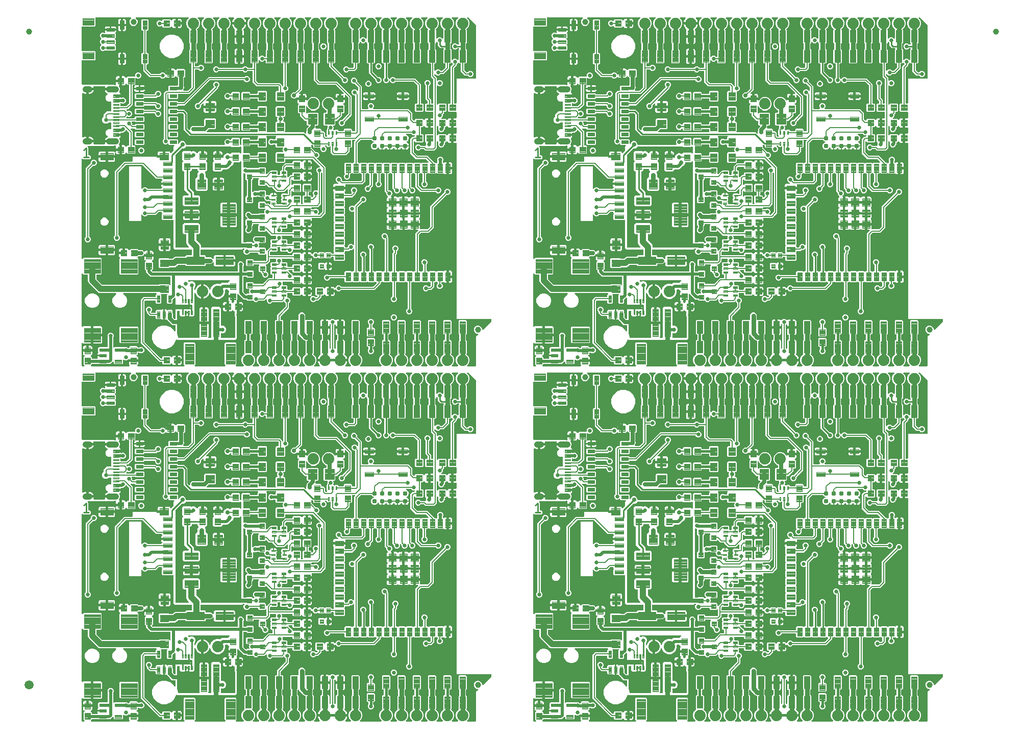
<source format=gtl>
G04 EAGLE Gerber RS-274X export*
G75*
%MOMM*%
%FSLAX34Y34*%
%LPD*%
%INTop Copper*%
%IPPOS*%
%AMOC8*
5,1,8,0,0,1.08239X$1,22.5*%
G01*
%ADD10C,0.279400*%
%ADD11C,0.100000*%
%ADD12C,0.098000*%
%ADD13C,0.406400*%
%ADD14C,0.102000*%
%ADD15C,1.000000*%
%ADD16C,1.879600*%
%ADD17C,0.787400*%
%ADD18C,0.099059*%
%ADD19C,0.096000*%
%ADD20C,0.099000*%
%ADD21C,0.106400*%
%ADD22C,1.000000*%
%ADD23C,0.105000*%
%ADD24C,0.101600*%
%ADD25C,0.097534*%
%ADD26C,0.110000*%
%ADD27C,0.104000*%
%ADD28C,1.500000*%
%ADD29C,0.508000*%
%ADD30C,0.660400*%
%ADD31C,0.762000*%
%ADD32C,0.736600*%
%ADD33C,0.635000*%
%ADD34C,0.203200*%
%ADD35C,0.254000*%
%ADD36C,1.016000*%
%ADD37C,0.381000*%
%ADD38C,0.705600*%
%ADD39C,0.177800*%

G36*
X347277Y592079D02*
X347277Y592079D01*
X347306Y592076D01*
X347417Y592099D01*
X347529Y592115D01*
X347556Y592127D01*
X347585Y592132D01*
X347686Y592185D01*
X347789Y592231D01*
X347811Y592250D01*
X347837Y592263D01*
X347919Y592341D01*
X348006Y592414D01*
X348022Y592439D01*
X348043Y592459D01*
X348101Y592557D01*
X348163Y592651D01*
X348172Y592679D01*
X348187Y592704D01*
X348215Y592814D01*
X348249Y592922D01*
X348250Y592952D01*
X348257Y592980D01*
X348254Y593093D01*
X348257Y593206D01*
X348249Y593235D01*
X348248Y593264D01*
X348213Y593372D01*
X348185Y593481D01*
X348170Y593507D01*
X348161Y593535D01*
X348115Y593598D01*
X348039Y593726D01*
X347994Y593769D01*
X347966Y593808D01*
X346125Y595649D01*
X344423Y599757D01*
X344423Y604203D01*
X346125Y608311D01*
X348986Y611172D01*
X349021Y611219D01*
X349063Y611259D01*
X349106Y611332D01*
X349157Y611399D01*
X349178Y611454D01*
X349207Y611504D01*
X349228Y611586D01*
X349258Y611665D01*
X349263Y611723D01*
X349277Y611780D01*
X349275Y611864D01*
X349282Y611948D01*
X349270Y612006D01*
X349268Y612064D01*
X349242Y612144D01*
X349226Y612227D01*
X349199Y612279D01*
X349181Y612335D01*
X349141Y612391D01*
X349095Y612479D01*
X349026Y612552D01*
X348986Y612608D01*
X348771Y612822D01*
X348771Y634338D01*
X349714Y635280D01*
X349766Y635350D01*
X349826Y635414D01*
X349852Y635463D01*
X349885Y635507D01*
X349916Y635589D01*
X349956Y635667D01*
X349964Y635715D01*
X349986Y635773D01*
X349998Y635921D01*
X350011Y635998D01*
X350011Y644162D01*
X349999Y644249D01*
X349996Y644336D01*
X349979Y644389D01*
X349971Y644443D01*
X349936Y644523D01*
X349909Y644607D01*
X349881Y644646D01*
X349855Y644703D01*
X349759Y644816D01*
X349714Y644880D01*
X348771Y645822D01*
X348771Y667338D01*
X349842Y668409D01*
X361696Y668409D01*
X361754Y668417D01*
X361812Y668415D01*
X361894Y668437D01*
X361978Y668449D01*
X362031Y668472D01*
X362087Y668487D01*
X362160Y668530D01*
X362237Y668565D01*
X362282Y668603D01*
X362332Y668632D01*
X362390Y668694D01*
X362454Y668748D01*
X362486Y668797D01*
X362526Y668840D01*
X362565Y668915D01*
X362612Y668985D01*
X362629Y669041D01*
X362656Y669093D01*
X362667Y669161D01*
X362697Y669256D01*
X362700Y669356D01*
X362711Y669424D01*
X362711Y676752D01*
X363562Y678806D01*
X365134Y680378D01*
X367188Y681229D01*
X369412Y681229D01*
X371466Y680378D01*
X373038Y678806D01*
X373889Y676752D01*
X373889Y669424D01*
X373897Y669366D01*
X373895Y669308D01*
X373917Y669226D01*
X373929Y669142D01*
X373952Y669089D01*
X373967Y669033D01*
X374010Y668960D01*
X374045Y668883D01*
X374083Y668838D01*
X374112Y668788D01*
X374174Y668730D01*
X374228Y668666D01*
X374277Y668634D01*
X374320Y668594D01*
X374395Y668555D01*
X374465Y668508D01*
X374521Y668491D01*
X374573Y668464D01*
X374641Y668453D01*
X374736Y668423D01*
X374836Y668420D01*
X374904Y668409D01*
X386758Y668409D01*
X387829Y667338D01*
X387829Y645823D01*
X386886Y644880D01*
X386834Y644810D01*
X386774Y644746D01*
X386748Y644697D01*
X386715Y644653D01*
X386684Y644571D01*
X386644Y644493D01*
X386636Y644446D01*
X386614Y644387D01*
X386602Y644239D01*
X386589Y644162D01*
X386589Y635998D01*
X386601Y635911D01*
X386604Y635824D01*
X386621Y635771D01*
X386629Y635716D01*
X386664Y635637D01*
X386691Y635553D01*
X386719Y635514D01*
X386745Y635457D01*
X386841Y635344D01*
X386886Y635280D01*
X387829Y634337D01*
X387829Y612822D01*
X387614Y612608D01*
X387579Y612561D01*
X387537Y612521D01*
X387494Y612448D01*
X387443Y612381D01*
X387422Y612326D01*
X387393Y612276D01*
X387372Y612194D01*
X387342Y612115D01*
X387337Y612057D01*
X387323Y612000D01*
X387325Y611916D01*
X387318Y611832D01*
X387330Y611774D01*
X387332Y611716D01*
X387358Y611636D01*
X387374Y611553D01*
X387401Y611501D01*
X387419Y611445D01*
X387459Y611389D01*
X387505Y611301D01*
X387574Y611228D01*
X387614Y611172D01*
X390475Y608311D01*
X392177Y604203D01*
X392177Y599757D01*
X390475Y595649D01*
X388634Y593808D01*
X388616Y593784D01*
X388594Y593765D01*
X388531Y593671D01*
X388463Y593581D01*
X388453Y593553D01*
X388437Y593529D01*
X388402Y593421D01*
X388362Y593315D01*
X388360Y593286D01*
X388351Y593258D01*
X388348Y593144D01*
X388338Y593032D01*
X388344Y593003D01*
X388343Y592974D01*
X388372Y592864D01*
X388394Y592753D01*
X388408Y592727D01*
X388415Y592699D01*
X388473Y592601D01*
X388525Y592501D01*
X388546Y592479D01*
X388561Y592454D01*
X388643Y592377D01*
X388721Y592295D01*
X388746Y592280D01*
X388768Y592260D01*
X388869Y592208D01*
X388966Y592151D01*
X388995Y592144D01*
X389021Y592130D01*
X389098Y592117D01*
X389242Y592081D01*
X389304Y592083D01*
X389352Y592075D01*
X396970Y592075D01*
X396999Y592079D01*
X397029Y592076D01*
X397140Y592099D01*
X397252Y592115D01*
X397279Y592127D01*
X397307Y592132D01*
X397408Y592184D01*
X397511Y592231D01*
X397534Y592250D01*
X397560Y592263D01*
X397642Y592341D01*
X397728Y592414D01*
X397745Y592439D01*
X397766Y592459D01*
X397823Y592557D01*
X397886Y592651D01*
X397895Y592679D01*
X397910Y592704D01*
X397937Y592814D01*
X397972Y592922D01*
X397972Y592951D01*
X397980Y592980D01*
X397976Y593093D01*
X397979Y593206D01*
X397972Y593235D01*
X397971Y593264D01*
X397936Y593372D01*
X397907Y593481D01*
X397892Y593507D01*
X397883Y593535D01*
X397837Y593599D01*
X397762Y593726D01*
X397716Y593769D01*
X397688Y593808D01*
X397294Y594202D01*
X396189Y595723D01*
X395336Y597397D01*
X394755Y599184D01*
X394634Y599949D01*
X405384Y599949D01*
X405442Y599957D01*
X405500Y599955D01*
X405582Y599977D01*
X405665Y599989D01*
X405719Y600013D01*
X405775Y600027D01*
X405848Y600070D01*
X405925Y600105D01*
X405969Y600143D01*
X406020Y600173D01*
X406077Y600234D01*
X406142Y600289D01*
X406174Y600337D01*
X406214Y600380D01*
X406253Y600455D01*
X406299Y600525D01*
X406317Y600581D01*
X406344Y600633D01*
X406355Y600701D01*
X406385Y600796D01*
X406388Y600896D01*
X406399Y600964D01*
X406399Y601981D01*
X406401Y601981D01*
X406401Y600964D01*
X406409Y600906D01*
X406408Y600848D01*
X406429Y600766D01*
X406441Y600683D01*
X406465Y600629D01*
X406479Y600573D01*
X406522Y600500D01*
X406557Y600423D01*
X406595Y600378D01*
X406625Y600328D01*
X406686Y600270D01*
X406741Y600206D01*
X406789Y600174D01*
X406832Y600134D01*
X406907Y600095D01*
X406977Y600049D01*
X407033Y600031D01*
X407085Y600004D01*
X407153Y599993D01*
X407248Y599963D01*
X407348Y599960D01*
X407416Y599949D01*
X430784Y599949D01*
X430842Y599957D01*
X430900Y599955D01*
X430982Y599977D01*
X431065Y599989D01*
X431119Y600013D01*
X431175Y600027D01*
X431248Y600070D01*
X431325Y600105D01*
X431369Y600143D01*
X431420Y600173D01*
X431477Y600234D01*
X431542Y600289D01*
X431574Y600337D01*
X431614Y600380D01*
X431653Y600455D01*
X431699Y600525D01*
X431717Y600581D01*
X431744Y600633D01*
X431755Y600701D01*
X431785Y600796D01*
X431788Y600896D01*
X431799Y600964D01*
X431799Y601981D01*
X431801Y601981D01*
X431801Y600964D01*
X431809Y600906D01*
X431808Y600848D01*
X431829Y600766D01*
X431841Y600683D01*
X431865Y600629D01*
X431879Y600573D01*
X431922Y600500D01*
X431957Y600423D01*
X431995Y600378D01*
X432025Y600328D01*
X432086Y600270D01*
X432141Y600206D01*
X432189Y600174D01*
X432232Y600134D01*
X432307Y600095D01*
X432377Y600049D01*
X432433Y600031D01*
X432485Y600004D01*
X432553Y599993D01*
X432648Y599963D01*
X432748Y599960D01*
X432816Y599949D01*
X443566Y599949D01*
X443445Y599184D01*
X442864Y597397D01*
X442011Y595723D01*
X440906Y594202D01*
X440512Y593808D01*
X440494Y593784D01*
X440472Y593765D01*
X440409Y593671D01*
X440341Y593581D01*
X440330Y593553D01*
X440314Y593529D01*
X440280Y593421D01*
X440240Y593315D01*
X440237Y593286D01*
X440228Y593258D01*
X440225Y593145D01*
X440216Y593032D01*
X440222Y593003D01*
X440221Y592974D01*
X440250Y592864D01*
X440272Y592753D01*
X440285Y592727D01*
X440293Y592699D01*
X440351Y592601D01*
X440403Y592501D01*
X440423Y592479D01*
X440438Y592454D01*
X440521Y592377D01*
X440599Y592295D01*
X440624Y592280D01*
X440645Y592260D01*
X440746Y592208D01*
X440844Y592151D01*
X440872Y592144D01*
X440899Y592130D01*
X440976Y592117D01*
X441120Y592081D01*
X441182Y592083D01*
X441230Y592075D01*
X448848Y592075D01*
X448877Y592079D01*
X448906Y592076D01*
X449017Y592099D01*
X449129Y592115D01*
X449156Y592127D01*
X449185Y592132D01*
X449286Y592185D01*
X449389Y592231D01*
X449411Y592250D01*
X449437Y592263D01*
X449519Y592341D01*
X449606Y592414D01*
X449622Y592439D01*
X449643Y592459D01*
X449701Y592557D01*
X449763Y592651D01*
X449772Y592679D01*
X449787Y592704D01*
X449815Y592814D01*
X449849Y592922D01*
X449850Y592952D01*
X449857Y592980D01*
X449854Y593093D01*
X449857Y593206D01*
X449849Y593235D01*
X449848Y593264D01*
X449813Y593372D01*
X449785Y593481D01*
X449770Y593507D01*
X449761Y593535D01*
X449715Y593598D01*
X449639Y593726D01*
X449594Y593769D01*
X449566Y593808D01*
X447725Y595649D01*
X446023Y599757D01*
X446023Y604203D01*
X447725Y608311D01*
X450586Y611172D01*
X450621Y611219D01*
X450663Y611259D01*
X450706Y611332D01*
X450757Y611399D01*
X450778Y611454D01*
X450807Y611504D01*
X450828Y611586D01*
X450858Y611665D01*
X450863Y611723D01*
X450877Y611780D01*
X450875Y611864D01*
X450882Y611948D01*
X450870Y612006D01*
X450868Y612064D01*
X450842Y612144D01*
X450826Y612227D01*
X450799Y612279D01*
X450781Y612335D01*
X450741Y612391D01*
X450695Y612479D01*
X450626Y612552D01*
X450586Y612608D01*
X450371Y612822D01*
X450371Y634338D01*
X451314Y635280D01*
X451366Y635350D01*
X451426Y635414D01*
X451452Y635463D01*
X451485Y635507D01*
X451516Y635589D01*
X451556Y635667D01*
X451564Y635715D01*
X451586Y635773D01*
X451598Y635921D01*
X451611Y635998D01*
X451611Y644162D01*
X451599Y644249D01*
X451596Y644336D01*
X451579Y644389D01*
X451571Y644443D01*
X451536Y644523D01*
X451509Y644607D01*
X451481Y644646D01*
X451455Y644703D01*
X451359Y644816D01*
X451314Y644880D01*
X450371Y645822D01*
X450371Y667338D01*
X451442Y668409D01*
X462958Y668409D01*
X464029Y667338D01*
X464029Y645823D01*
X463086Y644880D01*
X463034Y644810D01*
X462974Y644746D01*
X462948Y644697D01*
X462915Y644653D01*
X462884Y644571D01*
X462844Y644493D01*
X462836Y644446D01*
X462814Y644387D01*
X462802Y644239D01*
X462789Y644162D01*
X462789Y635998D01*
X462801Y635911D01*
X462804Y635824D01*
X462821Y635771D01*
X462829Y635717D01*
X462864Y635637D01*
X462891Y635553D01*
X462919Y635514D01*
X462945Y635457D01*
X463041Y635344D01*
X463086Y635280D01*
X464029Y634338D01*
X464029Y612822D01*
X463814Y612608D01*
X463779Y612561D01*
X463737Y612521D01*
X463694Y612448D01*
X463643Y612381D01*
X463622Y612326D01*
X463593Y612276D01*
X463572Y612194D01*
X463542Y612115D01*
X463537Y612057D01*
X463523Y612000D01*
X463525Y611916D01*
X463518Y611832D01*
X463530Y611774D01*
X463532Y611716D01*
X463558Y611636D01*
X463574Y611553D01*
X463601Y611501D01*
X463619Y611445D01*
X463659Y611389D01*
X463705Y611301D01*
X463774Y611228D01*
X463814Y611172D01*
X466675Y608311D01*
X468377Y604203D01*
X468377Y599757D01*
X466675Y595649D01*
X464834Y593808D01*
X464816Y593784D01*
X464794Y593765D01*
X464731Y593671D01*
X464663Y593581D01*
X464653Y593553D01*
X464637Y593529D01*
X464602Y593421D01*
X464562Y593315D01*
X464560Y593286D01*
X464551Y593258D01*
X464548Y593144D01*
X464538Y593032D01*
X464544Y593003D01*
X464543Y592974D01*
X464572Y592864D01*
X464594Y592753D01*
X464608Y592727D01*
X464615Y592699D01*
X464673Y592601D01*
X464725Y592501D01*
X464746Y592479D01*
X464761Y592454D01*
X464843Y592377D01*
X464921Y592295D01*
X464946Y592280D01*
X464968Y592260D01*
X465069Y592208D01*
X465166Y592151D01*
X465195Y592144D01*
X465221Y592130D01*
X465298Y592117D01*
X465442Y592081D01*
X465504Y592083D01*
X465552Y592075D01*
X499648Y592075D01*
X499677Y592079D01*
X499706Y592076D01*
X499817Y592099D01*
X499929Y592115D01*
X499956Y592127D01*
X499985Y592132D01*
X500086Y592185D01*
X500189Y592231D01*
X500211Y592250D01*
X500237Y592263D01*
X500319Y592341D01*
X500406Y592414D01*
X500422Y592439D01*
X500443Y592459D01*
X500501Y592557D01*
X500563Y592651D01*
X500572Y592679D01*
X500587Y592704D01*
X500615Y592814D01*
X500649Y592922D01*
X500650Y592952D01*
X500657Y592980D01*
X500654Y593093D01*
X500657Y593206D01*
X500649Y593235D01*
X500648Y593264D01*
X500613Y593372D01*
X500585Y593481D01*
X500570Y593507D01*
X500561Y593535D01*
X500515Y593598D01*
X500439Y593726D01*
X500394Y593769D01*
X500366Y593808D01*
X498525Y595649D01*
X496823Y599757D01*
X496823Y604203D01*
X498525Y608311D01*
X501568Y611354D01*
X501603Y611401D01*
X501645Y611441D01*
X501688Y611514D01*
X501739Y611581D01*
X501759Y611636D01*
X501789Y611686D01*
X501810Y611768D01*
X501840Y611847D01*
X501845Y611905D01*
X501859Y611962D01*
X501856Y612046D01*
X501863Y612130D01*
X501852Y612187D01*
X501850Y612246D01*
X501824Y612326D01*
X501807Y612409D01*
X501781Y612461D01*
X501763Y612516D01*
X501722Y612573D01*
X501676Y612661D01*
X501608Y612733D01*
X501568Y612790D01*
X501221Y613136D01*
X501221Y634024D01*
X502556Y635359D01*
X503174Y635359D01*
X503232Y635367D01*
X503290Y635365D01*
X503372Y635387D01*
X503456Y635399D01*
X503509Y635422D01*
X503565Y635437D01*
X503638Y635480D01*
X503715Y635515D01*
X503760Y635553D01*
X503810Y635582D01*
X503868Y635644D01*
X503932Y635698D01*
X503964Y635747D01*
X504004Y635790D01*
X504043Y635865D01*
X504090Y635935D01*
X504107Y635991D01*
X504134Y636043D01*
X504145Y636111D01*
X504175Y636206D01*
X504178Y636306D01*
X504189Y636374D01*
X504189Y643786D01*
X504181Y643844D01*
X504183Y643902D01*
X504161Y643984D01*
X504149Y644068D01*
X504126Y644121D01*
X504111Y644177D01*
X504068Y644250D01*
X504033Y644327D01*
X503995Y644372D01*
X503966Y644422D01*
X503904Y644480D01*
X503850Y644544D01*
X503801Y644576D01*
X503758Y644616D01*
X503683Y644655D01*
X503613Y644702D01*
X503557Y644719D01*
X503505Y644746D01*
X503437Y644757D01*
X503342Y644787D01*
X503242Y644790D01*
X503174Y644801D01*
X502556Y644801D01*
X501221Y646136D01*
X501221Y667024D01*
X502556Y668359D01*
X513444Y668359D01*
X514779Y667024D01*
X514779Y646136D01*
X513444Y644801D01*
X512826Y644801D01*
X512768Y644793D01*
X512710Y644795D01*
X512628Y644773D01*
X512544Y644761D01*
X512491Y644738D01*
X512435Y644723D01*
X512362Y644680D01*
X512285Y644645D01*
X512240Y644607D01*
X512190Y644578D01*
X512132Y644516D01*
X512068Y644462D01*
X512036Y644413D01*
X511996Y644370D01*
X511957Y644295D01*
X511910Y644225D01*
X511893Y644169D01*
X511866Y644117D01*
X511855Y644049D01*
X511825Y643954D01*
X511822Y643854D01*
X511811Y643786D01*
X511811Y636374D01*
X511819Y636316D01*
X511817Y636258D01*
X511839Y636176D01*
X511851Y636092D01*
X511874Y636039D01*
X511889Y635983D01*
X511932Y635910D01*
X511967Y635833D01*
X512005Y635788D01*
X512034Y635738D01*
X512096Y635680D01*
X512150Y635616D01*
X512199Y635584D01*
X512242Y635544D01*
X512317Y635505D01*
X512387Y635458D01*
X512443Y635441D01*
X512495Y635414D01*
X512563Y635403D01*
X512658Y635373D01*
X512758Y635370D01*
X512826Y635359D01*
X513444Y635359D01*
X514779Y634024D01*
X514779Y613136D01*
X514432Y612790D01*
X514397Y612743D01*
X514355Y612703D01*
X514312Y612630D01*
X514261Y612563D01*
X514241Y612508D01*
X514211Y612457D01*
X514190Y612376D01*
X514160Y612297D01*
X514155Y612239D01*
X514141Y612182D01*
X514144Y612098D01*
X514137Y612014D01*
X514148Y611956D01*
X514150Y611898D01*
X514176Y611818D01*
X514193Y611735D01*
X514219Y611683D01*
X514237Y611627D01*
X514277Y611571D01*
X514323Y611483D01*
X514392Y611410D01*
X514432Y611354D01*
X517475Y608311D01*
X519177Y604203D01*
X519177Y599757D01*
X517475Y595649D01*
X515634Y593808D01*
X515616Y593784D01*
X515594Y593765D01*
X515531Y593671D01*
X515463Y593581D01*
X515453Y593553D01*
X515437Y593529D01*
X515402Y593421D01*
X515362Y593315D01*
X515360Y593286D01*
X515351Y593258D01*
X515348Y593144D01*
X515338Y593032D01*
X515344Y593003D01*
X515343Y592974D01*
X515372Y592864D01*
X515394Y592753D01*
X515408Y592727D01*
X515415Y592699D01*
X515473Y592601D01*
X515525Y592501D01*
X515546Y592479D01*
X515561Y592454D01*
X515643Y592377D01*
X515721Y592295D01*
X515746Y592280D01*
X515768Y592260D01*
X515869Y592208D01*
X515966Y592151D01*
X515995Y592144D01*
X516021Y592130D01*
X516098Y592117D01*
X516242Y592081D01*
X516304Y592083D01*
X516352Y592075D01*
X525048Y592075D01*
X525077Y592079D01*
X525106Y592076D01*
X525217Y592099D01*
X525329Y592115D01*
X525356Y592127D01*
X525385Y592132D01*
X525486Y592185D01*
X525589Y592231D01*
X525611Y592250D01*
X525637Y592263D01*
X525719Y592341D01*
X525806Y592414D01*
X525822Y592439D01*
X525843Y592459D01*
X525901Y592557D01*
X525963Y592651D01*
X525972Y592679D01*
X525987Y592704D01*
X526015Y592814D01*
X526049Y592922D01*
X526050Y592952D01*
X526057Y592980D01*
X526054Y593093D01*
X526057Y593206D01*
X526049Y593235D01*
X526048Y593264D01*
X526013Y593372D01*
X525985Y593481D01*
X525970Y593507D01*
X525961Y593535D01*
X525915Y593598D01*
X525839Y593726D01*
X525794Y593769D01*
X525766Y593808D01*
X523925Y595649D01*
X522223Y599757D01*
X522223Y604203D01*
X523925Y608311D01*
X526968Y611354D01*
X527003Y611401D01*
X527045Y611441D01*
X527088Y611514D01*
X527139Y611581D01*
X527159Y611636D01*
X527189Y611686D01*
X527210Y611768D01*
X527240Y611847D01*
X527245Y611905D01*
X527259Y611962D01*
X527256Y612046D01*
X527263Y612130D01*
X527252Y612187D01*
X527250Y612246D01*
X527224Y612326D01*
X527207Y612409D01*
X527181Y612461D01*
X527163Y612516D01*
X527122Y612573D01*
X527076Y612661D01*
X527008Y612733D01*
X526968Y612790D01*
X526621Y613136D01*
X526621Y634024D01*
X527514Y634917D01*
X527566Y634986D01*
X527626Y635050D01*
X527652Y635100D01*
X527685Y635144D01*
X527716Y635225D01*
X527756Y635303D01*
X527764Y635351D01*
X527786Y635409D01*
X527798Y635557D01*
X527811Y635634D01*
X527811Y644526D01*
X527799Y644612D01*
X527796Y644700D01*
X527779Y644752D01*
X527771Y644807D01*
X527736Y644887D01*
X527709Y644970D01*
X527681Y645009D01*
X527655Y645067D01*
X527559Y645180D01*
X527514Y645244D01*
X526621Y646136D01*
X526621Y667024D01*
X527956Y668359D01*
X538844Y668359D01*
X540179Y667024D01*
X540179Y646136D01*
X539286Y645244D01*
X539234Y645174D01*
X539174Y645110D01*
X539148Y645061D01*
X539115Y645016D01*
X539084Y644935D01*
X539044Y644857D01*
X539036Y644809D01*
X539014Y644751D01*
X539002Y644603D01*
X538989Y644526D01*
X538989Y635634D01*
X539001Y635548D01*
X539004Y635460D01*
X539021Y635408D01*
X539029Y635353D01*
X539064Y635273D01*
X539091Y635190D01*
X539119Y635151D01*
X539145Y635094D01*
X539241Y634980D01*
X539286Y634917D01*
X540179Y634024D01*
X540179Y613136D01*
X539832Y612790D01*
X539797Y612743D01*
X539755Y612703D01*
X539712Y612630D01*
X539661Y612563D01*
X539641Y612508D01*
X539611Y612457D01*
X539590Y612376D01*
X539560Y612297D01*
X539555Y612239D01*
X539541Y612182D01*
X539544Y612098D01*
X539537Y612014D01*
X539548Y611956D01*
X539550Y611898D01*
X539576Y611818D01*
X539593Y611735D01*
X539619Y611683D01*
X539637Y611627D01*
X539677Y611571D01*
X539723Y611483D01*
X539792Y611410D01*
X539832Y611354D01*
X542875Y608311D01*
X544577Y604203D01*
X544577Y599757D01*
X542875Y595649D01*
X541034Y593808D01*
X541016Y593784D01*
X540994Y593765D01*
X540931Y593671D01*
X540863Y593581D01*
X540853Y593553D01*
X540837Y593529D01*
X540802Y593421D01*
X540762Y593315D01*
X540760Y593286D01*
X540751Y593258D01*
X540748Y593144D01*
X540738Y593032D01*
X540744Y593003D01*
X540743Y592974D01*
X540772Y592864D01*
X540794Y592753D01*
X540808Y592727D01*
X540815Y592699D01*
X540873Y592601D01*
X540925Y592501D01*
X540946Y592479D01*
X540961Y592454D01*
X541043Y592377D01*
X541121Y592295D01*
X541146Y592280D01*
X541168Y592260D01*
X541269Y592208D01*
X541366Y592151D01*
X541395Y592144D01*
X541421Y592130D01*
X541498Y592117D01*
X541642Y592081D01*
X541704Y592083D01*
X541752Y592075D01*
X550448Y592075D01*
X550477Y592079D01*
X550506Y592076D01*
X550617Y592099D01*
X550729Y592115D01*
X550756Y592127D01*
X550785Y592132D01*
X550886Y592185D01*
X550989Y592231D01*
X551011Y592250D01*
X551037Y592263D01*
X551119Y592341D01*
X551206Y592414D01*
X551222Y592439D01*
X551243Y592459D01*
X551301Y592557D01*
X551363Y592651D01*
X551372Y592679D01*
X551387Y592704D01*
X551415Y592814D01*
X551449Y592922D01*
X551450Y592952D01*
X551457Y592980D01*
X551454Y593093D01*
X551457Y593206D01*
X551449Y593235D01*
X551448Y593264D01*
X551413Y593372D01*
X551385Y593481D01*
X551370Y593507D01*
X551361Y593535D01*
X551315Y593598D01*
X551239Y593726D01*
X551194Y593769D01*
X551166Y593808D01*
X549325Y595649D01*
X547623Y599757D01*
X547623Y604203D01*
X549325Y608311D01*
X552368Y611354D01*
X552403Y611401D01*
X552445Y611441D01*
X552488Y611514D01*
X552539Y611581D01*
X552559Y611636D01*
X552589Y611686D01*
X552610Y611768D01*
X552640Y611847D01*
X552645Y611905D01*
X552659Y611962D01*
X552656Y612046D01*
X552663Y612130D01*
X552652Y612187D01*
X552650Y612246D01*
X552624Y612326D01*
X552607Y612409D01*
X552581Y612461D01*
X552563Y612516D01*
X552522Y612573D01*
X552476Y612661D01*
X552408Y612733D01*
X552368Y612790D01*
X552021Y613136D01*
X552021Y634024D01*
X553356Y635359D01*
X553974Y635359D01*
X554032Y635367D01*
X554090Y635365D01*
X554172Y635387D01*
X554256Y635399D01*
X554309Y635422D01*
X554365Y635437D01*
X554438Y635480D01*
X554515Y635515D01*
X554560Y635553D01*
X554610Y635582D01*
X554668Y635644D01*
X554732Y635698D01*
X554764Y635747D01*
X554804Y635790D01*
X554843Y635865D01*
X554890Y635935D01*
X554907Y635991D01*
X554934Y636043D01*
X554945Y636111D01*
X554975Y636206D01*
X554978Y636306D01*
X554989Y636374D01*
X554989Y643786D01*
X554981Y643844D01*
X554983Y643902D01*
X554961Y643984D01*
X554949Y644068D01*
X554926Y644121D01*
X554911Y644177D01*
X554868Y644250D01*
X554833Y644327D01*
X554795Y644372D01*
X554766Y644422D01*
X554704Y644480D01*
X554650Y644544D01*
X554601Y644576D01*
X554558Y644616D01*
X554483Y644655D01*
X554413Y644702D01*
X554357Y644719D01*
X554305Y644746D01*
X554237Y644757D01*
X554142Y644787D01*
X554042Y644790D01*
X553974Y644801D01*
X553356Y644801D01*
X552021Y646136D01*
X552021Y667024D01*
X553356Y668359D01*
X564244Y668359D01*
X565579Y667024D01*
X565579Y646136D01*
X564244Y644801D01*
X563626Y644801D01*
X563568Y644793D01*
X563510Y644795D01*
X563428Y644773D01*
X563344Y644761D01*
X563291Y644738D01*
X563235Y644723D01*
X563162Y644680D01*
X563085Y644645D01*
X563040Y644607D01*
X562990Y644578D01*
X562932Y644516D01*
X562868Y644462D01*
X562836Y644413D01*
X562796Y644370D01*
X562757Y644295D01*
X562710Y644225D01*
X562693Y644169D01*
X562666Y644117D01*
X562655Y644049D01*
X562625Y643954D01*
X562622Y643854D01*
X562611Y643786D01*
X562611Y636374D01*
X562619Y636316D01*
X562617Y636258D01*
X562639Y636176D01*
X562651Y636092D01*
X562674Y636039D01*
X562689Y635983D01*
X562732Y635910D01*
X562767Y635833D01*
X562805Y635788D01*
X562834Y635738D01*
X562896Y635680D01*
X562950Y635616D01*
X562999Y635584D01*
X563042Y635544D01*
X563117Y635505D01*
X563187Y635458D01*
X563243Y635441D01*
X563295Y635414D01*
X563363Y635403D01*
X563458Y635373D01*
X563558Y635370D01*
X563626Y635359D01*
X564244Y635359D01*
X565579Y634024D01*
X565579Y613136D01*
X565232Y612790D01*
X565197Y612743D01*
X565155Y612703D01*
X565112Y612630D01*
X565061Y612563D01*
X565041Y612508D01*
X565011Y612457D01*
X564990Y612376D01*
X564960Y612297D01*
X564955Y612239D01*
X564941Y612182D01*
X564944Y612098D01*
X564937Y612014D01*
X564948Y611956D01*
X564950Y611898D01*
X564976Y611818D01*
X564993Y611735D01*
X565019Y611683D01*
X565037Y611627D01*
X565077Y611571D01*
X565123Y611483D01*
X565192Y611410D01*
X565232Y611354D01*
X568275Y608311D01*
X569977Y604203D01*
X569977Y599757D01*
X568275Y595649D01*
X566434Y593808D01*
X566416Y593784D01*
X566394Y593765D01*
X566331Y593671D01*
X566263Y593581D01*
X566253Y593553D01*
X566237Y593529D01*
X566202Y593421D01*
X566162Y593315D01*
X566160Y593286D01*
X566151Y593258D01*
X566148Y593144D01*
X566138Y593032D01*
X566144Y593003D01*
X566143Y592974D01*
X566172Y592864D01*
X566194Y592753D01*
X566208Y592727D01*
X566215Y592699D01*
X566273Y592601D01*
X566325Y592501D01*
X566346Y592479D01*
X566361Y592454D01*
X566443Y592377D01*
X566521Y592295D01*
X566546Y592280D01*
X566568Y592260D01*
X566669Y592208D01*
X566766Y592151D01*
X566795Y592144D01*
X566821Y592130D01*
X566898Y592117D01*
X567042Y592081D01*
X567104Y592083D01*
X567152Y592075D01*
X575848Y592075D01*
X575877Y592079D01*
X575906Y592076D01*
X576017Y592099D01*
X576129Y592115D01*
X576156Y592127D01*
X576185Y592132D01*
X576286Y592185D01*
X576389Y592231D01*
X576411Y592250D01*
X576437Y592263D01*
X576519Y592341D01*
X576606Y592414D01*
X576622Y592439D01*
X576643Y592459D01*
X576701Y592557D01*
X576763Y592651D01*
X576772Y592679D01*
X576787Y592704D01*
X576815Y592814D01*
X576849Y592922D01*
X576850Y592952D01*
X576857Y592980D01*
X576854Y593093D01*
X576857Y593206D01*
X576849Y593235D01*
X576848Y593264D01*
X576813Y593372D01*
X576785Y593481D01*
X576770Y593507D01*
X576761Y593535D01*
X576715Y593598D01*
X576639Y593726D01*
X576594Y593769D01*
X576566Y593808D01*
X574725Y595649D01*
X573023Y599757D01*
X573023Y604203D01*
X574725Y608311D01*
X577768Y611354D01*
X577803Y611401D01*
X577845Y611441D01*
X577888Y611514D01*
X577939Y611581D01*
X577959Y611636D01*
X577989Y611686D01*
X578010Y611768D01*
X578040Y611847D01*
X578045Y611905D01*
X578059Y611962D01*
X578056Y612046D01*
X578063Y612130D01*
X578052Y612187D01*
X578050Y612246D01*
X578024Y612326D01*
X578007Y612409D01*
X577981Y612461D01*
X577963Y612516D01*
X577922Y612573D01*
X577876Y612661D01*
X577808Y612733D01*
X577768Y612790D01*
X577421Y613136D01*
X577421Y634024D01*
X578314Y634917D01*
X578366Y634986D01*
X578426Y635050D01*
X578452Y635100D01*
X578485Y635144D01*
X578516Y635225D01*
X578556Y635303D01*
X578564Y635351D01*
X578586Y635409D01*
X578598Y635557D01*
X578611Y635634D01*
X578611Y644526D01*
X578599Y644612D01*
X578596Y644700D01*
X578579Y644752D01*
X578571Y644807D01*
X578536Y644887D01*
X578509Y644970D01*
X578481Y645009D01*
X578455Y645066D01*
X578359Y645180D01*
X578314Y645243D01*
X577421Y646136D01*
X577421Y667024D01*
X578756Y668359D01*
X589644Y668359D01*
X590979Y667024D01*
X590979Y646136D01*
X590086Y645243D01*
X590034Y645174D01*
X589974Y645110D01*
X589948Y645060D01*
X589915Y645016D01*
X589884Y644935D01*
X589844Y644857D01*
X589836Y644809D01*
X589814Y644751D01*
X589802Y644603D01*
X589789Y644526D01*
X589789Y635634D01*
X589801Y635548D01*
X589804Y635460D01*
X589821Y635408D01*
X589829Y635353D01*
X589864Y635273D01*
X589891Y635190D01*
X589919Y635151D01*
X589945Y635094D01*
X590041Y634980D01*
X590086Y634917D01*
X590979Y634024D01*
X590979Y613136D01*
X590632Y612790D01*
X590597Y612743D01*
X590555Y612703D01*
X590512Y612630D01*
X590461Y612563D01*
X590441Y612508D01*
X590411Y612457D01*
X590390Y612376D01*
X590360Y612297D01*
X590355Y612239D01*
X590341Y612182D01*
X590344Y612098D01*
X590337Y612014D01*
X590348Y611956D01*
X590350Y611898D01*
X590376Y611818D01*
X590393Y611735D01*
X590419Y611683D01*
X590437Y611627D01*
X590477Y611571D01*
X590523Y611483D01*
X590592Y611410D01*
X590632Y611354D01*
X593675Y608311D01*
X595377Y604203D01*
X595377Y599757D01*
X593675Y595649D01*
X591834Y593808D01*
X591816Y593784D01*
X591794Y593765D01*
X591731Y593671D01*
X591663Y593581D01*
X591653Y593553D01*
X591637Y593529D01*
X591602Y593421D01*
X591562Y593315D01*
X591560Y593286D01*
X591551Y593258D01*
X591548Y593144D01*
X591538Y593032D01*
X591544Y593003D01*
X591543Y592974D01*
X591572Y592864D01*
X591594Y592753D01*
X591608Y592727D01*
X591615Y592699D01*
X591673Y592601D01*
X591725Y592501D01*
X591746Y592479D01*
X591761Y592454D01*
X591843Y592377D01*
X591921Y592295D01*
X591946Y592280D01*
X591968Y592260D01*
X592069Y592208D01*
X592166Y592151D01*
X592195Y592144D01*
X592221Y592130D01*
X592298Y592117D01*
X592442Y592081D01*
X592504Y592083D01*
X592552Y592075D01*
X601248Y592075D01*
X601277Y592079D01*
X601306Y592076D01*
X601417Y592099D01*
X601529Y592115D01*
X601556Y592127D01*
X601585Y592132D01*
X601686Y592185D01*
X601789Y592231D01*
X601811Y592250D01*
X601837Y592263D01*
X601919Y592341D01*
X602006Y592414D01*
X602022Y592439D01*
X602043Y592459D01*
X602101Y592557D01*
X602163Y592651D01*
X602172Y592679D01*
X602187Y592704D01*
X602215Y592814D01*
X602249Y592922D01*
X602250Y592952D01*
X602257Y592980D01*
X602254Y593093D01*
X602257Y593206D01*
X602249Y593235D01*
X602248Y593264D01*
X602213Y593372D01*
X602185Y593481D01*
X602170Y593507D01*
X602161Y593535D01*
X602115Y593598D01*
X602039Y593726D01*
X601994Y593769D01*
X601966Y593808D01*
X600125Y595649D01*
X598423Y599757D01*
X598423Y604203D01*
X600125Y608311D01*
X603168Y611354D01*
X603203Y611401D01*
X603245Y611441D01*
X603288Y611514D01*
X603339Y611581D01*
X603359Y611636D01*
X603389Y611686D01*
X603410Y611768D01*
X603440Y611847D01*
X603445Y611905D01*
X603459Y611962D01*
X603456Y612046D01*
X603463Y612130D01*
X603452Y612187D01*
X603450Y612246D01*
X603424Y612326D01*
X603407Y612409D01*
X603381Y612461D01*
X603363Y612516D01*
X603322Y612573D01*
X603276Y612661D01*
X603208Y612733D01*
X603168Y612790D01*
X602821Y613136D01*
X602821Y634024D01*
X604156Y635359D01*
X604774Y635359D01*
X604832Y635367D01*
X604890Y635365D01*
X604972Y635387D01*
X605056Y635399D01*
X605109Y635422D01*
X605165Y635437D01*
X605238Y635480D01*
X605315Y635515D01*
X605360Y635553D01*
X605410Y635582D01*
X605468Y635644D01*
X605532Y635698D01*
X605564Y635747D01*
X605604Y635790D01*
X605643Y635865D01*
X605690Y635935D01*
X605707Y635991D01*
X605734Y636043D01*
X605745Y636111D01*
X605775Y636206D01*
X605778Y636306D01*
X605789Y636374D01*
X605789Y643786D01*
X605781Y643844D01*
X605783Y643902D01*
X605761Y643984D01*
X605749Y644068D01*
X605726Y644121D01*
X605711Y644177D01*
X605668Y644250D01*
X605633Y644327D01*
X605595Y644372D01*
X605566Y644422D01*
X605504Y644480D01*
X605450Y644544D01*
X605401Y644576D01*
X605358Y644616D01*
X605283Y644655D01*
X605213Y644702D01*
X605157Y644719D01*
X605105Y644746D01*
X605037Y644757D01*
X604942Y644787D01*
X604842Y644790D01*
X604774Y644801D01*
X604156Y644801D01*
X602821Y646136D01*
X602821Y667024D01*
X604156Y668359D01*
X615044Y668359D01*
X616379Y667024D01*
X616379Y646136D01*
X615044Y644801D01*
X614426Y644801D01*
X614368Y644793D01*
X614310Y644795D01*
X614228Y644773D01*
X614144Y644761D01*
X614091Y644738D01*
X614035Y644723D01*
X613962Y644680D01*
X613885Y644645D01*
X613840Y644607D01*
X613790Y644578D01*
X613732Y644516D01*
X613668Y644462D01*
X613636Y644413D01*
X613596Y644370D01*
X613557Y644295D01*
X613510Y644225D01*
X613493Y644169D01*
X613466Y644117D01*
X613455Y644049D01*
X613425Y643954D01*
X613422Y643854D01*
X613411Y643786D01*
X613411Y636374D01*
X613419Y636316D01*
X613417Y636258D01*
X613439Y636176D01*
X613451Y636092D01*
X613474Y636039D01*
X613489Y635983D01*
X613532Y635910D01*
X613567Y635833D01*
X613605Y635788D01*
X613634Y635738D01*
X613696Y635680D01*
X613750Y635616D01*
X613799Y635584D01*
X613842Y635544D01*
X613917Y635505D01*
X613987Y635458D01*
X614043Y635441D01*
X614095Y635414D01*
X614163Y635403D01*
X614258Y635373D01*
X614358Y635370D01*
X614426Y635359D01*
X615044Y635359D01*
X616379Y634024D01*
X616379Y613136D01*
X616032Y612790D01*
X615997Y612743D01*
X615955Y612703D01*
X615912Y612630D01*
X615861Y612563D01*
X615841Y612508D01*
X615811Y612457D01*
X615790Y612376D01*
X615760Y612297D01*
X615755Y612239D01*
X615741Y612182D01*
X615744Y612098D01*
X615737Y612014D01*
X615748Y611956D01*
X615750Y611898D01*
X615776Y611818D01*
X615793Y611735D01*
X615819Y611683D01*
X615837Y611627D01*
X615877Y611571D01*
X615923Y611483D01*
X615992Y611410D01*
X616032Y611354D01*
X619075Y608311D01*
X620777Y604203D01*
X620777Y599757D01*
X619075Y595649D01*
X617234Y593808D01*
X617216Y593784D01*
X617194Y593765D01*
X617131Y593671D01*
X617063Y593581D01*
X617053Y593553D01*
X617037Y593529D01*
X617002Y593421D01*
X616962Y593315D01*
X616960Y593286D01*
X616951Y593258D01*
X616948Y593144D01*
X616938Y593032D01*
X616944Y593003D01*
X616943Y592974D01*
X616972Y592864D01*
X616994Y592753D01*
X617008Y592727D01*
X617015Y592699D01*
X617073Y592601D01*
X617125Y592501D01*
X617146Y592479D01*
X617161Y592454D01*
X617243Y592377D01*
X617321Y592295D01*
X617346Y592280D01*
X617368Y592260D01*
X617469Y592208D01*
X617566Y592151D01*
X617595Y592144D01*
X617621Y592130D01*
X617698Y592117D01*
X617842Y592081D01*
X617904Y592083D01*
X617952Y592075D01*
X626648Y592075D01*
X626677Y592079D01*
X626706Y592076D01*
X626817Y592099D01*
X626929Y592115D01*
X626956Y592127D01*
X626985Y592132D01*
X627086Y592185D01*
X627189Y592231D01*
X627211Y592250D01*
X627237Y592263D01*
X627319Y592341D01*
X627406Y592414D01*
X627422Y592439D01*
X627443Y592459D01*
X627501Y592557D01*
X627563Y592651D01*
X627572Y592679D01*
X627587Y592704D01*
X627615Y592814D01*
X627649Y592922D01*
X627650Y592952D01*
X627657Y592980D01*
X627654Y593093D01*
X627657Y593206D01*
X627649Y593235D01*
X627648Y593264D01*
X627613Y593372D01*
X627585Y593481D01*
X627570Y593507D01*
X627561Y593535D01*
X627515Y593598D01*
X627439Y593726D01*
X627394Y593769D01*
X627366Y593808D01*
X625525Y595649D01*
X623823Y599757D01*
X623823Y604203D01*
X625525Y608311D01*
X628568Y611354D01*
X628603Y611401D01*
X628645Y611441D01*
X628688Y611514D01*
X628739Y611581D01*
X628759Y611636D01*
X628789Y611686D01*
X628810Y611768D01*
X628840Y611847D01*
X628845Y611905D01*
X628859Y611962D01*
X628856Y612046D01*
X628863Y612130D01*
X628852Y612187D01*
X628850Y612246D01*
X628824Y612326D01*
X628807Y612409D01*
X628781Y612461D01*
X628763Y612516D01*
X628722Y612573D01*
X628676Y612661D01*
X628608Y612733D01*
X628568Y612790D01*
X628221Y613136D01*
X628221Y634024D01*
X629114Y634916D01*
X629166Y634986D01*
X629226Y635050D01*
X629252Y635099D01*
X629285Y635144D01*
X629316Y635225D01*
X629356Y635303D01*
X629364Y635351D01*
X629386Y635409D01*
X629398Y635557D01*
X629411Y635634D01*
X629411Y644526D01*
X629399Y644612D01*
X629396Y644700D01*
X629379Y644752D01*
X629371Y644807D01*
X629336Y644887D01*
X629309Y644970D01*
X629281Y645009D01*
X629255Y645067D01*
X629159Y645180D01*
X629114Y645244D01*
X628221Y646136D01*
X628221Y667024D01*
X629556Y668359D01*
X640444Y668359D01*
X641779Y667024D01*
X641779Y646136D01*
X640886Y645244D01*
X640834Y645174D01*
X640774Y645110D01*
X640748Y645061D01*
X640715Y645016D01*
X640684Y644935D01*
X640644Y644857D01*
X640636Y644809D01*
X640614Y644751D01*
X640602Y644603D01*
X640589Y644526D01*
X640589Y635634D01*
X640601Y635548D01*
X640604Y635460D01*
X640621Y635408D01*
X640629Y635353D01*
X640664Y635273D01*
X640691Y635190D01*
X640719Y635151D01*
X640745Y635093D01*
X640841Y634980D01*
X640886Y634916D01*
X641779Y634024D01*
X641779Y613136D01*
X641432Y612790D01*
X641397Y612743D01*
X641355Y612703D01*
X641312Y612630D01*
X641261Y612563D01*
X641241Y612508D01*
X641211Y612457D01*
X641190Y612376D01*
X641160Y612297D01*
X641155Y612239D01*
X641141Y612182D01*
X641144Y612098D01*
X641137Y612014D01*
X641148Y611956D01*
X641150Y611898D01*
X641176Y611818D01*
X641193Y611735D01*
X641219Y611683D01*
X641237Y611627D01*
X641277Y611571D01*
X641323Y611483D01*
X641392Y611410D01*
X641432Y611354D01*
X644475Y608311D01*
X646177Y604203D01*
X646177Y599757D01*
X644475Y595649D01*
X642634Y593808D01*
X642616Y593784D01*
X642594Y593765D01*
X642531Y593671D01*
X642463Y593581D01*
X642453Y593553D01*
X642437Y593529D01*
X642402Y593421D01*
X642362Y593315D01*
X642360Y593286D01*
X642351Y593258D01*
X642348Y593144D01*
X642338Y593032D01*
X642344Y593003D01*
X642343Y592974D01*
X642372Y592864D01*
X642394Y592753D01*
X642408Y592727D01*
X642415Y592699D01*
X642473Y592601D01*
X642525Y592501D01*
X642546Y592479D01*
X642561Y592454D01*
X642643Y592377D01*
X642721Y592295D01*
X642746Y592280D01*
X642768Y592260D01*
X642869Y592208D01*
X642966Y592151D01*
X642995Y592144D01*
X643021Y592130D01*
X643098Y592117D01*
X643242Y592081D01*
X643304Y592083D01*
X643352Y592075D01*
X656590Y592075D01*
X656648Y592083D01*
X656706Y592081D01*
X656788Y592103D01*
X656872Y592115D01*
X656925Y592138D01*
X656981Y592153D01*
X657054Y592196D01*
X657131Y592231D01*
X657176Y592269D01*
X657226Y592298D01*
X657284Y592360D01*
X657348Y592414D01*
X657380Y592463D01*
X657420Y592506D01*
X657459Y592581D01*
X657506Y592651D01*
X657523Y592707D01*
X657550Y592759D01*
X657561Y592827D01*
X657591Y592922D01*
X657594Y593022D01*
X657605Y593090D01*
X657605Y641238D01*
X659540Y643172D01*
X660636Y644268D01*
X660653Y644292D01*
X660676Y644311D01*
X660739Y644405D01*
X660807Y644495D01*
X660817Y644523D01*
X660833Y644547D01*
X660868Y644655D01*
X660908Y644761D01*
X660910Y644790D01*
X660919Y644818D01*
X660922Y644932D01*
X660931Y645044D01*
X660926Y645073D01*
X660926Y645102D01*
X660898Y645212D01*
X660876Y645323D01*
X660862Y645349D01*
X660855Y645377D01*
X660797Y645475D01*
X660745Y645575D01*
X660724Y645597D01*
X660709Y645622D01*
X660627Y645699D01*
X660549Y645781D01*
X660524Y645796D01*
X660502Y645816D01*
X660401Y645868D01*
X660304Y645925D01*
X660275Y645932D01*
X660249Y645946D01*
X660172Y645959D01*
X660028Y645995D01*
X659966Y645993D01*
X659918Y646001D01*
X659052Y646001D01*
X656560Y647033D01*
X654653Y648940D01*
X653621Y651432D01*
X653621Y654128D01*
X654653Y656620D01*
X656560Y658527D01*
X659052Y659559D01*
X661748Y659559D01*
X664240Y658527D01*
X666147Y656620D01*
X667179Y654128D01*
X667179Y653262D01*
X667183Y653233D01*
X667180Y653204D01*
X667203Y653093D01*
X667219Y652981D01*
X667231Y652954D01*
X667236Y652925D01*
X667288Y652825D01*
X667335Y652721D01*
X667354Y652699D01*
X667367Y652673D01*
X667445Y652591D01*
X667518Y652504D01*
X667543Y652488D01*
X667563Y652467D01*
X667661Y652409D01*
X667755Y652347D01*
X667783Y652338D01*
X667808Y652323D01*
X667918Y652295D01*
X668026Y652261D01*
X668056Y652260D01*
X668084Y652253D01*
X668197Y652256D01*
X668310Y652254D01*
X668339Y652261D01*
X668368Y652262D01*
X668476Y652297D01*
X668585Y652325D01*
X668611Y652340D01*
X668639Y652349D01*
X668702Y652395D01*
X668830Y652471D01*
X668873Y652516D01*
X668912Y652544D01*
X682708Y666340D01*
X682760Y666410D01*
X682820Y666474D01*
X682846Y666523D01*
X682879Y666567D01*
X682910Y666649D01*
X682950Y666727D01*
X682958Y666775D01*
X682980Y666833D01*
X682992Y666981D01*
X683005Y667058D01*
X683005Y669544D01*
X682997Y669602D01*
X682999Y669660D01*
X682977Y669742D01*
X682965Y669826D01*
X682942Y669879D01*
X682927Y669935D01*
X682884Y670008D01*
X682849Y670085D01*
X682811Y670130D01*
X682782Y670180D01*
X682720Y670238D01*
X682666Y670302D01*
X682617Y670334D01*
X682574Y670374D01*
X682499Y670413D01*
X682429Y670460D01*
X682373Y670477D01*
X682321Y670504D01*
X682253Y670515D01*
X682158Y670545D01*
X682058Y670548D01*
X681990Y670559D01*
X624840Y670559D01*
X624839Y670560D01*
X624839Y961775D01*
X624832Y961823D01*
X624835Y961872D01*
X624813Y961964D01*
X624799Y962056D01*
X624780Y962101D01*
X624768Y962148D01*
X624722Y962230D01*
X624683Y962316D01*
X624652Y962353D01*
X624627Y962396D01*
X624560Y962461D01*
X624500Y962533D01*
X624459Y962560D01*
X624424Y962594D01*
X624341Y962638D01*
X624263Y962690D01*
X624216Y962705D01*
X624173Y962728D01*
X624081Y962748D01*
X623992Y962776D01*
X623943Y962777D01*
X623895Y962788D01*
X623821Y962781D01*
X623708Y962784D01*
X623624Y962762D01*
X623561Y962756D01*
X623500Y962739D01*
X620131Y962739D01*
X620131Y969264D01*
X620123Y969322D01*
X620124Y969380D01*
X620103Y969462D01*
X620091Y969545D01*
X620067Y969599D01*
X620053Y969655D01*
X620010Y969728D01*
X619975Y969805D01*
X619937Y969849D01*
X619907Y969900D01*
X619846Y969957D01*
X619791Y970022D01*
X619743Y970054D01*
X619700Y970094D01*
X619625Y970133D01*
X619555Y970179D01*
X619499Y970197D01*
X619447Y970224D01*
X619379Y970235D01*
X619284Y970265D01*
X619184Y970268D01*
X619116Y970279D01*
X617084Y970279D01*
X617026Y970271D01*
X616968Y970272D01*
X616886Y970251D01*
X616803Y970239D01*
X616749Y970215D01*
X616693Y970201D01*
X616620Y970158D01*
X616543Y970123D01*
X616498Y970085D01*
X616448Y970055D01*
X616390Y969994D01*
X616326Y969939D01*
X616294Y969891D01*
X616254Y969848D01*
X616215Y969773D01*
X616169Y969703D01*
X616151Y969647D01*
X616124Y969595D01*
X616113Y969527D01*
X616083Y969432D01*
X616080Y969332D01*
X616069Y969264D01*
X616069Y962739D01*
X612700Y962739D01*
X611926Y962946D01*
X611233Y963347D01*
X610667Y963913D01*
X610257Y964623D01*
X610251Y964652D01*
X610203Y964744D01*
X610163Y964839D01*
X610138Y964870D01*
X610120Y964904D01*
X610049Y964979D01*
X609984Y965060D01*
X609951Y965082D01*
X609924Y965111D01*
X609835Y965163D01*
X609750Y965222D01*
X609713Y965234D01*
X609679Y965254D01*
X609579Y965280D01*
X609481Y965313D01*
X609441Y965315D01*
X609404Y965324D01*
X609300Y965321D01*
X609197Y965326D01*
X609159Y965317D01*
X609119Y965315D01*
X609021Y965283D01*
X608920Y965259D01*
X608886Y965240D01*
X608849Y965228D01*
X608786Y965183D01*
X608673Y965119D01*
X608621Y965065D01*
X608576Y965033D01*
X607044Y963501D01*
X606434Y963501D01*
X606376Y963493D01*
X606318Y963495D01*
X606236Y963473D01*
X606152Y963461D01*
X606099Y963438D01*
X606043Y963423D01*
X605970Y963380D01*
X605893Y963345D01*
X605848Y963307D01*
X605798Y963278D01*
X605740Y963216D01*
X605676Y963162D01*
X605644Y963113D01*
X605604Y963070D01*
X605565Y962995D01*
X605518Y962925D01*
X605501Y962869D01*
X605474Y962817D01*
X605463Y962749D01*
X605433Y962654D01*
X605430Y962554D01*
X605419Y962486D01*
X605419Y959991D01*
X604652Y959224D01*
X604634Y959200D01*
X604610Y959180D01*
X604568Y959113D01*
X604481Y958997D01*
X604458Y958937D01*
X604432Y958895D01*
X603747Y957242D01*
X602318Y955813D01*
X600451Y955039D01*
X598429Y955039D01*
X596562Y955813D01*
X595133Y957242D01*
X594359Y959109D01*
X594359Y961131D01*
X595027Y962744D01*
X595028Y962745D01*
X595029Y962747D01*
X595060Y962872D01*
X595098Y963019D01*
X595098Y963021D01*
X595099Y963022D01*
X595094Y963160D01*
X595090Y963303D01*
X595090Y963305D01*
X595090Y963306D01*
X595049Y963433D01*
X595004Y963574D01*
X595003Y963575D01*
X595002Y963577D01*
X594994Y963589D01*
X594845Y963810D01*
X594822Y963830D01*
X594807Y963850D01*
X593808Y964850D01*
X593784Y964867D01*
X593765Y964890D01*
X593671Y964952D01*
X593581Y965020D01*
X593553Y965031D01*
X593529Y965047D01*
X593421Y965081D01*
X593315Y965122D01*
X593286Y965124D01*
X593258Y965133D01*
X593144Y965136D01*
X593032Y965145D01*
X593003Y965139D01*
X592974Y965140D01*
X592864Y965112D01*
X592753Y965089D01*
X592727Y965076D01*
X592699Y965068D01*
X592601Y965011D01*
X592501Y964958D01*
X592479Y964938D01*
X592454Y964923D01*
X592377Y964841D01*
X592295Y964763D01*
X592280Y964737D01*
X592260Y964716D01*
X592208Y964615D01*
X592151Y964517D01*
X592144Y964489D01*
X592130Y964463D01*
X592117Y964385D01*
X592081Y964242D01*
X592083Y964179D01*
X592075Y964132D01*
X592075Y953882D01*
X587898Y949705D01*
X572882Y949705D01*
X570640Y951948D01*
X570570Y952000D01*
X570506Y952060D01*
X570457Y952086D01*
X570413Y952119D01*
X570331Y952150D01*
X570253Y952190D01*
X570205Y952198D01*
X570147Y952220D01*
X569999Y952232D01*
X569922Y952245D01*
X566151Y952245D01*
X566064Y952233D01*
X565977Y952230D01*
X565924Y952213D01*
X565870Y952205D01*
X565790Y952170D01*
X565707Y952143D01*
X565667Y952115D01*
X565610Y952089D01*
X565497Y951993D01*
X565433Y951948D01*
X564218Y950733D01*
X562351Y949959D01*
X560329Y949959D01*
X558462Y950733D01*
X557033Y952162D01*
X556259Y954029D01*
X556259Y956051D01*
X557033Y957918D01*
X558462Y959347D01*
X560329Y960121D01*
X562351Y960121D01*
X564218Y959347D01*
X565433Y958132D01*
X565503Y958080D01*
X565567Y958020D01*
X565616Y957994D01*
X565660Y957961D01*
X565742Y957930D01*
X565820Y957890D01*
X565868Y957882D01*
X565926Y957860D01*
X566074Y957848D01*
X566151Y957835D01*
X573048Y957835D01*
X573162Y957851D01*
X573276Y957861D01*
X573302Y957871D01*
X573329Y957875D01*
X573434Y957922D01*
X573542Y957963D01*
X573564Y957980D01*
X573589Y957991D01*
X573676Y958065D01*
X573768Y958135D01*
X573785Y958157D01*
X573806Y958174D01*
X573869Y958270D01*
X573938Y958362D01*
X573948Y958388D01*
X573963Y958411D01*
X573998Y958521D01*
X574039Y958628D01*
X574041Y958656D01*
X574049Y958682D01*
X574052Y958797D01*
X574061Y958912D01*
X574056Y958936D01*
X574056Y958966D01*
X574039Y959032D01*
X574039Y961131D01*
X574479Y962192D01*
X574479Y962194D01*
X574480Y962195D01*
X574514Y962328D01*
X574550Y962467D01*
X574550Y962469D01*
X574550Y962471D01*
X574546Y962611D01*
X574542Y962752D01*
X574541Y962753D01*
X574541Y962755D01*
X574500Y962883D01*
X574455Y963022D01*
X574454Y963024D01*
X574454Y963025D01*
X574445Y963037D01*
X574297Y963258D01*
X574273Y963278D01*
X574259Y963299D01*
X572721Y964836D01*
X572721Y975724D01*
X574056Y977059D01*
X585470Y977059D01*
X585528Y977067D01*
X585586Y977065D01*
X585668Y977087D01*
X585752Y977099D01*
X585805Y977122D01*
X585861Y977137D01*
X585934Y977180D01*
X586011Y977215D01*
X586056Y977253D01*
X586106Y977282D01*
X586164Y977344D01*
X586228Y977398D01*
X586260Y977447D01*
X586300Y977490D01*
X586339Y977565D01*
X586386Y977635D01*
X586403Y977691D01*
X586430Y977743D01*
X586441Y977811D01*
X586471Y977906D01*
X586474Y978006D01*
X586485Y978074D01*
X586485Y987124D01*
X586477Y987182D01*
X586479Y987240D01*
X586457Y987322D01*
X586445Y987406D01*
X586422Y987459D01*
X586407Y987515D01*
X586364Y987588D01*
X586329Y987665D01*
X586291Y987710D01*
X586262Y987760D01*
X586200Y987818D01*
X586146Y987882D01*
X586097Y987914D01*
X586054Y987954D01*
X585979Y987993D01*
X585909Y988040D01*
X585853Y988057D01*
X585801Y988084D01*
X585733Y988095D01*
X585638Y988125D01*
X585538Y988128D01*
X585470Y988139D01*
X582031Y988139D01*
X582031Y994664D01*
X582023Y994722D01*
X582024Y994780D01*
X582003Y994862D01*
X581991Y994945D01*
X581967Y994999D01*
X581953Y995055D01*
X581910Y995128D01*
X581875Y995205D01*
X581837Y995249D01*
X581807Y995300D01*
X581746Y995357D01*
X581691Y995422D01*
X581643Y995454D01*
X581600Y995494D01*
X581525Y995533D01*
X581455Y995579D01*
X581399Y995597D01*
X581347Y995624D01*
X581279Y995635D01*
X581184Y995665D01*
X581084Y995668D01*
X581016Y995679D01*
X578984Y995679D01*
X578926Y995671D01*
X578868Y995672D01*
X578786Y995651D01*
X578703Y995639D01*
X578649Y995615D01*
X578593Y995601D01*
X578520Y995558D01*
X578443Y995523D01*
X578398Y995485D01*
X578348Y995455D01*
X578290Y995394D01*
X578226Y995339D01*
X578194Y995291D01*
X578154Y995248D01*
X578115Y995173D01*
X578069Y995103D01*
X578051Y995047D01*
X578024Y994995D01*
X578013Y994927D01*
X577983Y994832D01*
X577980Y994732D01*
X577969Y994664D01*
X577969Y988139D01*
X574600Y988139D01*
X573826Y988346D01*
X573133Y988747D01*
X572567Y989313D01*
X572157Y990023D01*
X572151Y990052D01*
X572103Y990144D01*
X572063Y990239D01*
X572038Y990270D01*
X572020Y990304D01*
X571949Y990379D01*
X571884Y990460D01*
X571851Y990482D01*
X571824Y990511D01*
X571735Y990563D01*
X571650Y990622D01*
X571613Y990634D01*
X571579Y990654D01*
X571479Y990680D01*
X571381Y990713D01*
X571341Y990715D01*
X571304Y990724D01*
X571200Y990721D01*
X571097Y990726D01*
X571059Y990717D01*
X571019Y990715D01*
X570921Y990683D01*
X570820Y990659D01*
X570786Y990640D01*
X570749Y990628D01*
X570686Y990583D01*
X570573Y990519D01*
X570521Y990465D01*
X570476Y990433D01*
X568944Y988901D01*
X566810Y988901D01*
X566752Y988893D01*
X566694Y988895D01*
X566612Y988873D01*
X566528Y988861D01*
X566475Y988838D01*
X566419Y988823D01*
X566346Y988780D01*
X566269Y988745D01*
X566224Y988707D01*
X566174Y988678D01*
X566116Y988616D01*
X566052Y988562D01*
X566020Y988513D01*
X565980Y988470D01*
X565941Y988395D01*
X565894Y988325D01*
X565877Y988269D01*
X565850Y988217D01*
X565839Y988149D01*
X565809Y988054D01*
X565806Y987954D01*
X565795Y987886D01*
X565795Y978074D01*
X565803Y978016D01*
X565801Y977958D01*
X565823Y977876D01*
X565835Y977792D01*
X565858Y977739D01*
X565873Y977683D01*
X565916Y977610D01*
X565951Y977533D01*
X565989Y977488D01*
X566018Y977438D01*
X566080Y977380D01*
X566134Y977316D01*
X566183Y977284D01*
X566226Y977244D01*
X566301Y977205D01*
X566371Y977158D01*
X566427Y977141D01*
X566479Y977114D01*
X566547Y977103D01*
X566642Y977073D01*
X566742Y977070D01*
X566810Y977059D01*
X568944Y977059D01*
X570279Y975724D01*
X570279Y964836D01*
X568944Y963501D01*
X557056Y963501D01*
X555708Y964850D01*
X555684Y964867D01*
X555665Y964890D01*
X555571Y964952D01*
X555481Y965020D01*
X555453Y965031D01*
X555429Y965047D01*
X555321Y965081D01*
X555215Y965122D01*
X555186Y965124D01*
X555158Y965133D01*
X555044Y965136D01*
X554932Y965145D01*
X554903Y965139D01*
X554874Y965140D01*
X554764Y965112D01*
X554653Y965089D01*
X554627Y965076D01*
X554599Y965068D01*
X554501Y965011D01*
X554401Y964958D01*
X554379Y964938D01*
X554354Y964923D01*
X554277Y964841D01*
X554195Y964763D01*
X554180Y964737D01*
X554160Y964716D01*
X554108Y964615D01*
X554051Y964517D01*
X554044Y964489D01*
X554030Y964463D01*
X554017Y964385D01*
X553981Y964242D01*
X553983Y964179D01*
X553975Y964132D01*
X553975Y947728D01*
X553987Y947642D01*
X553990Y947554D01*
X554007Y947501D01*
X554015Y947447D01*
X554050Y947367D01*
X554077Y947284D01*
X554105Y947244D01*
X554131Y947187D01*
X554227Y947074D01*
X554272Y947010D01*
X559660Y941622D01*
X559730Y941570D01*
X559794Y941510D01*
X559843Y941484D01*
X559887Y941451D01*
X559969Y941420D01*
X560047Y941380D01*
X560095Y941372D01*
X560153Y941350D01*
X560301Y941338D01*
X560378Y941325D01*
X576468Y941325D01*
X578402Y939390D01*
X587636Y930156D01*
X587706Y930104D01*
X587770Y930044D01*
X587819Y930018D01*
X587863Y929985D01*
X587945Y929954D01*
X588023Y929914D01*
X588071Y929906D01*
X588129Y929884D01*
X588277Y929872D01*
X588354Y929859D01*
X589947Y929859D01*
X590632Y929173D01*
X590679Y929138D01*
X590719Y929096D01*
X590792Y929053D01*
X590859Y929003D01*
X590914Y928982D01*
X590964Y928952D01*
X591046Y928931D01*
X591125Y928901D01*
X591183Y928896D01*
X591240Y928882D01*
X591324Y928885D01*
X591408Y928878D01*
X591466Y928889D01*
X591524Y928891D01*
X591604Y928917D01*
X591687Y928934D01*
X591739Y928961D01*
X591795Y928979D01*
X591851Y929019D01*
X591939Y929065D01*
X592012Y929133D01*
X592068Y929173D01*
X592922Y930028D01*
X592952Y930053D01*
X593002Y930082D01*
X593060Y930144D01*
X593124Y930198D01*
X593156Y930247D01*
X593196Y930290D01*
X593235Y930365D01*
X593282Y930435D01*
X593299Y930491D01*
X593326Y930543D01*
X593337Y930611D01*
X593367Y930706D01*
X593370Y930806D01*
X593381Y930874D01*
X593381Y932802D01*
X593377Y932833D01*
X593379Y932864D01*
X593362Y932941D01*
X593341Y933084D01*
X593315Y933143D01*
X593304Y933191D01*
X593089Y933709D01*
X593089Y935731D01*
X593863Y937598D01*
X595292Y939027D01*
X597159Y939801D01*
X599181Y939801D01*
X601048Y939027D01*
X602477Y937598D01*
X603251Y935731D01*
X603251Y933709D01*
X602477Y931842D01*
X602316Y931681D01*
X602264Y931611D01*
X602204Y931547D01*
X602178Y931498D01*
X602145Y931454D01*
X602114Y931372D01*
X602074Y931294D01*
X602066Y931246D01*
X602044Y931188D01*
X602032Y931040D01*
X602019Y930963D01*
X602019Y930874D01*
X602027Y930816D01*
X602025Y930758D01*
X602047Y930676D01*
X602059Y930592D01*
X602082Y930539D01*
X602097Y930483D01*
X602140Y930410D01*
X602175Y930333D01*
X602213Y930288D01*
X602242Y930238D01*
X602304Y930180D01*
X602358Y930116D01*
X602407Y930084D01*
X602450Y930044D01*
X602475Y930031D01*
X602793Y929712D01*
X602840Y929677D01*
X602880Y929635D01*
X602953Y929592D01*
X603021Y929541D01*
X603075Y929521D01*
X603126Y929491D01*
X603207Y929470D01*
X603286Y929440D01*
X603344Y929435D01*
X603401Y929421D01*
X603486Y929424D01*
X603569Y929417D01*
X603627Y929428D01*
X603685Y929430D01*
X603766Y929456D01*
X603848Y929472D01*
X603900Y929499D01*
X603956Y929517D01*
X604012Y929558D01*
X604101Y929603D01*
X604173Y929672D01*
X604229Y929712D01*
X604531Y930014D01*
X605223Y930414D01*
X605995Y930621D01*
X608369Y930621D01*
X608369Y921596D01*
X608377Y921538D01*
X608375Y921480D01*
X608397Y921398D01*
X608409Y921315D01*
X608433Y921261D01*
X608447Y921205D01*
X608490Y921132D01*
X608525Y921055D01*
X608563Y921011D01*
X608593Y920960D01*
X608654Y920903D01*
X608709Y920838D01*
X608757Y920806D01*
X608800Y920766D01*
X608875Y920727D01*
X608945Y920681D01*
X609001Y920663D01*
X609053Y920636D01*
X609121Y920625D01*
X609216Y920595D01*
X609316Y920592D01*
X609384Y920581D01*
X610401Y920581D01*
X610401Y920579D01*
X609384Y920579D01*
X609326Y920571D01*
X609268Y920572D01*
X609186Y920551D01*
X609103Y920539D01*
X609049Y920515D01*
X608993Y920501D01*
X608920Y920458D01*
X608843Y920423D01*
X608798Y920385D01*
X608748Y920355D01*
X608690Y920294D01*
X608626Y920239D01*
X608594Y920191D01*
X608554Y920148D01*
X608515Y920073D01*
X608469Y920003D01*
X608451Y919947D01*
X608424Y919895D01*
X608413Y919827D01*
X608383Y919732D01*
X608380Y919632D01*
X608369Y919564D01*
X608369Y910539D01*
X605995Y910539D01*
X605223Y910746D01*
X604531Y911146D01*
X604229Y911448D01*
X604182Y911483D01*
X604142Y911525D01*
X604069Y911568D01*
X604002Y911619D01*
X603947Y911640D01*
X603897Y911669D01*
X603815Y911690D01*
X603736Y911720D01*
X603678Y911725D01*
X603621Y911739D01*
X603537Y911736D01*
X603453Y911743D01*
X603396Y911732D01*
X603337Y911730D01*
X603257Y911704D01*
X603174Y911688D01*
X603122Y911661D01*
X603067Y911643D01*
X603010Y911603D01*
X602922Y911557D01*
X602849Y911488D01*
X602793Y911448D01*
X602647Y911301D01*
X592753Y911301D01*
X592068Y911987D01*
X592021Y912022D01*
X591981Y912064D01*
X591908Y912107D01*
X591841Y912157D01*
X591786Y912178D01*
X591736Y912208D01*
X591654Y912229D01*
X591575Y912259D01*
X591517Y912264D01*
X591460Y912278D01*
X591376Y912275D01*
X591292Y912282D01*
X591234Y912271D01*
X591176Y912269D01*
X591096Y912243D01*
X591013Y912226D01*
X590961Y912199D01*
X590905Y912181D01*
X590849Y912141D01*
X590761Y912095D01*
X590688Y912027D01*
X590632Y911987D01*
X589947Y911301D01*
X580053Y911301D01*
X579368Y911987D01*
X579321Y912022D01*
X579281Y912064D01*
X579208Y912107D01*
X579141Y912157D01*
X579086Y912178D01*
X579036Y912208D01*
X578954Y912229D01*
X578875Y912259D01*
X578817Y912264D01*
X578760Y912278D01*
X578676Y912275D01*
X578592Y912282D01*
X578534Y912271D01*
X578476Y912269D01*
X578396Y912243D01*
X578313Y912226D01*
X578261Y912199D01*
X578205Y912181D01*
X578149Y912141D01*
X578061Y912095D01*
X577988Y912027D01*
X577932Y911987D01*
X577247Y911301D01*
X575310Y911301D01*
X575252Y911293D01*
X575194Y911295D01*
X575112Y911273D01*
X575028Y911261D01*
X574975Y911238D01*
X574919Y911223D01*
X574846Y911180D01*
X574769Y911145D01*
X574724Y911107D01*
X574674Y911078D01*
X574616Y911016D01*
X574552Y910962D01*
X574520Y910913D01*
X574480Y910870D01*
X574441Y910795D01*
X574394Y910725D01*
X574377Y910669D01*
X574350Y910617D01*
X574339Y910549D01*
X574309Y910454D01*
X574306Y910354D01*
X574295Y910286D01*
X574295Y898891D01*
X574307Y898804D01*
X574310Y898717D01*
X574327Y898664D01*
X574335Y898610D01*
X574370Y898530D01*
X574397Y898447D01*
X574425Y898407D01*
X574451Y898350D01*
X574547Y898237D01*
X574592Y898173D01*
X575807Y896958D01*
X576581Y895091D01*
X576581Y893069D01*
X575807Y891202D01*
X574378Y889773D01*
X572511Y888999D01*
X570489Y888999D01*
X568622Y889773D01*
X567193Y891202D01*
X566419Y893069D01*
X566419Y895091D01*
X567193Y896958D01*
X568408Y898173D01*
X568460Y898243D01*
X568520Y898307D01*
X568546Y898356D01*
X568579Y898400D01*
X568610Y898482D01*
X568650Y898560D01*
X568658Y898608D01*
X568680Y898666D01*
X568692Y898814D01*
X568705Y898891D01*
X568705Y910286D01*
X568697Y910344D01*
X568699Y910402D01*
X568677Y910484D01*
X568665Y910568D01*
X568642Y910621D01*
X568627Y910677D01*
X568584Y910750D01*
X568549Y910827D01*
X568511Y910872D01*
X568482Y910922D01*
X568420Y910980D01*
X568366Y911044D01*
X568317Y911076D01*
X568274Y911116D01*
X568199Y911155D01*
X568129Y911202D01*
X568073Y911219D01*
X568021Y911246D01*
X567953Y911257D01*
X567858Y911287D01*
X567758Y911290D01*
X567690Y911301D01*
X567353Y911301D01*
X566668Y911987D01*
X566621Y912022D01*
X566581Y912064D01*
X566508Y912107D01*
X566441Y912157D01*
X566386Y912178D01*
X566336Y912208D01*
X566254Y912229D01*
X566175Y912259D01*
X566117Y912264D01*
X566060Y912278D01*
X565976Y912275D01*
X565892Y912282D01*
X565834Y912271D01*
X565776Y912269D01*
X565696Y912243D01*
X565613Y912226D01*
X565561Y912199D01*
X565505Y912181D01*
X565449Y912141D01*
X565361Y912095D01*
X565288Y912027D01*
X565232Y911987D01*
X564547Y911301D01*
X563410Y911301D01*
X563352Y911293D01*
X563294Y911295D01*
X563212Y911273D01*
X563128Y911261D01*
X563075Y911238D01*
X563019Y911223D01*
X562946Y911180D01*
X562869Y911145D01*
X562824Y911107D01*
X562774Y911078D01*
X562716Y911016D01*
X562652Y910962D01*
X562620Y910913D01*
X562580Y910870D01*
X562541Y910795D01*
X562494Y910725D01*
X562477Y910669D01*
X562450Y910617D01*
X562439Y910549D01*
X562409Y910454D01*
X562406Y910354D01*
X562395Y910286D01*
X562395Y892318D01*
X562407Y892232D01*
X562410Y892144D01*
X562427Y892091D01*
X562435Y892037D01*
X562470Y891957D01*
X562497Y891874D01*
X562525Y891834D01*
X562551Y891777D01*
X562647Y891664D01*
X562692Y891600D01*
X567280Y887012D01*
X567350Y886960D01*
X567414Y886900D01*
X567463Y886874D01*
X567507Y886841D01*
X567589Y886810D01*
X567667Y886770D01*
X567715Y886762D01*
X567773Y886740D01*
X567921Y886728D01*
X567998Y886715D01*
X589549Y886715D01*
X589636Y886727D01*
X589723Y886730D01*
X589776Y886747D01*
X589830Y886755D01*
X589910Y886790D01*
X589993Y886817D01*
X590033Y886845D01*
X590090Y886871D01*
X590203Y886967D01*
X590267Y887012D01*
X591482Y888227D01*
X593349Y889001D01*
X595371Y889001D01*
X597238Y888227D01*
X598667Y886798D01*
X599441Y884931D01*
X599441Y882909D01*
X598667Y881042D01*
X597238Y879613D01*
X595371Y878839D01*
X593349Y878839D01*
X591482Y879613D01*
X590267Y880828D01*
X590197Y880880D01*
X590133Y880940D01*
X590084Y880966D01*
X590040Y880999D01*
X589958Y881030D01*
X589880Y881070D01*
X589832Y881078D01*
X589774Y881100D01*
X589626Y881112D01*
X589549Y881125D01*
X565262Y881125D01*
X556805Y889582D01*
X556805Y910286D01*
X556797Y910344D01*
X556799Y910402D01*
X556777Y910484D01*
X556765Y910568D01*
X556742Y910621D01*
X556727Y910677D01*
X556684Y910750D01*
X556649Y910827D01*
X556611Y910872D01*
X556582Y910922D01*
X556520Y910980D01*
X556466Y911044D01*
X556417Y911076D01*
X556374Y911116D01*
X556299Y911155D01*
X556229Y911202D01*
X556173Y911219D01*
X556121Y911246D01*
X556053Y911257D01*
X555958Y911287D01*
X555858Y911290D01*
X555790Y911301D01*
X554653Y911301D01*
X553968Y911987D01*
X553921Y912022D01*
X553881Y912064D01*
X553808Y912107D01*
X553741Y912157D01*
X553686Y912178D01*
X553636Y912208D01*
X553554Y912229D01*
X553475Y912259D01*
X553417Y912264D01*
X553360Y912278D01*
X553276Y912275D01*
X553192Y912282D01*
X553134Y912271D01*
X553076Y912269D01*
X552996Y912243D01*
X552913Y912226D01*
X552861Y912199D01*
X552805Y912181D01*
X552749Y912141D01*
X552661Y912095D01*
X552588Y912027D01*
X552532Y911987D01*
X551847Y911301D01*
X550710Y911301D01*
X550652Y911293D01*
X550594Y911295D01*
X550512Y911273D01*
X550428Y911261D01*
X550375Y911238D01*
X550319Y911223D01*
X550246Y911180D01*
X550169Y911145D01*
X550124Y911107D01*
X550074Y911078D01*
X550016Y911016D01*
X549952Y910962D01*
X549920Y910913D01*
X549880Y910870D01*
X549841Y910795D01*
X549794Y910725D01*
X549777Y910669D01*
X549750Y910617D01*
X549739Y910549D01*
X549709Y910454D01*
X549706Y910354D01*
X549695Y910286D01*
X549695Y890016D01*
X549703Y889958D01*
X549701Y889900D01*
X549723Y889818D01*
X549735Y889734D01*
X549758Y889681D01*
X549773Y889625D01*
X549816Y889552D01*
X549851Y889475D01*
X549889Y889430D01*
X549918Y889380D01*
X549980Y889322D01*
X550034Y889258D01*
X550083Y889226D01*
X550126Y889186D01*
X550201Y889147D01*
X550271Y889100D01*
X550327Y889083D01*
X550379Y889056D01*
X550447Y889045D01*
X550542Y889015D01*
X550642Y889012D01*
X550710Y889001D01*
X552191Y889001D01*
X554058Y888227D01*
X555487Y886798D01*
X556261Y884931D01*
X556261Y882909D01*
X555487Y881042D01*
X554058Y879613D01*
X552191Y878839D01*
X550169Y878839D01*
X548302Y879613D01*
X546873Y881042D01*
X546099Y882909D01*
X546099Y884628D01*
X546087Y884714D01*
X546084Y884802D01*
X546067Y884855D01*
X546059Y884909D01*
X546024Y884989D01*
X545997Y885072D01*
X545969Y885112D01*
X545943Y885169D01*
X545847Y885282D01*
X545802Y885346D01*
X545292Y885856D01*
X545261Y885879D01*
X545251Y885890D01*
X545216Y885914D01*
X545158Y885968D01*
X545109Y885994D01*
X545064Y886027D01*
X545023Y886043D01*
X545015Y886048D01*
X544982Y886058D01*
X544905Y886098D01*
X544850Y886109D01*
X544799Y886128D01*
X544748Y886132D01*
X544744Y886134D01*
X544726Y886134D01*
X544712Y886136D01*
X544626Y886152D01*
X544571Y886147D01*
X544515Y886152D01*
X544462Y886141D01*
X544460Y886141D01*
X544452Y886139D01*
X544430Y886135D01*
X544343Y886127D01*
X544291Y886107D01*
X544237Y886096D01*
X544186Y886070D01*
X544185Y886069D01*
X544179Y886066D01*
X544159Y886056D01*
X544078Y886024D01*
X544034Y885991D01*
X543984Y885965D01*
X543943Y885926D01*
X543940Y885924D01*
X543931Y885915D01*
X543921Y885905D01*
X543851Y885852D01*
X543818Y885807D01*
X543778Y885769D01*
X543751Y885722D01*
X543746Y885717D01*
X543734Y885693D01*
X543682Y885624D01*
X543663Y885572D01*
X543634Y885524D01*
X543622Y885475D01*
X543616Y885464D01*
X543612Y885435D01*
X543582Y885357D01*
X543578Y885302D01*
X543564Y885248D01*
X543567Y885169D01*
X543561Y885133D01*
X543561Y885078D01*
X543560Y885074D01*
X543561Y885072D01*
X543561Y882909D01*
X542787Y881042D01*
X541358Y879613D01*
X539491Y878839D01*
X537469Y878839D01*
X535602Y879613D01*
X534173Y881042D01*
X533399Y882909D01*
X533399Y884628D01*
X533387Y884714D01*
X533384Y884802D01*
X533367Y884855D01*
X533359Y884909D01*
X533324Y884989D01*
X533297Y885072D01*
X533269Y885112D01*
X533243Y885169D01*
X533147Y885282D01*
X533102Y885346D01*
X532592Y885856D01*
X532561Y885879D01*
X532551Y885890D01*
X532516Y885914D01*
X532458Y885968D01*
X532409Y885994D01*
X532364Y886027D01*
X532323Y886043D01*
X532315Y886048D01*
X532282Y886058D01*
X532205Y886098D01*
X532150Y886109D01*
X532099Y886128D01*
X532048Y886132D01*
X532044Y886134D01*
X532026Y886134D01*
X532012Y886136D01*
X531926Y886152D01*
X531871Y886147D01*
X531815Y886152D01*
X531762Y886141D01*
X531760Y886141D01*
X531752Y886139D01*
X531730Y886135D01*
X531643Y886127D01*
X531591Y886107D01*
X531537Y886096D01*
X531486Y886070D01*
X531485Y886069D01*
X531479Y886066D01*
X531459Y886056D01*
X531378Y886024D01*
X531334Y885991D01*
X531284Y885965D01*
X531243Y885926D01*
X531240Y885924D01*
X531231Y885915D01*
X531221Y885905D01*
X531151Y885852D01*
X531118Y885807D01*
X531078Y885769D01*
X531051Y885722D01*
X531046Y885717D01*
X531034Y885693D01*
X530982Y885624D01*
X530963Y885572D01*
X530934Y885524D01*
X530922Y885475D01*
X530916Y885464D01*
X530912Y885435D01*
X530882Y885357D01*
X530878Y885302D01*
X530864Y885248D01*
X530867Y885169D01*
X530861Y885133D01*
X530861Y885078D01*
X530860Y885074D01*
X530861Y885072D01*
X530861Y882909D01*
X530087Y881042D01*
X528658Y879613D01*
X526791Y878839D01*
X524769Y878839D01*
X522902Y879613D01*
X521473Y881042D01*
X520699Y882909D01*
X520699Y884628D01*
X520687Y884714D01*
X520684Y884802D01*
X520667Y884855D01*
X520659Y884909D01*
X520624Y884989D01*
X520597Y885072D01*
X520569Y885112D01*
X520543Y885169D01*
X520447Y885282D01*
X520402Y885346D01*
X518705Y887042D01*
X518705Y910286D01*
X518697Y910344D01*
X518699Y910402D01*
X518677Y910484D01*
X518665Y910568D01*
X518642Y910621D01*
X518627Y910677D01*
X518584Y910750D01*
X518549Y910827D01*
X518511Y910872D01*
X518482Y910922D01*
X518420Y910980D01*
X518366Y911044D01*
X518317Y911076D01*
X518274Y911116D01*
X518199Y911155D01*
X518129Y911202D01*
X518073Y911219D01*
X518021Y911246D01*
X517953Y911257D01*
X517858Y911287D01*
X517758Y911290D01*
X517690Y911301D01*
X516553Y911301D01*
X515868Y911987D01*
X515821Y912022D01*
X515781Y912064D01*
X515708Y912107D01*
X515641Y912157D01*
X515586Y912178D01*
X515536Y912208D01*
X515454Y912229D01*
X515375Y912259D01*
X515317Y912264D01*
X515260Y912278D01*
X515176Y912275D01*
X515092Y912282D01*
X515034Y912271D01*
X514976Y912269D01*
X514896Y912243D01*
X514813Y912226D01*
X514761Y912199D01*
X514705Y912181D01*
X514649Y912141D01*
X514561Y912095D01*
X514488Y912027D01*
X514432Y911987D01*
X513747Y911301D01*
X512610Y911301D01*
X512552Y911293D01*
X512494Y911295D01*
X512412Y911273D01*
X512328Y911261D01*
X512275Y911238D01*
X512219Y911223D01*
X512146Y911180D01*
X512069Y911145D01*
X512024Y911107D01*
X511974Y911078D01*
X511916Y911016D01*
X511852Y910962D01*
X511820Y910913D01*
X511780Y910870D01*
X511741Y910795D01*
X511694Y910725D01*
X511677Y910669D01*
X511650Y910617D01*
X511639Y910549D01*
X511609Y910454D01*
X511606Y910354D01*
X511595Y910286D01*
X511595Y884936D01*
X511603Y884878D01*
X511601Y884820D01*
X511623Y884738D01*
X511635Y884654D01*
X511658Y884601D01*
X511673Y884545D01*
X511716Y884472D01*
X511751Y884395D01*
X511789Y884350D01*
X511818Y884300D01*
X511880Y884242D01*
X511934Y884178D01*
X511983Y884146D01*
X512026Y884106D01*
X512101Y884067D01*
X512171Y884020D01*
X512227Y884003D01*
X512279Y883976D01*
X512347Y883965D01*
X512442Y883935D01*
X512542Y883932D01*
X512610Y883921D01*
X514091Y883921D01*
X515958Y883147D01*
X517387Y881718D01*
X518161Y879851D01*
X518161Y877829D01*
X517387Y875962D01*
X516389Y874964D01*
X516371Y874940D01*
X516349Y874921D01*
X516286Y874827D01*
X516218Y874737D01*
X516208Y874709D01*
X516191Y874685D01*
X516157Y874577D01*
X516117Y874471D01*
X516115Y874442D01*
X516106Y874414D01*
X516103Y874300D01*
X516093Y874188D01*
X516099Y874159D01*
X516098Y874130D01*
X516127Y874020D01*
X516149Y873909D01*
X516163Y873883D01*
X516170Y873855D01*
X516228Y873757D01*
X516280Y873657D01*
X516301Y873635D01*
X516315Y873610D01*
X516398Y873533D01*
X516476Y873451D01*
X516501Y873436D01*
X516523Y873416D01*
X516559Y873397D01*
X516559Y866071D01*
X509399Y866071D01*
X509399Y870563D01*
X509609Y871344D01*
X510013Y872045D01*
X510595Y872627D01*
X510657Y872675D01*
X510745Y872734D01*
X510769Y872763D01*
X510798Y872786D01*
X510860Y872871D01*
X510928Y872952D01*
X510943Y872986D01*
X510965Y873016D01*
X511000Y873115D01*
X511043Y873211D01*
X511048Y873249D01*
X511061Y873284D01*
X511068Y873389D01*
X511082Y873493D01*
X511077Y873530D01*
X511079Y873567D01*
X511057Y873670D01*
X511042Y873774D01*
X511026Y873808D01*
X511018Y873845D01*
X510968Y873938D01*
X510924Y874033D01*
X510900Y874062D01*
X510882Y874095D01*
X510808Y874170D01*
X510740Y874250D01*
X510712Y874268D01*
X510683Y874297D01*
X510507Y874396D01*
X510455Y874428D01*
X510202Y874533D01*
X508773Y875962D01*
X507999Y877829D01*
X507999Y879548D01*
X507987Y879634D01*
X507984Y879722D01*
X507967Y879775D01*
X507959Y879829D01*
X507924Y879909D01*
X507897Y879992D01*
X507869Y880032D01*
X507843Y880089D01*
X507747Y880202D01*
X507702Y880266D01*
X506005Y881962D01*
X506005Y910286D01*
X505997Y910344D01*
X505999Y910402D01*
X505977Y910484D01*
X505965Y910568D01*
X505942Y910621D01*
X505927Y910677D01*
X505884Y910750D01*
X505849Y910827D01*
X505811Y910872D01*
X505782Y910922D01*
X505720Y910980D01*
X505666Y911044D01*
X505617Y911076D01*
X505574Y911116D01*
X505499Y911155D01*
X505429Y911202D01*
X505373Y911219D01*
X505321Y911246D01*
X505253Y911257D01*
X505158Y911287D01*
X505058Y911290D01*
X504990Y911301D01*
X503853Y911301D01*
X503168Y911987D01*
X503121Y912022D01*
X503081Y912064D01*
X503008Y912107D01*
X502941Y912157D01*
X502886Y912178D01*
X502836Y912208D01*
X502754Y912229D01*
X502675Y912259D01*
X502617Y912264D01*
X502560Y912278D01*
X502476Y912275D01*
X502392Y912282D01*
X502334Y912271D01*
X502276Y912269D01*
X502196Y912243D01*
X502113Y912226D01*
X502061Y912199D01*
X502005Y912181D01*
X501949Y912141D01*
X501861Y912095D01*
X501788Y912027D01*
X501732Y911987D01*
X501047Y911301D01*
X499910Y911301D01*
X499852Y911293D01*
X499794Y911295D01*
X499712Y911273D01*
X499628Y911261D01*
X499575Y911238D01*
X499519Y911223D01*
X499446Y911180D01*
X499369Y911145D01*
X499324Y911107D01*
X499274Y911078D01*
X499216Y911016D01*
X499152Y910962D01*
X499120Y910913D01*
X499080Y910870D01*
X499041Y910795D01*
X498994Y910725D01*
X498977Y910669D01*
X498950Y910617D01*
X498939Y910549D01*
X498909Y910454D01*
X498906Y910354D01*
X498895Y910286D01*
X498895Y898091D01*
X498907Y898004D01*
X498910Y897917D01*
X498927Y897864D01*
X498935Y897810D01*
X498970Y897730D01*
X498997Y897647D01*
X499025Y897607D01*
X499051Y897550D01*
X499147Y897437D01*
X499192Y897373D01*
X499607Y896958D01*
X500381Y895091D01*
X500381Y893069D01*
X499607Y891202D01*
X498178Y889773D01*
X496311Y888999D01*
X494289Y888999D01*
X492422Y889773D01*
X490993Y891202D01*
X490219Y893069D01*
X490219Y895091D01*
X490993Y896958D01*
X492422Y898387D01*
X492679Y898493D01*
X492680Y898494D01*
X492681Y898495D01*
X492798Y898564D01*
X492923Y898638D01*
X492924Y898639D01*
X492926Y898640D01*
X493024Y898744D01*
X493119Y898845D01*
X493119Y898846D01*
X493120Y898847D01*
X493184Y898972D01*
X493249Y899097D01*
X493249Y899099D01*
X493250Y899100D01*
X493252Y899115D01*
X493304Y899376D01*
X493301Y899407D01*
X493305Y899431D01*
X493305Y910286D01*
X493297Y910344D01*
X493299Y910402D01*
X493277Y910484D01*
X493265Y910568D01*
X493242Y910621D01*
X493227Y910677D01*
X493184Y910750D01*
X493149Y910827D01*
X493111Y910872D01*
X493082Y910922D01*
X493020Y910980D01*
X492966Y911044D01*
X492917Y911076D01*
X492874Y911116D01*
X492799Y911155D01*
X492729Y911202D01*
X492673Y911219D01*
X492621Y911246D01*
X492553Y911257D01*
X492458Y911287D01*
X492358Y911290D01*
X492290Y911301D01*
X491153Y911301D01*
X490468Y911987D01*
X490421Y912022D01*
X490381Y912064D01*
X490308Y912107D01*
X490241Y912157D01*
X490186Y912178D01*
X490136Y912208D01*
X490054Y912229D01*
X489975Y912259D01*
X489917Y912264D01*
X489860Y912278D01*
X489776Y912275D01*
X489692Y912282D01*
X489634Y912271D01*
X489576Y912269D01*
X489496Y912243D01*
X489413Y912226D01*
X489361Y912199D01*
X489305Y912181D01*
X489249Y912141D01*
X489161Y912095D01*
X489088Y912027D01*
X489032Y911987D01*
X488347Y911301D01*
X487210Y911301D01*
X487152Y911293D01*
X487094Y911295D01*
X487012Y911273D01*
X486928Y911261D01*
X486875Y911238D01*
X486819Y911223D01*
X486746Y911180D01*
X486669Y911145D01*
X486624Y911107D01*
X486574Y911078D01*
X486516Y911016D01*
X486452Y910962D01*
X486420Y910913D01*
X486380Y910870D01*
X486341Y910795D01*
X486294Y910725D01*
X486277Y910669D01*
X486250Y910617D01*
X486239Y910549D01*
X486209Y910454D01*
X486206Y910354D01*
X486195Y910286D01*
X486195Y891182D01*
X482898Y887886D01*
X482846Y887816D01*
X482786Y887752D01*
X482760Y887703D01*
X482727Y887659D01*
X482696Y887577D01*
X482656Y887499D01*
X482648Y887451D01*
X482626Y887393D01*
X482614Y887245D01*
X482601Y887168D01*
X482601Y885449D01*
X481827Y883582D01*
X480398Y882153D01*
X478531Y881379D01*
X476509Y881379D01*
X474642Y882153D01*
X473213Y883582D01*
X472439Y885449D01*
X472439Y887471D01*
X473213Y889338D01*
X474642Y890767D01*
X476509Y891541D01*
X478228Y891541D01*
X478314Y891553D01*
X478402Y891556D01*
X478455Y891573D01*
X478509Y891581D01*
X478589Y891616D01*
X478672Y891643D01*
X478712Y891671D01*
X478769Y891697D01*
X478882Y891793D01*
X478946Y891838D01*
X480308Y893200D01*
X480360Y893270D01*
X480420Y893334D01*
X480446Y893383D01*
X480479Y893427D01*
X480510Y893509D01*
X480550Y893587D01*
X480558Y893635D01*
X480580Y893693D01*
X480592Y893841D01*
X480605Y893918D01*
X480605Y910286D01*
X480597Y910344D01*
X480599Y910402D01*
X480577Y910484D01*
X480565Y910568D01*
X480542Y910621D01*
X480527Y910677D01*
X480484Y910750D01*
X480449Y910827D01*
X480411Y910872D01*
X480382Y910922D01*
X480320Y910980D01*
X480266Y911044D01*
X480217Y911076D01*
X480174Y911116D01*
X480099Y911155D01*
X480029Y911202D01*
X479973Y911219D01*
X479921Y911246D01*
X479853Y911257D01*
X479758Y911287D01*
X479658Y911290D01*
X479590Y911301D01*
X478453Y911301D01*
X477768Y911987D01*
X477721Y912022D01*
X477681Y912064D01*
X477608Y912107D01*
X477541Y912157D01*
X477486Y912178D01*
X477436Y912208D01*
X477354Y912229D01*
X477275Y912259D01*
X477217Y912264D01*
X477160Y912278D01*
X477076Y912275D01*
X476992Y912282D01*
X476934Y912271D01*
X476876Y912269D01*
X476796Y912243D01*
X476713Y912226D01*
X476661Y912199D01*
X476605Y912181D01*
X476549Y912141D01*
X476461Y912095D01*
X476388Y912027D01*
X476332Y911987D01*
X475647Y911301D01*
X474510Y911301D01*
X474452Y911293D01*
X474394Y911295D01*
X474312Y911273D01*
X474228Y911261D01*
X474175Y911238D01*
X474119Y911223D01*
X474046Y911180D01*
X473969Y911145D01*
X473924Y911107D01*
X473874Y911078D01*
X473816Y911016D01*
X473752Y910962D01*
X473720Y910913D01*
X473680Y910870D01*
X473641Y910795D01*
X473594Y910725D01*
X473577Y910669D01*
X473550Y910617D01*
X473539Y910549D01*
X473509Y910454D01*
X473506Y910354D01*
X473495Y910286D01*
X473495Y898802D01*
X471560Y896868D01*
X470452Y895760D01*
X468518Y893825D01*
X441311Y893825D01*
X441262Y893818D01*
X441214Y893821D01*
X441122Y893799D01*
X441029Y893785D01*
X440985Y893765D01*
X440937Y893754D01*
X440856Y893708D01*
X440770Y893669D01*
X440733Y893638D01*
X440690Y893614D01*
X440625Y893546D01*
X440553Y893486D01*
X440526Y893445D01*
X440492Y893410D01*
X440447Y893327D01*
X440395Y893249D01*
X440381Y893202D01*
X440358Y893159D01*
X440338Y893067D01*
X440310Y892978D01*
X440308Y892929D01*
X440298Y892881D01*
X440305Y892807D01*
X440302Y892694D01*
X440324Y892610D01*
X440330Y892547D01*
X440441Y892135D01*
X440441Y889761D01*
X431416Y889761D01*
X431358Y889753D01*
X431300Y889754D01*
X431218Y889733D01*
X431135Y889721D01*
X431081Y889697D01*
X431025Y889683D01*
X430952Y889640D01*
X430875Y889605D01*
X430831Y889567D01*
X430780Y889537D01*
X430723Y889476D01*
X430658Y889421D01*
X430626Y889373D01*
X430586Y889330D01*
X430547Y889255D01*
X430501Y889185D01*
X430483Y889129D01*
X430456Y889077D01*
X430445Y889009D01*
X430415Y888914D01*
X430412Y888814D01*
X430401Y888746D01*
X430401Y886714D01*
X430409Y886656D01*
X430408Y886598D01*
X430429Y886516D01*
X430441Y886433D01*
X430465Y886379D01*
X430479Y886323D01*
X430522Y886250D01*
X430557Y886173D01*
X430595Y886128D01*
X430625Y886078D01*
X430686Y886020D01*
X430741Y885956D01*
X430789Y885924D01*
X430832Y885884D01*
X430907Y885845D01*
X430977Y885799D01*
X431033Y885781D01*
X431085Y885754D01*
X431153Y885743D01*
X431248Y885713D01*
X431348Y885710D01*
X431416Y885699D01*
X440441Y885699D01*
X440441Y883325D01*
X440234Y882553D01*
X439834Y881861D01*
X439532Y881559D01*
X439497Y881512D01*
X439455Y881472D01*
X439412Y881399D01*
X439361Y881332D01*
X439341Y881277D01*
X439311Y881227D01*
X439290Y881145D01*
X439260Y881066D01*
X439255Y881008D01*
X439241Y880951D01*
X439244Y880867D01*
X439237Y880783D01*
X439248Y880726D01*
X439250Y880667D01*
X439276Y880587D01*
X439292Y880504D01*
X439319Y880452D01*
X439337Y880397D01*
X439378Y880340D01*
X439423Y880252D01*
X439492Y880180D01*
X439532Y880123D01*
X439679Y879977D01*
X439679Y878840D01*
X439687Y878782D01*
X439685Y878724D01*
X439707Y878642D01*
X439719Y878558D01*
X439742Y878505D01*
X439757Y878449D01*
X439800Y878376D01*
X439835Y878299D01*
X439873Y878254D01*
X439902Y878204D01*
X439964Y878146D01*
X440018Y878082D01*
X440067Y878050D01*
X440110Y878010D01*
X440185Y877971D01*
X440255Y877924D01*
X440311Y877907D01*
X440363Y877880D01*
X440431Y877869D01*
X440526Y877839D01*
X440626Y877836D01*
X440694Y877825D01*
X449272Y877825D01*
X449358Y877837D01*
X449446Y877840D01*
X449499Y877857D01*
X449553Y877865D01*
X449633Y877900D01*
X449716Y877927D01*
X449756Y877955D01*
X449813Y877981D01*
X449926Y878077D01*
X449990Y878122D01*
X450913Y879046D01*
X450948Y879092D01*
X450991Y879133D01*
X451034Y879205D01*
X451084Y879273D01*
X451105Y879327D01*
X451135Y879378D01*
X451155Y879460D01*
X451185Y879538D01*
X451190Y879597D01*
X451205Y879653D01*
X451202Y879738D01*
X451209Y879822D01*
X451197Y879879D01*
X451196Y879938D01*
X451170Y880018D01*
X451153Y880101D01*
X451126Y880152D01*
X451108Y880208D01*
X451068Y880264D01*
X451022Y880353D01*
X450953Y880425D01*
X450913Y880481D01*
X450353Y881042D01*
X449579Y882909D01*
X449579Y884931D01*
X450353Y886798D01*
X451782Y888227D01*
X453649Y889001D01*
X455671Y889001D01*
X457538Y888227D01*
X458967Y886798D01*
X459741Y884931D01*
X459741Y882909D01*
X458967Y881042D01*
X457752Y879827D01*
X457700Y879757D01*
X457640Y879693D01*
X457614Y879644D01*
X457581Y879600D01*
X457550Y879518D01*
X457510Y879440D01*
X457502Y879392D01*
X457480Y879334D01*
X457468Y879186D01*
X457455Y879109D01*
X457455Y877682D01*
X452008Y872235D01*
X440694Y872235D01*
X440636Y872227D01*
X440578Y872229D01*
X440496Y872207D01*
X440412Y872195D01*
X440359Y872172D01*
X440303Y872157D01*
X440230Y872114D01*
X440153Y872079D01*
X440108Y872041D01*
X440058Y872012D01*
X440000Y871950D01*
X439936Y871896D01*
X439904Y871847D01*
X439864Y871804D01*
X439825Y871729D01*
X439778Y871659D01*
X439761Y871603D01*
X439734Y871551D01*
X439723Y871483D01*
X439693Y871388D01*
X439690Y871288D01*
X439679Y871220D01*
X439679Y870083D01*
X438993Y869398D01*
X438958Y869351D01*
X438916Y869311D01*
X438873Y869238D01*
X438823Y869171D01*
X438802Y869116D01*
X438772Y869066D01*
X438751Y868984D01*
X438721Y868905D01*
X438716Y868847D01*
X438702Y868790D01*
X438705Y868706D01*
X438698Y868622D01*
X438709Y868564D01*
X438711Y868506D01*
X438737Y868426D01*
X438754Y868343D01*
X438781Y868291D01*
X438799Y868235D01*
X438839Y868179D01*
X438885Y868091D01*
X438953Y868018D01*
X438993Y867962D01*
X439679Y867277D01*
X439679Y857383D01*
X438993Y856698D01*
X438958Y856651D01*
X438916Y856611D01*
X438873Y856538D01*
X438823Y856471D01*
X438802Y856416D01*
X438772Y856366D01*
X438751Y856284D01*
X438721Y856205D01*
X438716Y856147D01*
X438702Y856090D01*
X438705Y856006D01*
X438698Y855922D01*
X438709Y855864D01*
X438711Y855806D01*
X438737Y855726D01*
X438754Y855643D01*
X438781Y855591D01*
X438799Y855535D01*
X438839Y855479D01*
X438885Y855391D01*
X438953Y855318D01*
X438993Y855262D01*
X439679Y854577D01*
X439679Y844683D01*
X438993Y843998D01*
X438958Y843951D01*
X438916Y843911D01*
X438873Y843838D01*
X438823Y843771D01*
X438802Y843716D01*
X438772Y843666D01*
X438751Y843584D01*
X438721Y843505D01*
X438716Y843447D01*
X438702Y843390D01*
X438705Y843306D01*
X438698Y843222D01*
X438709Y843164D01*
X438711Y843106D01*
X438737Y843026D01*
X438754Y842943D01*
X438781Y842891D01*
X438799Y842835D01*
X438839Y842779D01*
X438885Y842691D01*
X438953Y842618D01*
X438993Y842562D01*
X439679Y841877D01*
X439679Y831983D01*
X438993Y831298D01*
X438958Y831251D01*
X438916Y831211D01*
X438873Y831138D01*
X438823Y831071D01*
X438802Y831016D01*
X438772Y830966D01*
X438751Y830884D01*
X438721Y830805D01*
X438716Y830747D01*
X438702Y830690D01*
X438705Y830606D01*
X438698Y830522D01*
X438709Y830464D01*
X438711Y830406D01*
X438737Y830326D01*
X438754Y830243D01*
X438781Y830191D01*
X438799Y830135D01*
X438839Y830079D01*
X438885Y829991D01*
X438953Y829918D01*
X438993Y829862D01*
X439679Y829177D01*
X439679Y819283D01*
X438993Y818598D01*
X438958Y818551D01*
X438916Y818511D01*
X438873Y818438D01*
X438823Y818371D01*
X438802Y818316D01*
X438772Y818266D01*
X438751Y818184D01*
X438721Y818105D01*
X438716Y818047D01*
X438702Y817990D01*
X438705Y817906D01*
X438698Y817822D01*
X438709Y817764D01*
X438711Y817706D01*
X438737Y817626D01*
X438754Y817543D01*
X438781Y817491D01*
X438799Y817435D01*
X438839Y817379D01*
X438885Y817291D01*
X438953Y817218D01*
X438993Y817162D01*
X439679Y816477D01*
X439679Y806583D01*
X438993Y805898D01*
X438958Y805851D01*
X438916Y805811D01*
X438873Y805738D01*
X438823Y805671D01*
X438802Y805616D01*
X438772Y805566D01*
X438751Y805484D01*
X438721Y805405D01*
X438716Y805347D01*
X438702Y805290D01*
X438705Y805206D01*
X438698Y805122D01*
X438709Y805064D01*
X438711Y805006D01*
X438737Y804926D01*
X438754Y804843D01*
X438781Y804791D01*
X438799Y804735D01*
X438839Y804679D01*
X438885Y804591D01*
X438953Y804518D01*
X438993Y804462D01*
X439679Y803777D01*
X439679Y793883D01*
X438993Y793198D01*
X438958Y793151D01*
X438916Y793111D01*
X438873Y793038D01*
X438823Y792971D01*
X438802Y792916D01*
X438772Y792866D01*
X438751Y792784D01*
X438721Y792705D01*
X438716Y792647D01*
X438702Y792590D01*
X438705Y792506D01*
X438698Y792422D01*
X438709Y792364D01*
X438711Y792306D01*
X438737Y792226D01*
X438754Y792143D01*
X438781Y792091D01*
X438799Y792035D01*
X438839Y791979D01*
X438885Y791891D01*
X438953Y791818D01*
X438993Y791762D01*
X439679Y791077D01*
X439679Y789940D01*
X439687Y789882D01*
X439685Y789824D01*
X439707Y789742D01*
X439719Y789658D01*
X439742Y789605D01*
X439757Y789549D01*
X439800Y789476D01*
X439835Y789399D01*
X439873Y789354D01*
X439902Y789304D01*
X439964Y789246D01*
X440018Y789182D01*
X440067Y789150D01*
X440110Y789110D01*
X440185Y789071D01*
X440255Y789024D01*
X440311Y789007D01*
X440363Y788980D01*
X440431Y788969D01*
X440526Y788939D01*
X440626Y788936D01*
X440694Y788925D01*
X443484Y788925D01*
X443542Y788933D01*
X443600Y788931D01*
X443682Y788953D01*
X443766Y788965D01*
X443819Y788988D01*
X443875Y789003D01*
X443948Y789046D01*
X444025Y789081D01*
X444070Y789119D01*
X444120Y789148D01*
X444178Y789210D01*
X444242Y789264D01*
X444274Y789313D01*
X444314Y789356D01*
X444353Y789431D01*
X444400Y789501D01*
X444417Y789557D01*
X444444Y789609D01*
X444455Y789677D01*
X444485Y789772D01*
X444488Y789872D01*
X444499Y789940D01*
X444499Y790951D01*
X445273Y792818D01*
X446702Y794247D01*
X448569Y795021D01*
X450591Y795021D01*
X452458Y794247D01*
X453472Y793233D01*
X453496Y793215D01*
X453515Y793193D01*
X453609Y793130D01*
X453699Y793062D01*
X453727Y793052D01*
X453751Y793035D01*
X453859Y793001D01*
X453965Y792961D01*
X453994Y792959D01*
X454022Y792950D01*
X454136Y792947D01*
X454248Y792937D01*
X454277Y792943D01*
X454306Y792942D01*
X454416Y792971D01*
X454527Y792993D01*
X454553Y793007D01*
X454581Y793014D01*
X454679Y793072D01*
X454779Y793124D01*
X454801Y793145D01*
X454826Y793159D01*
X454903Y793242D01*
X454985Y793320D01*
X455000Y793345D01*
X455020Y793367D01*
X455072Y793468D01*
X455129Y793565D01*
X455136Y793594D01*
X455150Y793620D01*
X455163Y793697D01*
X455199Y793841D01*
X455197Y793903D01*
X455205Y793951D01*
X455205Y847789D01*
X455189Y847902D01*
X455179Y848017D01*
X455169Y848043D01*
X455165Y848070D01*
X455118Y848175D01*
X455077Y848282D01*
X455061Y848304D01*
X455049Y848330D01*
X454975Y848417D01*
X454906Y848509D01*
X454883Y848525D01*
X454866Y848547D01*
X454770Y848610D01*
X454678Y848679D01*
X454652Y848689D01*
X454629Y848704D01*
X454519Y848739D01*
X454412Y848779D01*
X454384Y848782D01*
X454358Y848790D01*
X454243Y848793D01*
X454129Y848802D01*
X454104Y848796D01*
X454074Y848797D01*
X453817Y848730D01*
X453801Y848727D01*
X452915Y848359D01*
X450893Y848359D01*
X449026Y849133D01*
X447597Y850562D01*
X446823Y852429D01*
X446823Y854451D01*
X447597Y856318D01*
X449026Y857747D01*
X450893Y858521D01*
X452915Y858521D01*
X454320Y857939D01*
X454321Y857938D01*
X454323Y857937D01*
X454456Y857904D01*
X454595Y857868D01*
X454597Y857868D01*
X454598Y857867D01*
X454739Y857872D01*
X454879Y857876D01*
X454881Y857876D01*
X454882Y857876D01*
X455017Y857920D01*
X455150Y857962D01*
X455151Y857963D01*
X455153Y857964D01*
X455165Y857973D01*
X455386Y858121D01*
X455406Y858144D01*
X455426Y858159D01*
X464522Y867254D01*
X464574Y867324D01*
X464634Y867388D01*
X464660Y867437D01*
X464693Y867481D01*
X464724Y867563D01*
X464764Y867641D01*
X464772Y867689D01*
X464794Y867747D01*
X464806Y867895D01*
X464819Y867972D01*
X464819Y869691D01*
X465593Y871558D01*
X467022Y872987D01*
X468889Y873761D01*
X470911Y873761D01*
X472778Y872987D01*
X474207Y871558D01*
X474981Y869691D01*
X474981Y867669D01*
X474207Y865802D01*
X472778Y864373D01*
X470911Y863599D01*
X469192Y863599D01*
X469106Y863587D01*
X469018Y863584D01*
X468965Y863567D01*
X468911Y863559D01*
X468831Y863524D01*
X468748Y863497D01*
X468708Y863469D01*
X468651Y863443D01*
X468538Y863347D01*
X468474Y863302D01*
X461092Y855920D01*
X461040Y855850D01*
X460980Y855786D01*
X460954Y855737D01*
X460921Y855693D01*
X460890Y855611D01*
X460850Y855533D01*
X460842Y855485D01*
X460820Y855427D01*
X460808Y855279D01*
X460795Y855202D01*
X460795Y750874D01*
X460803Y750816D01*
X460801Y750758D01*
X460823Y750676D01*
X460835Y750592D01*
X460858Y750539D01*
X460873Y750483D01*
X460916Y750410D01*
X460951Y750333D01*
X460989Y750288D01*
X461018Y750238D01*
X461080Y750180D01*
X461134Y750116D01*
X461183Y750084D01*
X461226Y750044D01*
X461301Y750005D01*
X461371Y749958D01*
X461427Y749941D01*
X461479Y749914D01*
X461547Y749903D01*
X461642Y749873D01*
X461742Y749870D01*
X461810Y749859D01*
X462947Y749859D01*
X463632Y749173D01*
X463679Y749138D01*
X463719Y749096D01*
X463792Y749053D01*
X463859Y749003D01*
X463914Y748982D01*
X463964Y748952D01*
X464046Y748931D01*
X464125Y748901D01*
X464183Y748896D01*
X464240Y748882D01*
X464324Y748885D01*
X464408Y748878D01*
X464466Y748889D01*
X464524Y748891D01*
X464604Y748917D01*
X464687Y748934D01*
X464739Y748961D01*
X464795Y748979D01*
X464851Y749019D01*
X464939Y749065D01*
X465012Y749133D01*
X465068Y749173D01*
X465753Y749859D01*
X466636Y749859D01*
X466694Y749867D01*
X466752Y749865D01*
X466834Y749887D01*
X466918Y749899D01*
X466971Y749922D01*
X467027Y749937D01*
X467100Y749980D01*
X467177Y750015D01*
X467222Y750053D01*
X467272Y750082D01*
X467330Y750144D01*
X467394Y750198D01*
X467426Y750247D01*
X467466Y750290D01*
X467505Y750365D01*
X467552Y750435D01*
X467569Y750491D01*
X467596Y750543D01*
X467607Y750611D01*
X467637Y750706D01*
X467640Y750806D01*
X467651Y750874D01*
X467651Y771994D01*
X467651Y771995D01*
X467651Y771997D01*
X467632Y772133D01*
X467611Y772275D01*
X467611Y772277D01*
X467611Y772278D01*
X467553Y772405D01*
X467495Y772535D01*
X467494Y772536D01*
X467493Y772537D01*
X467404Y772642D01*
X467312Y772752D01*
X467310Y772753D01*
X467309Y772754D01*
X467296Y772762D01*
X467075Y772909D01*
X467046Y772919D01*
X467024Y772932D01*
X467022Y772933D01*
X465593Y774362D01*
X464819Y776229D01*
X464819Y778251D01*
X465593Y780118D01*
X467022Y781547D01*
X468889Y782321D01*
X470911Y782321D01*
X472778Y781547D01*
X474207Y780118D01*
X474981Y778251D01*
X474981Y776229D01*
X474207Y774362D01*
X474046Y774201D01*
X473994Y774131D01*
X473934Y774067D01*
X473908Y774018D01*
X473875Y773974D01*
X473844Y773892D01*
X473804Y773814D01*
X473796Y773766D01*
X473774Y773708D01*
X473762Y773560D01*
X473749Y773483D01*
X473749Y750874D01*
X473757Y750816D01*
X473755Y750758D01*
X473777Y750676D01*
X473789Y750592D01*
X473812Y750539D01*
X473827Y750483D01*
X473870Y750410D01*
X473905Y750333D01*
X473943Y750288D01*
X473972Y750238D01*
X474034Y750180D01*
X474088Y750116D01*
X474137Y750084D01*
X474180Y750044D01*
X474255Y750005D01*
X474325Y749958D01*
X474381Y749941D01*
X474433Y749914D01*
X474501Y749903D01*
X474596Y749873D01*
X474696Y749870D01*
X474764Y749859D01*
X475647Y749859D01*
X476332Y749173D01*
X476379Y749138D01*
X476419Y749096D01*
X476492Y749053D01*
X476559Y749003D01*
X476614Y748982D01*
X476664Y748952D01*
X476746Y748931D01*
X476825Y748901D01*
X476883Y748896D01*
X476940Y748882D01*
X477024Y748885D01*
X477108Y748878D01*
X477166Y748889D01*
X477224Y748891D01*
X477304Y748917D01*
X477387Y748934D01*
X477439Y748961D01*
X477495Y748979D01*
X477551Y749019D01*
X477639Y749065D01*
X477712Y749133D01*
X477768Y749173D01*
X478453Y749859D01*
X479336Y749859D01*
X479394Y749867D01*
X479452Y749865D01*
X479534Y749887D01*
X479618Y749899D01*
X479671Y749922D01*
X479727Y749937D01*
X479800Y749980D01*
X479877Y750015D01*
X479922Y750053D01*
X479972Y750082D01*
X480030Y750144D01*
X480094Y750198D01*
X480126Y750247D01*
X480166Y750290D01*
X480205Y750365D01*
X480252Y750435D01*
X480269Y750491D01*
X480296Y750543D01*
X480307Y750611D01*
X480337Y750706D01*
X480340Y750806D01*
X480351Y750874D01*
X480351Y784694D01*
X480351Y784695D01*
X480351Y784697D01*
X480331Y784836D01*
X480311Y784975D01*
X480311Y784977D01*
X480311Y784978D01*
X480253Y785105D01*
X480195Y785235D01*
X480194Y785236D01*
X480193Y785237D01*
X480106Y785340D01*
X480012Y785452D01*
X480010Y785453D01*
X480009Y785454D01*
X479996Y785462D01*
X479775Y785609D01*
X479746Y785619D01*
X479724Y785632D01*
X479722Y785633D01*
X478293Y787062D01*
X477519Y788929D01*
X477519Y790951D01*
X478293Y792818D01*
X479722Y794247D01*
X481589Y795021D01*
X483611Y795021D01*
X485478Y794247D01*
X486907Y792818D01*
X487681Y790951D01*
X487681Y788929D01*
X486907Y787062D01*
X486746Y786901D01*
X486694Y786831D01*
X486634Y786767D01*
X486608Y786718D01*
X486575Y786674D01*
X486544Y786592D01*
X486504Y786514D01*
X486496Y786466D01*
X486474Y786408D01*
X486462Y786260D01*
X486449Y786183D01*
X486449Y750874D01*
X486457Y750816D01*
X486455Y750758D01*
X486477Y750676D01*
X486489Y750592D01*
X486512Y750539D01*
X486527Y750483D01*
X486570Y750410D01*
X486605Y750333D01*
X486643Y750288D01*
X486672Y750238D01*
X486734Y750180D01*
X486788Y750116D01*
X486837Y750084D01*
X486880Y750044D01*
X486955Y750005D01*
X487025Y749958D01*
X487081Y749941D01*
X487133Y749914D01*
X487201Y749903D01*
X487296Y749873D01*
X487396Y749870D01*
X487464Y749859D01*
X488347Y749859D01*
X489032Y749173D01*
X489079Y749138D01*
X489119Y749096D01*
X489192Y749053D01*
X489259Y749003D01*
X489314Y748982D01*
X489364Y748952D01*
X489446Y748931D01*
X489525Y748901D01*
X489583Y748896D01*
X489640Y748882D01*
X489724Y748885D01*
X489808Y748878D01*
X489866Y748889D01*
X489924Y748891D01*
X490004Y748917D01*
X490087Y748934D01*
X490139Y748961D01*
X490195Y748979D01*
X490251Y749019D01*
X490339Y749065D01*
X490412Y749133D01*
X490468Y749173D01*
X491153Y749859D01*
X501047Y749859D01*
X501732Y749173D01*
X501779Y749138D01*
X501819Y749096D01*
X501892Y749053D01*
X501959Y749003D01*
X502014Y748982D01*
X502064Y748952D01*
X502146Y748931D01*
X502225Y748901D01*
X502283Y748896D01*
X502340Y748882D01*
X502424Y748885D01*
X502508Y748878D01*
X502566Y748889D01*
X502624Y748891D01*
X502704Y748917D01*
X502787Y748934D01*
X502839Y748961D01*
X502895Y748979D01*
X502951Y749019D01*
X503039Y749065D01*
X503112Y749133D01*
X503168Y749173D01*
X503853Y749859D01*
X504990Y749859D01*
X505048Y749867D01*
X505106Y749865D01*
X505188Y749887D01*
X505272Y749899D01*
X505325Y749922D01*
X505381Y749937D01*
X505454Y749980D01*
X505531Y750015D01*
X505576Y750053D01*
X505626Y750082D01*
X505684Y750144D01*
X505748Y750198D01*
X505780Y750247D01*
X505820Y750290D01*
X505859Y750365D01*
X505906Y750435D01*
X505923Y750491D01*
X505950Y750543D01*
X505961Y750611D01*
X505991Y750706D01*
X505994Y750806D01*
X506005Y750874D01*
X506005Y801624D01*
X505997Y801682D01*
X505999Y801740D01*
X505977Y801822D01*
X505965Y801906D01*
X505942Y801959D01*
X505927Y802015D01*
X505884Y802088D01*
X505849Y802165D01*
X505811Y802210D01*
X505782Y802260D01*
X505720Y802318D01*
X505666Y802382D01*
X505617Y802414D01*
X505574Y802454D01*
X505499Y802493D01*
X505429Y802540D01*
X505373Y802557D01*
X505321Y802584D01*
X505253Y802595D01*
X505158Y802625D01*
X505058Y802628D01*
X504990Y802639D01*
X504449Y802639D01*
X502582Y803413D01*
X501153Y804842D01*
X500379Y806709D01*
X500379Y808731D01*
X501153Y810598D01*
X502582Y812027D01*
X504449Y812801D01*
X506471Y812801D01*
X508338Y812027D01*
X509767Y810598D01*
X510541Y808731D01*
X510541Y807012D01*
X510553Y806926D01*
X510556Y806838D01*
X510573Y806785D01*
X510581Y806731D01*
X510616Y806651D01*
X510643Y806568D01*
X510671Y806528D01*
X510697Y806471D01*
X510793Y806358D01*
X510838Y806294D01*
X511595Y805538D01*
X511595Y750874D01*
X511603Y750816D01*
X511601Y750758D01*
X511623Y750676D01*
X511635Y750592D01*
X511658Y750539D01*
X511673Y750483D01*
X511716Y750410D01*
X511751Y750333D01*
X511789Y750288D01*
X511818Y750238D01*
X511880Y750180D01*
X511934Y750116D01*
X511983Y750084D01*
X512026Y750044D01*
X512101Y750005D01*
X512171Y749958D01*
X512227Y749941D01*
X512279Y749914D01*
X512347Y749903D01*
X512442Y749873D01*
X512542Y749870D01*
X512610Y749859D01*
X513747Y749859D01*
X514432Y749173D01*
X514479Y749138D01*
X514519Y749096D01*
X514592Y749053D01*
X514659Y749003D01*
X514714Y748982D01*
X514764Y748952D01*
X514846Y748931D01*
X514925Y748901D01*
X514983Y748896D01*
X515040Y748882D01*
X515124Y748885D01*
X515208Y748878D01*
X515266Y748889D01*
X515324Y748891D01*
X515404Y748917D01*
X515487Y748934D01*
X515539Y748961D01*
X515595Y748979D01*
X515651Y749019D01*
X515739Y749065D01*
X515812Y749133D01*
X515868Y749173D01*
X516553Y749859D01*
X517690Y749859D01*
X517748Y749867D01*
X517806Y749865D01*
X517888Y749887D01*
X517972Y749899D01*
X518025Y749922D01*
X518081Y749937D01*
X518154Y749980D01*
X518231Y750015D01*
X518276Y750053D01*
X518326Y750082D01*
X518384Y750144D01*
X518448Y750198D01*
X518480Y750247D01*
X518520Y750290D01*
X518559Y750365D01*
X518606Y750435D01*
X518623Y750491D01*
X518650Y750543D01*
X518661Y750611D01*
X518691Y750706D01*
X518694Y750806D01*
X518705Y750874D01*
X518705Y779198D01*
X520148Y780640D01*
X520200Y780710D01*
X520260Y780774D01*
X520286Y780823D01*
X520319Y780867D01*
X520350Y780949D01*
X520390Y781027D01*
X520398Y781075D01*
X520420Y781133D01*
X520432Y781281D01*
X520445Y781358D01*
X520445Y782589D01*
X520433Y782676D01*
X520430Y782763D01*
X520413Y782816D01*
X520405Y782870D01*
X520370Y782950D01*
X520343Y783034D01*
X520315Y783073D01*
X520289Y783130D01*
X520193Y783243D01*
X520148Y783307D01*
X518933Y784522D01*
X518159Y786389D01*
X518159Y788411D01*
X518933Y790278D01*
X520362Y791707D01*
X522229Y792481D01*
X524251Y792481D01*
X526118Y791707D01*
X527547Y790278D01*
X528321Y788411D01*
X528321Y786389D01*
X527547Y784522D01*
X526332Y783307D01*
X526280Y783237D01*
X526220Y783173D01*
X526194Y783124D01*
X526161Y783080D01*
X526130Y782998D01*
X526090Y782920D01*
X526082Y782873D01*
X526060Y782814D01*
X526048Y782666D01*
X526035Y782589D01*
X526035Y778622D01*
X524592Y777180D01*
X524540Y777110D01*
X524480Y777046D01*
X524454Y776997D01*
X524421Y776953D01*
X524390Y776871D01*
X524350Y776793D01*
X524342Y776745D01*
X524320Y776687D01*
X524308Y776539D01*
X524295Y776462D01*
X524295Y750874D01*
X524303Y750816D01*
X524301Y750758D01*
X524323Y750676D01*
X524335Y750592D01*
X524358Y750539D01*
X524373Y750483D01*
X524416Y750410D01*
X524451Y750333D01*
X524489Y750288D01*
X524518Y750238D01*
X524580Y750180D01*
X524634Y750116D01*
X524683Y750084D01*
X524726Y750044D01*
X524801Y750005D01*
X524871Y749958D01*
X524927Y749941D01*
X524979Y749914D01*
X525047Y749903D01*
X525142Y749873D01*
X525242Y749870D01*
X525310Y749859D01*
X526447Y749859D01*
X527132Y749173D01*
X527179Y749138D01*
X527219Y749096D01*
X527292Y749053D01*
X527359Y749003D01*
X527414Y748982D01*
X527464Y748952D01*
X527546Y748931D01*
X527625Y748901D01*
X527683Y748896D01*
X527740Y748882D01*
X527824Y748885D01*
X527908Y748878D01*
X527966Y748889D01*
X528024Y748891D01*
X528104Y748917D01*
X528187Y748934D01*
X528239Y748961D01*
X528295Y748979D01*
X528351Y749019D01*
X528439Y749065D01*
X528512Y749133D01*
X528568Y749173D01*
X529253Y749859D01*
X539147Y749859D01*
X539832Y749173D01*
X539879Y749138D01*
X539919Y749096D01*
X539992Y749053D01*
X540059Y749003D01*
X540114Y748982D01*
X540164Y748952D01*
X540246Y748931D01*
X540325Y748901D01*
X540383Y748896D01*
X540440Y748882D01*
X540524Y748885D01*
X540608Y748878D01*
X540666Y748889D01*
X540724Y748891D01*
X540804Y748917D01*
X540887Y748934D01*
X540939Y748961D01*
X540995Y748979D01*
X541051Y749019D01*
X541139Y749065D01*
X541212Y749133D01*
X541268Y749173D01*
X541953Y749859D01*
X551847Y749859D01*
X552532Y749173D01*
X552579Y749138D01*
X552619Y749096D01*
X552692Y749053D01*
X552759Y749003D01*
X552814Y748982D01*
X552864Y748952D01*
X552946Y748931D01*
X553025Y748901D01*
X553083Y748896D01*
X553140Y748882D01*
X553224Y748885D01*
X553308Y748878D01*
X553366Y748889D01*
X553424Y748891D01*
X553504Y748917D01*
X553587Y748934D01*
X553639Y748961D01*
X553695Y748979D01*
X553751Y749019D01*
X553839Y749065D01*
X553912Y749133D01*
X553968Y749173D01*
X554653Y749859D01*
X555790Y749859D01*
X555848Y749867D01*
X555906Y749865D01*
X555988Y749887D01*
X556072Y749899D01*
X556125Y749922D01*
X556181Y749937D01*
X556254Y749980D01*
X556331Y750015D01*
X556376Y750053D01*
X556426Y750082D01*
X556484Y750144D01*
X556548Y750198D01*
X556580Y750247D01*
X556620Y750290D01*
X556659Y750365D01*
X556706Y750435D01*
X556723Y750491D01*
X556750Y750543D01*
X556761Y750611D01*
X556791Y750706D01*
X556794Y750806D01*
X556805Y750874D01*
X556805Y812218D01*
X561104Y816516D01*
X561121Y816540D01*
X561144Y816559D01*
X561207Y816653D01*
X561275Y816743D01*
X561285Y816771D01*
X561301Y816795D01*
X561336Y816903D01*
X561376Y817009D01*
X561378Y817038D01*
X561387Y817066D01*
X561390Y817180D01*
X561399Y817292D01*
X561394Y817321D01*
X561394Y817350D01*
X561366Y817460D01*
X561344Y817571D01*
X561330Y817597D01*
X561323Y817625D01*
X561265Y817723D01*
X561213Y817823D01*
X561192Y817845D01*
X561177Y817870D01*
X561095Y817947D01*
X561017Y818029D01*
X560991Y818044D01*
X560970Y818064D01*
X560869Y818116D01*
X560772Y818173D01*
X560743Y818180D01*
X560717Y818194D01*
X560640Y818207D01*
X560496Y818243D01*
X560434Y818241D01*
X560386Y818249D01*
X557221Y818249D01*
X557221Y825409D01*
X564381Y825409D01*
X564381Y820917D01*
X564250Y820429D01*
X564244Y820380D01*
X564229Y820334D01*
X564227Y820240D01*
X564215Y820147D01*
X564223Y820098D01*
X564222Y820050D01*
X564246Y819959D01*
X564261Y819866D01*
X564281Y819822D01*
X564294Y819775D01*
X564342Y819694D01*
X564382Y819609D01*
X564414Y819572D01*
X564439Y819530D01*
X564507Y819466D01*
X564570Y819395D01*
X564611Y819369D01*
X564646Y819336D01*
X564730Y819293D01*
X564809Y819242D01*
X564856Y819228D01*
X564899Y819206D01*
X564972Y819194D01*
X565082Y819162D01*
X565169Y819161D01*
X565230Y819151D01*
X576018Y819151D01*
X576104Y819163D01*
X576192Y819166D01*
X576245Y819183D01*
X576299Y819191D01*
X576379Y819226D01*
X576462Y819253D01*
X576502Y819281D01*
X576559Y819307D01*
X576672Y819403D01*
X576736Y819448D01*
X581108Y823820D01*
X581160Y823890D01*
X581220Y823954D01*
X581246Y824003D01*
X581279Y824047D01*
X581310Y824129D01*
X581350Y824207D01*
X581358Y824255D01*
X581380Y824313D01*
X581386Y824381D01*
X581391Y824399D01*
X581393Y824465D01*
X581405Y824538D01*
X581405Y857138D01*
X583340Y859072D01*
X604222Y879954D01*
X604274Y880024D01*
X604334Y880088D01*
X604360Y880137D01*
X604393Y880181D01*
X604424Y880263D01*
X604464Y880341D01*
X604472Y880389D01*
X604494Y880447D01*
X604506Y880595D01*
X604519Y880672D01*
X604519Y882391D01*
X605293Y884258D01*
X606722Y885687D01*
X608589Y886461D01*
X610611Y886461D01*
X612478Y885687D01*
X613907Y884258D01*
X614681Y882391D01*
X614681Y880369D01*
X613907Y878502D01*
X612478Y877073D01*
X610611Y876299D01*
X608892Y876299D01*
X608806Y876287D01*
X608718Y876284D01*
X608665Y876267D01*
X608611Y876259D01*
X608531Y876224D01*
X608448Y876197D01*
X608408Y876169D01*
X608351Y876143D01*
X608238Y876047D01*
X608174Y876002D01*
X587292Y855120D01*
X587240Y855050D01*
X587180Y854986D01*
X587154Y854937D01*
X587121Y854893D01*
X587090Y854811D01*
X587050Y854733D01*
X587042Y854685D01*
X587020Y854627D01*
X587008Y854479D01*
X586995Y854402D01*
X586995Y821802D01*
X578754Y813561D01*
X566474Y813561D01*
X566388Y813549D01*
X566300Y813546D01*
X566247Y813529D01*
X566193Y813521D01*
X566113Y813486D01*
X566030Y813459D01*
X565990Y813431D01*
X565933Y813405D01*
X565820Y813309D01*
X565756Y813264D01*
X562692Y810200D01*
X562640Y810130D01*
X562580Y810066D01*
X562554Y810017D01*
X562521Y809973D01*
X562490Y809891D01*
X562450Y809813D01*
X562442Y809765D01*
X562420Y809707D01*
X562408Y809559D01*
X562395Y809482D01*
X562395Y750874D01*
X562403Y750816D01*
X562401Y750758D01*
X562423Y750676D01*
X562435Y750592D01*
X562458Y750539D01*
X562473Y750483D01*
X562516Y750410D01*
X562551Y750333D01*
X562589Y750288D01*
X562618Y750238D01*
X562680Y750180D01*
X562734Y750116D01*
X562783Y750084D01*
X562826Y750044D01*
X562901Y750005D01*
X562971Y749958D01*
X563027Y749941D01*
X563079Y749914D01*
X563147Y749903D01*
X563242Y749873D01*
X563342Y749870D01*
X563410Y749859D01*
X564547Y749859D01*
X565232Y749173D01*
X565279Y749138D01*
X565319Y749096D01*
X565392Y749053D01*
X565459Y749003D01*
X565514Y748982D01*
X565564Y748952D01*
X565646Y748931D01*
X565725Y748901D01*
X565783Y748896D01*
X565840Y748882D01*
X565924Y748885D01*
X566008Y748878D01*
X566066Y748889D01*
X566124Y748891D01*
X566204Y748917D01*
X566287Y748934D01*
X566339Y748961D01*
X566395Y748979D01*
X566451Y749019D01*
X566539Y749065D01*
X566612Y749133D01*
X566668Y749173D01*
X567353Y749859D01*
X568490Y749859D01*
X568548Y749867D01*
X568606Y749865D01*
X568688Y749887D01*
X568772Y749899D01*
X568825Y749922D01*
X568881Y749937D01*
X568954Y749980D01*
X569031Y750015D01*
X569076Y750053D01*
X569126Y750082D01*
X569184Y750144D01*
X569248Y750198D01*
X569280Y750247D01*
X569320Y750290D01*
X569359Y750365D01*
X569406Y750435D01*
X569423Y750491D01*
X569450Y750543D01*
X569461Y750611D01*
X569491Y750706D01*
X569494Y750806D01*
X569505Y750874D01*
X569505Y759189D01*
X569505Y759190D01*
X569505Y759192D01*
X569486Y759327D01*
X569465Y759470D01*
X569465Y759471D01*
X569465Y759473D01*
X569407Y759601D01*
X569349Y759729D01*
X569348Y759731D01*
X569347Y759732D01*
X569255Y759840D01*
X569166Y759946D01*
X569164Y759947D01*
X569163Y759949D01*
X569150Y759957D01*
X568929Y760104D01*
X568900Y760113D01*
X568879Y760127D01*
X568622Y760233D01*
X567193Y761662D01*
X566419Y763529D01*
X566419Y765551D01*
X567193Y767418D01*
X568622Y768847D01*
X570489Y769621D01*
X572511Y769621D01*
X574378Y768847D01*
X575807Y767418D01*
X576581Y765551D01*
X576581Y763529D01*
X575807Y761662D01*
X575392Y761247D01*
X575340Y761177D01*
X575280Y761113D01*
X575254Y761064D01*
X575221Y761020D01*
X575190Y760938D01*
X575150Y760860D01*
X575142Y760812D01*
X575120Y760754D01*
X575108Y760606D01*
X575095Y760529D01*
X575095Y750874D01*
X575103Y750816D01*
X575101Y750758D01*
X575123Y750676D01*
X575135Y750592D01*
X575158Y750539D01*
X575173Y750483D01*
X575216Y750410D01*
X575251Y750333D01*
X575289Y750288D01*
X575318Y750238D01*
X575380Y750180D01*
X575434Y750116D01*
X575483Y750084D01*
X575526Y750044D01*
X575601Y750005D01*
X575671Y749958D01*
X575727Y749941D01*
X575779Y749914D01*
X575847Y749903D01*
X575942Y749873D01*
X576042Y749870D01*
X576110Y749859D01*
X577247Y749859D01*
X577932Y749173D01*
X577979Y749138D01*
X578019Y749096D01*
X578092Y749053D01*
X578159Y749003D01*
X578214Y748982D01*
X578264Y748952D01*
X578346Y748931D01*
X578425Y748901D01*
X578483Y748896D01*
X578540Y748882D01*
X578624Y748885D01*
X578708Y748878D01*
X578766Y748889D01*
X578824Y748891D01*
X578904Y748917D01*
X578987Y748934D01*
X579039Y748961D01*
X579095Y748979D01*
X579151Y749019D01*
X579239Y749065D01*
X579312Y749133D01*
X579368Y749173D01*
X580053Y749859D01*
X589947Y749859D01*
X590632Y749173D01*
X590679Y749138D01*
X590719Y749096D01*
X590792Y749053D01*
X590859Y749003D01*
X590914Y748982D01*
X590964Y748952D01*
X591046Y748931D01*
X591125Y748901D01*
X591183Y748896D01*
X591240Y748882D01*
X591324Y748885D01*
X591408Y748878D01*
X591466Y748889D01*
X591524Y748891D01*
X591604Y748917D01*
X591687Y748934D01*
X591739Y748961D01*
X591795Y748979D01*
X591851Y749019D01*
X591939Y749065D01*
X592012Y749133D01*
X592068Y749173D01*
X592753Y749859D01*
X602647Y749859D01*
X602793Y749712D01*
X602840Y749677D01*
X602880Y749635D01*
X602953Y749592D01*
X603020Y749541D01*
X603075Y749521D01*
X603126Y749491D01*
X603207Y749470D01*
X603286Y749440D01*
X603345Y749435D01*
X603401Y749421D01*
X603485Y749424D01*
X603569Y749417D01*
X603627Y749428D01*
X603685Y749430D01*
X603765Y749456D01*
X603848Y749472D01*
X603900Y749499D01*
X603956Y749517D01*
X604012Y749557D01*
X604100Y749603D01*
X604173Y749672D01*
X604229Y749712D01*
X604531Y750014D01*
X605223Y750414D01*
X605995Y750621D01*
X608369Y750621D01*
X608369Y741596D01*
X608377Y741538D01*
X608375Y741480D01*
X608397Y741398D01*
X608409Y741315D01*
X608433Y741261D01*
X608447Y741205D01*
X608490Y741132D01*
X608525Y741055D01*
X608563Y741011D01*
X608593Y740960D01*
X608654Y740903D01*
X608709Y740838D01*
X608757Y740806D01*
X608800Y740766D01*
X608875Y740727D01*
X608945Y740681D01*
X609001Y740663D01*
X609053Y740636D01*
X609121Y740625D01*
X609216Y740595D01*
X609316Y740592D01*
X609384Y740581D01*
X610401Y740581D01*
X610401Y740579D01*
X609384Y740579D01*
X609326Y740571D01*
X609268Y740572D01*
X609186Y740551D01*
X609103Y740539D01*
X609049Y740515D01*
X608993Y740501D01*
X608920Y740458D01*
X608843Y740423D01*
X608798Y740385D01*
X608748Y740355D01*
X608690Y740294D01*
X608626Y740239D01*
X608594Y740191D01*
X608554Y740148D01*
X608515Y740073D01*
X608469Y740003D01*
X608451Y739947D01*
X608424Y739895D01*
X608413Y739827D01*
X608383Y739732D01*
X608380Y739632D01*
X608369Y739564D01*
X608369Y730539D01*
X605995Y730539D01*
X605223Y730746D01*
X604531Y731146D01*
X604229Y731448D01*
X604182Y731483D01*
X604142Y731525D01*
X604069Y731568D01*
X604002Y731619D01*
X603947Y731639D01*
X603897Y731669D01*
X603815Y731690D01*
X603736Y731720D01*
X603678Y731725D01*
X603621Y731739D01*
X603537Y731736D01*
X603453Y731743D01*
X603396Y731732D01*
X603337Y731730D01*
X603257Y731704D01*
X603174Y731688D01*
X603122Y731661D01*
X603067Y731643D01*
X603010Y731602D01*
X602922Y731557D01*
X602850Y731488D01*
X602793Y731448D01*
X602647Y731301D01*
X600710Y731301D01*
X600652Y731293D01*
X600594Y731295D01*
X600512Y731273D01*
X600428Y731261D01*
X600375Y731238D01*
X600319Y731223D01*
X600246Y731180D01*
X600169Y731145D01*
X600124Y731107D01*
X600074Y731078D01*
X600016Y731016D01*
X599952Y730962D01*
X599920Y730913D01*
X599880Y730870D01*
X599841Y730795D01*
X599794Y730725D01*
X599777Y730669D01*
X599750Y730617D01*
X599739Y730549D01*
X599709Y730454D01*
X599706Y730354D01*
X599695Y730286D01*
X599695Y729981D01*
X599707Y729894D01*
X599710Y729807D01*
X599727Y729754D01*
X599735Y729700D01*
X599770Y729620D01*
X599797Y729537D01*
X599825Y729497D01*
X599851Y729440D01*
X599947Y729327D01*
X599992Y729263D01*
X601207Y728048D01*
X601981Y726181D01*
X601981Y724159D01*
X601207Y722292D01*
X599778Y720863D01*
X597911Y720089D01*
X595889Y720089D01*
X594022Y720863D01*
X592593Y722292D01*
X591819Y724159D01*
X591819Y726181D01*
X592593Y728048D01*
X593808Y729263D01*
X593860Y729333D01*
X593920Y729397D01*
X593946Y729446D01*
X593979Y729490D01*
X594010Y729572D01*
X594050Y729650D01*
X594058Y729698D01*
X594080Y729756D01*
X594092Y729904D01*
X594105Y729981D01*
X594105Y730286D01*
X594097Y730344D01*
X594099Y730402D01*
X594077Y730484D01*
X594065Y730568D01*
X594042Y730621D01*
X594027Y730677D01*
X593984Y730750D01*
X593949Y730827D01*
X593911Y730872D01*
X593882Y730922D01*
X593820Y730980D01*
X593766Y731044D01*
X593717Y731076D01*
X593674Y731116D01*
X593599Y731155D01*
X593529Y731202D01*
X593473Y731219D01*
X593421Y731246D01*
X593353Y731257D01*
X593258Y731287D01*
X593158Y731290D01*
X593090Y731301D01*
X592753Y731301D01*
X592068Y731987D01*
X592021Y732022D01*
X591981Y732064D01*
X591908Y732107D01*
X591841Y732157D01*
X591786Y732178D01*
X591736Y732208D01*
X591654Y732229D01*
X591575Y732259D01*
X591517Y732264D01*
X591460Y732278D01*
X591376Y732275D01*
X591292Y732282D01*
X591234Y732271D01*
X591176Y732269D01*
X591096Y732243D01*
X591013Y732226D01*
X590961Y732199D01*
X590905Y732181D01*
X590849Y732141D01*
X590761Y732095D01*
X590688Y732027D01*
X590632Y731987D01*
X589947Y731301D01*
X588810Y731301D01*
X588752Y731293D01*
X588694Y731295D01*
X588612Y731273D01*
X588528Y731261D01*
X588475Y731238D01*
X588419Y731223D01*
X588346Y731180D01*
X588269Y731145D01*
X588224Y731107D01*
X588174Y731078D01*
X588116Y731016D01*
X588052Y730962D01*
X588020Y730913D01*
X587980Y730870D01*
X587941Y730795D01*
X587894Y730725D01*
X587877Y730669D01*
X587850Y730617D01*
X587839Y730549D01*
X587809Y730454D01*
X587806Y730354D01*
X587795Y730286D01*
X587795Y723542D01*
X582818Y718565D01*
X578851Y718565D01*
X578764Y718553D01*
X578677Y718550D01*
X578624Y718533D01*
X578570Y718525D01*
X578490Y718490D01*
X578407Y718463D01*
X578367Y718435D01*
X578310Y718409D01*
X578197Y718313D01*
X578133Y718268D01*
X576918Y717053D01*
X575051Y716279D01*
X573029Y716279D01*
X571162Y717053D01*
X569733Y718482D01*
X568959Y720349D01*
X568959Y722371D01*
X569733Y724238D01*
X571162Y725667D01*
X573029Y726441D01*
X575051Y726441D01*
X576918Y725667D01*
X578133Y724452D01*
X578203Y724400D01*
X578267Y724340D01*
X578316Y724314D01*
X578360Y724281D01*
X578442Y724250D01*
X578520Y724210D01*
X578568Y724202D01*
X578626Y724180D01*
X578774Y724168D01*
X578851Y724155D01*
X580082Y724155D01*
X580168Y724167D01*
X580256Y724170D01*
X580309Y724187D01*
X580363Y724195D01*
X580443Y724230D01*
X580526Y724257D01*
X580566Y724285D01*
X580623Y724311D01*
X580736Y724407D01*
X580800Y724452D01*
X581908Y725560D01*
X581960Y725630D01*
X582020Y725694D01*
X582046Y725743D01*
X582079Y725787D01*
X582110Y725869D01*
X582150Y725947D01*
X582158Y725995D01*
X582180Y726053D01*
X582192Y726201D01*
X582205Y726278D01*
X582205Y730286D01*
X582197Y730344D01*
X582199Y730402D01*
X582177Y730484D01*
X582165Y730568D01*
X582142Y730621D01*
X582127Y730677D01*
X582084Y730750D01*
X582049Y730827D01*
X582011Y730872D01*
X581982Y730922D01*
X581920Y730980D01*
X581866Y731044D01*
X581817Y731076D01*
X581774Y731116D01*
X581699Y731155D01*
X581629Y731202D01*
X581573Y731219D01*
X581521Y731246D01*
X581453Y731257D01*
X581358Y731287D01*
X581258Y731290D01*
X581190Y731301D01*
X580053Y731301D01*
X579368Y731987D01*
X579321Y732022D01*
X579281Y732064D01*
X579208Y732107D01*
X579141Y732157D01*
X579086Y732178D01*
X579036Y732208D01*
X578954Y732229D01*
X578875Y732259D01*
X578817Y732264D01*
X578760Y732278D01*
X578676Y732275D01*
X578592Y732282D01*
X578534Y732271D01*
X578476Y732269D01*
X578396Y732243D01*
X578313Y732226D01*
X578261Y732199D01*
X578205Y732181D01*
X578149Y732141D01*
X578061Y732095D01*
X577988Y732027D01*
X577932Y731987D01*
X577247Y731301D01*
X567353Y731301D01*
X566668Y731987D01*
X566621Y732022D01*
X566581Y732064D01*
X566508Y732107D01*
X566441Y732157D01*
X566386Y732178D01*
X566336Y732208D01*
X566254Y732229D01*
X566175Y732259D01*
X566117Y732264D01*
X566060Y732278D01*
X565976Y732275D01*
X565892Y732282D01*
X565834Y732271D01*
X565776Y732269D01*
X565696Y732243D01*
X565613Y732226D01*
X565561Y732199D01*
X565505Y732181D01*
X565449Y732141D01*
X565361Y732095D01*
X565288Y732027D01*
X565232Y731987D01*
X564547Y731301D01*
X554653Y731301D01*
X553968Y731987D01*
X553921Y732022D01*
X553881Y732064D01*
X553808Y732107D01*
X553741Y732157D01*
X553686Y732178D01*
X553636Y732208D01*
X553554Y732229D01*
X553475Y732259D01*
X553417Y732264D01*
X553360Y732278D01*
X553276Y732275D01*
X553192Y732282D01*
X553134Y732271D01*
X553076Y732269D01*
X552996Y732243D01*
X552913Y732226D01*
X552861Y732199D01*
X552805Y732181D01*
X552749Y732141D01*
X552661Y732095D01*
X552588Y732027D01*
X552532Y731987D01*
X551847Y731301D01*
X550710Y731301D01*
X550652Y731293D01*
X550594Y731295D01*
X550512Y731273D01*
X550428Y731261D01*
X550375Y731238D01*
X550319Y731223D01*
X550246Y731180D01*
X550169Y731145D01*
X550124Y731107D01*
X550074Y731078D01*
X550016Y731016D01*
X549952Y730962D01*
X549920Y730913D01*
X549880Y730870D01*
X549841Y730795D01*
X549794Y730725D01*
X549777Y730669D01*
X549750Y730617D01*
X549739Y730549D01*
X549709Y730454D01*
X549706Y730354D01*
X549695Y730286D01*
X549695Y687271D01*
X549707Y687184D01*
X549710Y687097D01*
X549727Y687044D01*
X549735Y686990D01*
X549770Y686910D01*
X549797Y686827D01*
X549825Y686787D01*
X549851Y686730D01*
X549947Y686617D01*
X549992Y686553D01*
X550407Y686138D01*
X551181Y684271D01*
X551181Y682249D01*
X550407Y680382D01*
X548978Y678953D01*
X547111Y678179D01*
X545089Y678179D01*
X543222Y678953D01*
X541793Y680382D01*
X541019Y682249D01*
X541019Y684271D01*
X541793Y686138D01*
X543222Y687567D01*
X543479Y687673D01*
X543480Y687674D01*
X543481Y687675D01*
X543600Y687745D01*
X543723Y687818D01*
X543724Y687819D01*
X543726Y687820D01*
X543824Y687924D01*
X543919Y688025D01*
X543919Y688026D01*
X543920Y688027D01*
X543985Y688153D01*
X544049Y688277D01*
X544049Y688279D01*
X544050Y688280D01*
X544052Y688295D01*
X544104Y688556D01*
X544101Y688587D01*
X544105Y688611D01*
X544105Y730286D01*
X544097Y730344D01*
X544099Y730402D01*
X544077Y730484D01*
X544065Y730568D01*
X544042Y730621D01*
X544027Y730677D01*
X543984Y730750D01*
X543949Y730827D01*
X543911Y730872D01*
X543882Y730922D01*
X543820Y730980D01*
X543766Y731044D01*
X543717Y731076D01*
X543674Y731116D01*
X543599Y731155D01*
X543529Y731202D01*
X543473Y731219D01*
X543421Y731246D01*
X543353Y731257D01*
X543258Y731287D01*
X543158Y731290D01*
X543090Y731301D01*
X541953Y731301D01*
X541268Y731987D01*
X541221Y732022D01*
X541181Y732064D01*
X541108Y732107D01*
X541041Y732157D01*
X540986Y732178D01*
X540936Y732208D01*
X540854Y732229D01*
X540775Y732259D01*
X540717Y732264D01*
X540660Y732278D01*
X540576Y732275D01*
X540492Y732282D01*
X540434Y732271D01*
X540376Y732269D01*
X540296Y732243D01*
X540213Y732226D01*
X540161Y732199D01*
X540105Y732181D01*
X540049Y732141D01*
X539961Y732095D01*
X539888Y732027D01*
X539832Y731987D01*
X539147Y731301D01*
X529253Y731301D01*
X528568Y731987D01*
X528521Y732022D01*
X528481Y732064D01*
X528408Y732107D01*
X528341Y732157D01*
X528286Y732178D01*
X528236Y732208D01*
X528154Y732229D01*
X528075Y732259D01*
X528017Y732264D01*
X527960Y732278D01*
X527876Y732275D01*
X527792Y732282D01*
X527734Y732271D01*
X527676Y732269D01*
X527596Y732243D01*
X527513Y732226D01*
X527461Y732199D01*
X527405Y732181D01*
X527349Y732141D01*
X527261Y732095D01*
X527188Y732027D01*
X527132Y731987D01*
X526447Y731301D01*
X525310Y731301D01*
X525252Y731293D01*
X525194Y731295D01*
X525112Y731273D01*
X525028Y731261D01*
X524975Y731238D01*
X524919Y731223D01*
X524846Y731180D01*
X524769Y731145D01*
X524724Y731107D01*
X524674Y731078D01*
X524616Y731016D01*
X524552Y730962D01*
X524520Y730913D01*
X524480Y730870D01*
X524441Y730795D01*
X524394Y730725D01*
X524377Y730669D01*
X524350Y730617D01*
X524339Y730549D01*
X524309Y730454D01*
X524306Y730354D01*
X524295Y730286D01*
X524295Y707591D01*
X524307Y707504D01*
X524310Y707417D01*
X524327Y707364D01*
X524335Y707310D01*
X524370Y707230D01*
X524397Y707147D01*
X524425Y707107D01*
X524451Y707050D01*
X524547Y706937D01*
X524592Y706873D01*
X525007Y706458D01*
X525781Y704591D01*
X525781Y702569D01*
X525007Y700702D01*
X523578Y699273D01*
X521711Y698499D01*
X519689Y698499D01*
X517822Y699273D01*
X516393Y700702D01*
X515619Y702569D01*
X515619Y704591D01*
X516393Y706458D01*
X517822Y707887D01*
X518079Y707993D01*
X518080Y707994D01*
X518081Y707995D01*
X518200Y708065D01*
X518323Y708138D01*
X518324Y708139D01*
X518326Y708140D01*
X518424Y708244D01*
X518519Y708345D01*
X518519Y708346D01*
X518520Y708347D01*
X518585Y708473D01*
X518649Y708597D01*
X518649Y708599D01*
X518650Y708600D01*
X518652Y708615D01*
X518704Y708876D01*
X518701Y708907D01*
X518705Y708931D01*
X518705Y730286D01*
X518697Y730344D01*
X518699Y730402D01*
X518677Y730484D01*
X518665Y730568D01*
X518642Y730621D01*
X518627Y730677D01*
X518584Y730750D01*
X518549Y730827D01*
X518511Y730872D01*
X518482Y730922D01*
X518420Y730980D01*
X518366Y731044D01*
X518317Y731076D01*
X518274Y731116D01*
X518199Y731155D01*
X518129Y731202D01*
X518073Y731219D01*
X518021Y731246D01*
X517953Y731257D01*
X517858Y731287D01*
X517758Y731290D01*
X517690Y731301D01*
X516553Y731301D01*
X515868Y731987D01*
X515821Y732022D01*
X515781Y732064D01*
X515708Y732107D01*
X515641Y732157D01*
X515586Y732178D01*
X515536Y732208D01*
X515454Y732229D01*
X515375Y732259D01*
X515317Y732264D01*
X515260Y732278D01*
X515176Y732275D01*
X515092Y732282D01*
X515034Y732271D01*
X514976Y732269D01*
X514896Y732243D01*
X514813Y732226D01*
X514761Y732199D01*
X514705Y732181D01*
X514649Y732141D01*
X514561Y732095D01*
X514488Y732027D01*
X514432Y731987D01*
X513747Y731301D01*
X503853Y731301D01*
X503168Y731987D01*
X503121Y732022D01*
X503081Y732064D01*
X503008Y732107D01*
X502941Y732157D01*
X502886Y732178D01*
X502836Y732208D01*
X502754Y732229D01*
X502675Y732259D01*
X502617Y732264D01*
X502560Y732278D01*
X502476Y732275D01*
X502392Y732282D01*
X502334Y732271D01*
X502276Y732269D01*
X502196Y732243D01*
X502113Y732226D01*
X502061Y732199D01*
X502005Y732181D01*
X501949Y732141D01*
X501861Y732095D01*
X501788Y732027D01*
X501732Y731987D01*
X501047Y731301D01*
X499910Y731301D01*
X499852Y731293D01*
X499794Y731295D01*
X499712Y731273D01*
X499628Y731261D01*
X499575Y731238D01*
X499519Y731223D01*
X499446Y731180D01*
X499369Y731145D01*
X499324Y731107D01*
X499274Y731078D01*
X499216Y731016D01*
X499152Y730962D01*
X499120Y730913D01*
X499080Y730870D01*
X499041Y730795D01*
X498994Y730725D01*
X498977Y730669D01*
X498950Y730617D01*
X498939Y730549D01*
X498909Y730454D01*
X498906Y730354D01*
X498895Y730286D01*
X498895Y728622D01*
X488838Y718565D01*
X434071Y718565D01*
X433984Y718553D01*
X433897Y718550D01*
X433844Y718533D01*
X433790Y718525D01*
X433710Y718490D01*
X433627Y718463D01*
X433587Y718435D01*
X433530Y718409D01*
X433417Y718313D01*
X433353Y718268D01*
X432138Y717053D01*
X430271Y716279D01*
X428249Y716279D01*
X426382Y717053D01*
X424953Y718482D01*
X424894Y718624D01*
X424850Y718698D01*
X424815Y718776D01*
X424778Y718820D01*
X424750Y718869D01*
X424687Y718928D01*
X424631Y718993D01*
X424584Y719025D01*
X424543Y719064D01*
X424466Y719103D01*
X424395Y719151D01*
X424341Y719168D01*
X424290Y719194D01*
X424206Y719211D01*
X424124Y719237D01*
X424067Y719238D01*
X424011Y719249D01*
X423926Y719242D01*
X423840Y719244D01*
X423785Y719230D01*
X423728Y719225D01*
X423648Y719194D01*
X423565Y719172D01*
X423516Y719143D01*
X423463Y719123D01*
X423394Y719071D01*
X423320Y719027D01*
X423281Y718986D01*
X423236Y718951D01*
X423184Y718882D01*
X423126Y718820D01*
X423100Y718769D01*
X423066Y718724D01*
X423035Y718643D01*
X422996Y718567D01*
X422988Y718518D01*
X422965Y718458D01*
X422954Y718313D01*
X422953Y718311D01*
X416931Y718311D01*
X416931Y723821D01*
X420300Y723821D01*
X421074Y723614D01*
X421767Y723213D01*
X422333Y722647D01*
X422445Y722453D01*
X422510Y722370D01*
X422569Y722282D01*
X422597Y722258D01*
X422621Y722229D01*
X422706Y722167D01*
X422786Y722099D01*
X422821Y722084D01*
X422851Y722062D01*
X422950Y722027D01*
X423046Y721984D01*
X423083Y721979D01*
X423119Y721966D01*
X423224Y721959D01*
X423328Y721945D01*
X423365Y721950D01*
X423402Y721948D01*
X423505Y721971D01*
X423609Y721986D01*
X423643Y722001D01*
X423680Y722009D01*
X423772Y722059D01*
X423868Y722103D01*
X423897Y722127D01*
X423930Y722145D01*
X424005Y722219D01*
X424085Y722287D01*
X424102Y722315D01*
X424132Y722345D01*
X424230Y722520D01*
X424263Y722572D01*
X424953Y724238D01*
X426382Y725667D01*
X428249Y726441D01*
X430271Y726441D01*
X432138Y725667D01*
X433353Y724452D01*
X433423Y724400D01*
X433487Y724340D01*
X433536Y724314D01*
X433580Y724281D01*
X433662Y724250D01*
X433740Y724210D01*
X433788Y724202D01*
X433846Y724180D01*
X433994Y724168D01*
X434071Y724155D01*
X486102Y724155D01*
X486188Y724167D01*
X486276Y724170D01*
X486329Y724187D01*
X486383Y724195D01*
X486463Y724230D01*
X486546Y724257D01*
X486586Y724285D01*
X486643Y724311D01*
X486756Y724407D01*
X486820Y724452D01*
X491936Y729568D01*
X491953Y729592D01*
X491976Y729611D01*
X492038Y729705D01*
X492107Y729795D01*
X492117Y729823D01*
X492133Y729847D01*
X492168Y729955D01*
X492208Y730061D01*
X492210Y730090D01*
X492219Y730118D01*
X492222Y730232D01*
X492231Y730344D01*
X492226Y730373D01*
X492226Y730402D01*
X492198Y730512D01*
X492176Y730623D01*
X492162Y730649D01*
X492155Y730677D01*
X492097Y730775D01*
X492045Y730875D01*
X492024Y730897D01*
X492009Y730922D01*
X491927Y730999D01*
X491849Y731081D01*
X491823Y731096D01*
X491802Y731116D01*
X491701Y731168D01*
X491604Y731225D01*
X491575Y731232D01*
X491549Y731246D01*
X491472Y731259D01*
X491328Y731295D01*
X491266Y731293D01*
X491218Y731301D01*
X491153Y731301D01*
X490468Y731987D01*
X490421Y732022D01*
X490381Y732064D01*
X490308Y732107D01*
X490241Y732157D01*
X490186Y732178D01*
X490136Y732208D01*
X490054Y732229D01*
X489975Y732259D01*
X489917Y732264D01*
X489860Y732278D01*
X489776Y732275D01*
X489692Y732282D01*
X489634Y732271D01*
X489576Y732269D01*
X489496Y732243D01*
X489413Y732226D01*
X489361Y732199D01*
X489305Y732181D01*
X489249Y732141D01*
X489161Y732095D01*
X489088Y732027D01*
X489032Y731987D01*
X488347Y731301D01*
X478453Y731301D01*
X477768Y731987D01*
X477721Y732022D01*
X477681Y732064D01*
X477608Y732107D01*
X477541Y732157D01*
X477486Y732178D01*
X477436Y732208D01*
X477354Y732229D01*
X477275Y732259D01*
X477217Y732264D01*
X477160Y732278D01*
X477076Y732275D01*
X476992Y732282D01*
X476934Y732271D01*
X476876Y732269D01*
X476796Y732243D01*
X476713Y732226D01*
X476661Y732199D01*
X476605Y732181D01*
X476549Y732141D01*
X476461Y732095D01*
X476388Y732027D01*
X476332Y731987D01*
X475647Y731301D01*
X465753Y731301D01*
X465068Y731987D01*
X465021Y732022D01*
X464981Y732064D01*
X464908Y732107D01*
X464841Y732157D01*
X464786Y732178D01*
X464736Y732208D01*
X464654Y732229D01*
X464575Y732259D01*
X464517Y732264D01*
X464460Y732278D01*
X464376Y732275D01*
X464292Y732282D01*
X464234Y732271D01*
X464176Y732269D01*
X464096Y732243D01*
X464013Y732226D01*
X463961Y732199D01*
X463905Y732181D01*
X463849Y732141D01*
X463761Y732095D01*
X463688Y732027D01*
X463632Y731987D01*
X462947Y731301D01*
X453053Y731301D01*
X452368Y731987D01*
X452321Y732022D01*
X452281Y732064D01*
X452208Y732107D01*
X452141Y732157D01*
X452086Y732178D01*
X452036Y732208D01*
X451954Y732229D01*
X451875Y732259D01*
X451817Y732264D01*
X451760Y732278D01*
X451676Y732275D01*
X451592Y732282D01*
X451534Y732271D01*
X451476Y732269D01*
X451396Y732243D01*
X451313Y732226D01*
X451261Y732199D01*
X451205Y732181D01*
X451149Y732141D01*
X451061Y732095D01*
X450988Y732027D01*
X450932Y731987D01*
X450247Y731301D01*
X440353Y731301D01*
X439021Y732633D01*
X439021Y736770D01*
X439013Y736828D01*
X439015Y736886D01*
X438993Y736968D01*
X438981Y737052D01*
X438958Y737105D01*
X438943Y737161D01*
X438900Y737234D01*
X438865Y737311D01*
X438827Y737356D01*
X438798Y737406D01*
X438736Y737464D01*
X438682Y737528D01*
X438633Y737560D01*
X438590Y737600D01*
X438515Y737639D01*
X438445Y737686D01*
X438389Y737703D01*
X438337Y737730D01*
X438269Y737741D01*
X438174Y737771D01*
X438074Y737774D01*
X438006Y737785D01*
X415827Y737785D01*
X415825Y737785D01*
X415823Y737785D01*
X415683Y737765D01*
X415545Y737745D01*
X415544Y737745D01*
X415542Y737745D01*
X415414Y737687D01*
X415286Y737629D01*
X415284Y737628D01*
X415283Y737627D01*
X415176Y737536D01*
X415069Y737446D01*
X415068Y737444D01*
X415067Y737443D01*
X415058Y737430D01*
X414911Y737209D01*
X414902Y737180D01*
X414889Y737159D01*
X414517Y736262D01*
X413088Y734833D01*
X411221Y734059D01*
X409199Y734059D01*
X407332Y734833D01*
X405903Y736262D01*
X405129Y738129D01*
X405129Y740151D01*
X405903Y742018D01*
X407332Y743447D01*
X409199Y744221D01*
X411221Y744221D01*
X413076Y743452D01*
X413106Y743444D01*
X413134Y743430D01*
X413211Y743417D01*
X413352Y743381D01*
X413416Y743383D01*
X413465Y743375D01*
X438006Y743375D01*
X438064Y743383D01*
X438122Y743381D01*
X438204Y743403D01*
X438288Y743415D01*
X438341Y743438D01*
X438397Y743453D01*
X438470Y743496D01*
X438547Y743531D01*
X438592Y743569D01*
X438642Y743598D01*
X438700Y743660D01*
X438764Y743714D01*
X438796Y743763D01*
X438836Y743806D01*
X438875Y743881D01*
X438922Y743951D01*
X438939Y744007D01*
X438966Y744059D01*
X438977Y744127D01*
X439007Y744222D01*
X439010Y744322D01*
X439021Y744390D01*
X439021Y748527D01*
X440353Y749859D01*
X450247Y749859D01*
X450932Y749173D01*
X450979Y749138D01*
X451019Y749096D01*
X451092Y749053D01*
X451159Y749003D01*
X451214Y748982D01*
X451264Y748952D01*
X451346Y748931D01*
X451425Y748901D01*
X451483Y748896D01*
X451540Y748882D01*
X451624Y748885D01*
X451708Y748878D01*
X451766Y748889D01*
X451824Y748891D01*
X451904Y748917D01*
X451987Y748934D01*
X452039Y748961D01*
X452095Y748979D01*
X452151Y749019D01*
X452239Y749065D01*
X452312Y749133D01*
X452368Y749173D01*
X453053Y749859D01*
X454190Y749859D01*
X454248Y749867D01*
X454306Y749865D01*
X454388Y749887D01*
X454472Y749899D01*
X454525Y749922D01*
X454581Y749937D01*
X454654Y749980D01*
X454731Y750015D01*
X454776Y750053D01*
X454826Y750082D01*
X454884Y750144D01*
X454948Y750198D01*
X454980Y750247D01*
X455020Y750290D01*
X455059Y750365D01*
X455106Y750435D01*
X455123Y750491D01*
X455150Y750543D01*
X455161Y750611D01*
X455191Y750706D01*
X455194Y750806D01*
X455205Y750874D01*
X455205Y785929D01*
X455201Y785958D01*
X455204Y785987D01*
X455181Y786098D01*
X455165Y786211D01*
X455153Y786237D01*
X455148Y786266D01*
X455095Y786367D01*
X455049Y786470D01*
X455030Y786492D01*
X455017Y786518D01*
X454939Y786601D01*
X454866Y786687D01*
X454841Y786703D01*
X454821Y786724D01*
X454723Y786782D01*
X454629Y786845D01*
X454601Y786853D01*
X454576Y786868D01*
X454466Y786896D01*
X454358Y786930D01*
X454328Y786931D01*
X454300Y786938D01*
X454187Y786935D01*
X454074Y786938D01*
X454045Y786930D01*
X454016Y786929D01*
X453908Y786894D01*
X453799Y786866D01*
X453773Y786851D01*
X453745Y786842D01*
X453681Y786796D01*
X453554Y786721D01*
X453511Y786675D01*
X453472Y786647D01*
X452458Y785633D01*
X450591Y784859D01*
X448872Y784859D01*
X448786Y784847D01*
X448698Y784844D01*
X448645Y784827D01*
X448591Y784819D01*
X448511Y784784D01*
X448428Y784757D01*
X448388Y784729D01*
X448331Y784703D01*
X448218Y784607D01*
X448154Y784562D01*
X446928Y783335D01*
X440694Y783335D01*
X440636Y783327D01*
X440578Y783329D01*
X440496Y783307D01*
X440412Y783295D01*
X440359Y783272D01*
X440303Y783257D01*
X440230Y783214D01*
X440153Y783179D01*
X440108Y783141D01*
X440058Y783112D01*
X440000Y783050D01*
X439936Y782996D01*
X439904Y782947D01*
X439864Y782904D01*
X439825Y782829D01*
X439778Y782759D01*
X439761Y782703D01*
X439734Y782651D01*
X439723Y782583D01*
X439693Y782488D01*
X439690Y782388D01*
X439679Y782320D01*
X439679Y781183D01*
X438993Y780498D01*
X438958Y780451D01*
X438916Y780411D01*
X438873Y780338D01*
X438823Y780271D01*
X438802Y780216D01*
X438772Y780166D01*
X438751Y780084D01*
X438721Y780005D01*
X438716Y779947D01*
X438702Y779890D01*
X438705Y779806D01*
X438698Y779722D01*
X438709Y779664D01*
X438711Y779606D01*
X438737Y779526D01*
X438754Y779443D01*
X438781Y779391D01*
X438799Y779335D01*
X438839Y779279D01*
X438885Y779191D01*
X438953Y779118D01*
X438993Y779062D01*
X439679Y778377D01*
X439679Y768483D01*
X438347Y767151D01*
X422453Y767151D01*
X421121Y768483D01*
X421121Y772420D01*
X421113Y772478D01*
X421115Y772536D01*
X421093Y772618D01*
X421081Y772702D01*
X421058Y772755D01*
X421043Y772811D01*
X421000Y772884D01*
X420965Y772961D01*
X420927Y773006D01*
X420898Y773056D01*
X420836Y773114D01*
X420782Y773178D01*
X420733Y773210D01*
X420690Y773250D01*
X420615Y773289D01*
X420545Y773336D01*
X420489Y773353D01*
X420437Y773380D01*
X420369Y773391D01*
X420274Y773421D01*
X420174Y773424D01*
X420106Y773435D01*
X418194Y773435D01*
X418136Y773427D01*
X418078Y773429D01*
X417996Y773407D01*
X417912Y773395D01*
X417859Y773372D01*
X417803Y773357D01*
X417730Y773314D01*
X417653Y773279D01*
X417608Y773241D01*
X417558Y773212D01*
X417500Y773150D01*
X417436Y773096D01*
X417404Y773047D01*
X417364Y773004D01*
X417325Y772929D01*
X417278Y772859D01*
X417261Y772803D01*
X417234Y772751D01*
X417223Y772683D01*
X417193Y772588D01*
X417190Y772488D01*
X417179Y772420D01*
X417179Y772301D01*
X415829Y770951D01*
X407971Y770951D01*
X407118Y771804D01*
X407071Y771839D01*
X407031Y771882D01*
X406958Y771924D01*
X406891Y771975D01*
X406836Y771996D01*
X406786Y772025D01*
X406704Y772046D01*
X406625Y772076D01*
X406567Y772081D01*
X406510Y772096D01*
X406426Y772093D01*
X406342Y772100D01*
X406284Y772088D01*
X406226Y772086D01*
X406146Y772061D01*
X406063Y772044D01*
X406011Y772017D01*
X405955Y771999D01*
X405899Y771959D01*
X405811Y771913D01*
X405738Y771844D01*
X405682Y771804D01*
X404829Y770951D01*
X396971Y770951D01*
X395867Y772056D01*
X395820Y772091D01*
X395780Y772133D01*
X395707Y772176D01*
X395639Y772226D01*
X395585Y772247D01*
X395534Y772277D01*
X395453Y772298D01*
X395374Y772328D01*
X395315Y772332D01*
X395259Y772347D01*
X395174Y772344D01*
X395090Y772351D01*
X395033Y772340D01*
X394975Y772338D01*
X394894Y772312D01*
X394812Y772295D01*
X394760Y772268D01*
X394704Y772250D01*
X394648Y772210D01*
X394559Y772164D01*
X394487Y772096D01*
X394431Y772056D01*
X394038Y771663D01*
X392171Y770889D01*
X390149Y770889D01*
X388282Y771663D01*
X386853Y773092D01*
X386131Y774834D01*
X386130Y774836D01*
X386130Y774837D01*
X386063Y774950D01*
X385987Y775079D01*
X385985Y775080D01*
X385985Y775082D01*
X385881Y775179D01*
X385780Y775274D01*
X385778Y775275D01*
X385777Y775276D01*
X385651Y775341D01*
X385527Y775405D01*
X385526Y775405D01*
X385524Y775406D01*
X385509Y775408D01*
X385248Y775460D01*
X385218Y775457D01*
X385193Y775461D01*
X378831Y775461D01*
X378831Y780971D01*
X382200Y780971D01*
X382974Y780764D01*
X383667Y780363D01*
X384233Y779797D01*
X384634Y779104D01*
X384773Y778584D01*
X384799Y778523D01*
X384808Y778489D01*
X384818Y778472D01*
X384839Y778405D01*
X384866Y778366D01*
X384884Y778322D01*
X384944Y778248D01*
X384998Y778169D01*
X385034Y778139D01*
X385063Y778102D01*
X385142Y778047D01*
X385215Y777986D01*
X385258Y777967D01*
X385297Y777940D01*
X385388Y777909D01*
X385475Y777871D01*
X385522Y777864D01*
X385566Y777849D01*
X385662Y777845D01*
X385757Y777832D01*
X385803Y777838D01*
X385850Y777836D01*
X385943Y777859D01*
X386038Y777872D01*
X386081Y777892D01*
X386127Y777903D01*
X386210Y777950D01*
X386297Y777989D01*
X386333Y778020D01*
X386374Y778043D01*
X386441Y778112D01*
X386513Y778174D01*
X386535Y778209D01*
X386572Y778247D01*
X386652Y778395D01*
X386683Y778442D01*
X386685Y778448D01*
X386691Y778458D01*
X386853Y778848D01*
X388282Y780277D01*
X390149Y781051D01*
X392171Y781051D01*
X394038Y780277D01*
X394171Y780145D01*
X394217Y780109D01*
X394258Y780067D01*
X394331Y780024D01*
X394398Y779974D01*
X394453Y779953D01*
X394503Y779923D01*
X394585Y779902D01*
X394664Y779872D01*
X394722Y779868D01*
X394779Y779853D01*
X394863Y779856D01*
X394947Y779849D01*
X395004Y779860D01*
X395063Y779862D01*
X395143Y779888D01*
X395226Y779905D01*
X395277Y779932D01*
X395333Y779950D01*
X395389Y779990D01*
X395478Y780036D01*
X395550Y780104D01*
X395607Y780144D01*
X396971Y781509D01*
X404829Y781509D01*
X405682Y780656D01*
X405729Y780621D01*
X405769Y780578D01*
X405842Y780536D01*
X405909Y780485D01*
X405964Y780464D01*
X406014Y780435D01*
X406096Y780414D01*
X406175Y780384D01*
X406233Y780379D01*
X406290Y780364D01*
X406374Y780367D01*
X406458Y780360D01*
X406516Y780372D01*
X406574Y780374D01*
X406654Y780399D01*
X406737Y780416D01*
X406789Y780443D01*
X406845Y780461D01*
X406901Y780501D01*
X406989Y780547D01*
X407062Y780616D01*
X407118Y780656D01*
X407971Y781509D01*
X415829Y781509D01*
X417179Y780159D01*
X417179Y780040D01*
X417187Y779982D01*
X417185Y779924D01*
X417207Y779842D01*
X417219Y779758D01*
X417242Y779705D01*
X417257Y779649D01*
X417300Y779576D01*
X417335Y779499D01*
X417373Y779454D01*
X417402Y779404D01*
X417464Y779346D01*
X417518Y779282D01*
X417567Y779250D01*
X417610Y779210D01*
X417685Y779171D01*
X417755Y779124D01*
X417811Y779107D01*
X417863Y779080D01*
X417931Y779069D01*
X418026Y779039D01*
X418126Y779036D01*
X418194Y779025D01*
X420829Y779025D01*
X420858Y779029D01*
X420887Y779026D01*
X420998Y779049D01*
X421110Y779065D01*
X421137Y779077D01*
X421166Y779082D01*
X421266Y779135D01*
X421370Y779181D01*
X421392Y779200D01*
X421418Y779213D01*
X421500Y779291D01*
X421587Y779364D01*
X421603Y779389D01*
X421624Y779409D01*
X421681Y779507D01*
X421744Y779601D01*
X421753Y779629D01*
X421768Y779654D01*
X421796Y779764D01*
X421830Y779872D01*
X421831Y779902D01*
X421838Y779930D01*
X421834Y780043D01*
X421837Y780156D01*
X421830Y780185D01*
X421829Y780214D01*
X421794Y780322D01*
X421765Y780431D01*
X421751Y780457D01*
X421741Y780485D01*
X421696Y780548D01*
X421620Y780676D01*
X421575Y780719D01*
X421547Y780758D01*
X421121Y781183D01*
X421121Y791077D01*
X421807Y791762D01*
X421842Y791809D01*
X421884Y791849D01*
X421927Y791922D01*
X421977Y791989D01*
X421998Y792044D01*
X422028Y792094D01*
X422049Y792176D01*
X422079Y792255D01*
X422084Y792313D01*
X422098Y792370D01*
X422095Y792454D01*
X422102Y792538D01*
X422091Y792596D01*
X422089Y792654D01*
X422063Y792734D01*
X422046Y792817D01*
X422019Y792869D01*
X422001Y792925D01*
X421961Y792981D01*
X421915Y793069D01*
X421847Y793142D01*
X421807Y793198D01*
X421121Y793883D01*
X421121Y803777D01*
X421807Y804462D01*
X421842Y804509D01*
X421884Y804549D01*
X421927Y804622D01*
X421977Y804689D01*
X421998Y804744D01*
X422028Y804794D01*
X422049Y804876D01*
X422079Y804955D01*
X422084Y805013D01*
X422098Y805070D01*
X422095Y805154D01*
X422102Y805238D01*
X422091Y805295D01*
X422089Y805354D01*
X422063Y805434D01*
X422046Y805517D01*
X422019Y805569D01*
X422001Y805625D01*
X421961Y805681D01*
X421915Y805769D01*
X421847Y805842D01*
X421807Y805898D01*
X421121Y806583D01*
X421121Y816477D01*
X421807Y817162D01*
X421842Y817209D01*
X421884Y817249D01*
X421927Y817322D01*
X421977Y817389D01*
X421998Y817444D01*
X422028Y817494D01*
X422049Y817576D01*
X422079Y817655D01*
X422084Y817713D01*
X422098Y817770D01*
X422095Y817854D01*
X422102Y817938D01*
X422091Y817996D01*
X422089Y818054D01*
X422063Y818134D01*
X422046Y818217D01*
X422019Y818269D01*
X422001Y818325D01*
X421961Y818381D01*
X421915Y818469D01*
X421847Y818542D01*
X421807Y818598D01*
X421121Y819283D01*
X421121Y829177D01*
X421807Y829862D01*
X421842Y829909D01*
X421884Y829949D01*
X421927Y830022D01*
X421977Y830089D01*
X421998Y830144D01*
X422028Y830194D01*
X422049Y830276D01*
X422079Y830355D01*
X422084Y830413D01*
X422098Y830470D01*
X422095Y830554D01*
X422102Y830638D01*
X422091Y830696D01*
X422089Y830754D01*
X422063Y830834D01*
X422046Y830917D01*
X422019Y830969D01*
X422001Y831025D01*
X421961Y831081D01*
X421915Y831169D01*
X421847Y831242D01*
X421807Y831298D01*
X421121Y831983D01*
X421121Y841877D01*
X421807Y842562D01*
X421842Y842609D01*
X421884Y842649D01*
X421927Y842722D01*
X421977Y842789D01*
X421998Y842844D01*
X422028Y842894D01*
X422049Y842976D01*
X422079Y843055D01*
X422084Y843113D01*
X422098Y843170D01*
X422095Y843254D01*
X422102Y843338D01*
X422091Y843396D01*
X422089Y843454D01*
X422063Y843534D01*
X422046Y843617D01*
X422019Y843669D01*
X422001Y843725D01*
X421961Y843781D01*
X421915Y843869D01*
X421847Y843942D01*
X421807Y843998D01*
X421121Y844683D01*
X421121Y854577D01*
X421807Y855262D01*
X421842Y855309D01*
X421884Y855349D01*
X421927Y855422D01*
X421977Y855489D01*
X421998Y855544D01*
X422028Y855594D01*
X422049Y855676D01*
X422079Y855755D01*
X422084Y855813D01*
X422098Y855870D01*
X422095Y855954D01*
X422102Y856038D01*
X422091Y856096D01*
X422089Y856154D01*
X422063Y856234D01*
X422046Y856317D01*
X422019Y856369D01*
X422001Y856425D01*
X421961Y856481D01*
X421915Y856569D01*
X421847Y856642D01*
X421807Y856698D01*
X421121Y857383D01*
X421121Y867277D01*
X421807Y867962D01*
X421842Y868009D01*
X421884Y868049D01*
X421927Y868122D01*
X421977Y868189D01*
X421998Y868244D01*
X422028Y868294D01*
X422049Y868376D01*
X422079Y868455D01*
X422084Y868513D01*
X422098Y868570D01*
X422095Y868654D01*
X422102Y868738D01*
X422091Y868796D01*
X422089Y868854D01*
X422063Y868934D01*
X422046Y869017D01*
X422019Y869069D01*
X422001Y869125D01*
X421961Y869181D01*
X421915Y869269D01*
X421847Y869342D01*
X421807Y869398D01*
X421121Y870083D01*
X421121Y879977D01*
X421268Y880123D01*
X421303Y880170D01*
X421345Y880210D01*
X421388Y880283D01*
X421439Y880351D01*
X421459Y880405D01*
X421489Y880456D01*
X421510Y880537D01*
X421540Y880616D01*
X421545Y880674D01*
X421559Y880731D01*
X421556Y880816D01*
X421563Y880899D01*
X421552Y880957D01*
X421550Y881015D01*
X421524Y881096D01*
X421508Y881178D01*
X421481Y881230D01*
X421463Y881286D01*
X421422Y881342D01*
X421377Y881431D01*
X421308Y881503D01*
X421268Y881559D01*
X420966Y881861D01*
X420566Y882553D01*
X420359Y883325D01*
X420359Y885699D01*
X429384Y885699D01*
X429442Y885707D01*
X429500Y885705D01*
X429582Y885727D01*
X429665Y885739D01*
X429719Y885763D01*
X429775Y885777D01*
X429848Y885820D01*
X429925Y885855D01*
X429969Y885893D01*
X430020Y885923D01*
X430077Y885984D01*
X430142Y886039D01*
X430174Y886087D01*
X430214Y886130D01*
X430253Y886205D01*
X430299Y886275D01*
X430317Y886331D01*
X430344Y886383D01*
X430355Y886451D01*
X430385Y886546D01*
X430388Y886646D01*
X430399Y886714D01*
X430399Y888746D01*
X430391Y888804D01*
X430392Y888862D01*
X430371Y888944D01*
X430359Y889027D01*
X430335Y889081D01*
X430321Y889137D01*
X430278Y889210D01*
X430243Y889287D01*
X430205Y889331D01*
X430175Y889382D01*
X430114Y889439D01*
X430059Y889504D01*
X430011Y889536D01*
X429968Y889576D01*
X429893Y889615D01*
X429823Y889661D01*
X429767Y889679D01*
X429715Y889706D01*
X429647Y889717D01*
X429552Y889747D01*
X429452Y889750D01*
X429384Y889761D01*
X420359Y889761D01*
X420359Y892135D01*
X420566Y892907D01*
X420966Y893599D01*
X421531Y894164D01*
X422223Y894564D01*
X422995Y894771D01*
X427608Y894771D01*
X427693Y894783D01*
X427779Y894785D01*
X427833Y894803D01*
X427890Y894811D01*
X427968Y894846D01*
X428050Y894872D01*
X428097Y894904D01*
X428149Y894927D01*
X428215Y894982D01*
X428286Y895030D01*
X428323Y895074D01*
X428366Y895110D01*
X428414Y895182D01*
X428469Y895248D01*
X428492Y895300D01*
X428524Y895347D01*
X428550Y895429D01*
X428584Y895508D01*
X428592Y895564D01*
X428609Y895618D01*
X428612Y895704D01*
X428623Y895789D01*
X428615Y895845D01*
X428617Y895902D01*
X428595Y895985D01*
X428583Y896070D01*
X428559Y896122D01*
X428545Y896177D01*
X428501Y896251D01*
X428466Y896330D01*
X428429Y896373D01*
X428400Y896422D01*
X428337Y896481D01*
X428281Y896546D01*
X428239Y896572D01*
X428192Y896616D01*
X428063Y896682D01*
X427997Y896724D01*
X426382Y897393D01*
X424953Y898822D01*
X424179Y900689D01*
X424179Y902711D01*
X424953Y904578D01*
X426382Y906007D01*
X428249Y906781D01*
X430271Y906781D01*
X432138Y906007D01*
X433567Y904578D01*
X434341Y902711D01*
X434341Y900992D01*
X434353Y900906D01*
X434356Y900818D01*
X434373Y900765D01*
X434381Y900711D01*
X434416Y900631D01*
X434443Y900548D01*
X434471Y900508D01*
X434497Y900451D01*
X434593Y900338D01*
X434638Y900274D01*
X435200Y899712D01*
X435270Y899660D01*
X435334Y899600D01*
X435383Y899574D01*
X435427Y899541D01*
X435509Y899510D01*
X435587Y899470D01*
X435635Y899462D01*
X435693Y899440D01*
X435841Y899428D01*
X435918Y899415D01*
X465782Y899415D01*
X465868Y899427D01*
X465956Y899430D01*
X466009Y899447D01*
X466063Y899455D01*
X466143Y899490D01*
X466226Y899517D01*
X466266Y899545D01*
X466323Y899571D01*
X466436Y899667D01*
X466500Y899712D01*
X467608Y900820D01*
X467660Y900890D01*
X467720Y900954D01*
X467746Y901003D01*
X467779Y901047D01*
X467810Y901129D01*
X467850Y901207D01*
X467858Y901255D01*
X467880Y901313D01*
X467892Y901461D01*
X467905Y901538D01*
X467905Y910286D01*
X467897Y910344D01*
X467899Y910402D01*
X467877Y910484D01*
X467865Y910568D01*
X467842Y910621D01*
X467827Y910677D01*
X467784Y910750D01*
X467749Y910827D01*
X467711Y910872D01*
X467682Y910922D01*
X467620Y910980D01*
X467566Y911044D01*
X467517Y911076D01*
X467474Y911116D01*
X467399Y911155D01*
X467329Y911202D01*
X467273Y911219D01*
X467221Y911246D01*
X467153Y911257D01*
X467058Y911287D01*
X466958Y911290D01*
X466890Y911301D01*
X465753Y911301D01*
X465068Y911987D01*
X465021Y912022D01*
X464981Y912064D01*
X464908Y912107D01*
X464841Y912157D01*
X464786Y912178D01*
X464736Y912208D01*
X464654Y912229D01*
X464575Y912259D01*
X464517Y912264D01*
X464460Y912278D01*
X464376Y912275D01*
X464292Y912282D01*
X464234Y912271D01*
X464176Y912269D01*
X464096Y912243D01*
X464013Y912226D01*
X463961Y912199D01*
X463905Y912181D01*
X463849Y912141D01*
X463761Y912095D01*
X463688Y912027D01*
X463632Y911987D01*
X462947Y911301D01*
X453053Y911301D01*
X452368Y911987D01*
X452321Y912022D01*
X452281Y912064D01*
X452208Y912107D01*
X452141Y912157D01*
X452086Y912178D01*
X452036Y912208D01*
X451954Y912229D01*
X451875Y912259D01*
X451817Y912264D01*
X451760Y912278D01*
X451676Y912275D01*
X451592Y912282D01*
X451534Y912271D01*
X451476Y912269D01*
X451396Y912243D01*
X451313Y912226D01*
X451261Y912199D01*
X451205Y912181D01*
X451149Y912141D01*
X451061Y912095D01*
X450988Y912027D01*
X450932Y911987D01*
X450247Y911301D01*
X449110Y911301D01*
X449052Y911293D01*
X448994Y911295D01*
X448912Y911273D01*
X448828Y911261D01*
X448775Y911238D01*
X448719Y911223D01*
X448646Y911180D01*
X448569Y911145D01*
X448524Y911107D01*
X448474Y911078D01*
X448416Y911016D01*
X448352Y910962D01*
X448320Y910913D01*
X448280Y910870D01*
X448241Y910795D01*
X448194Y910725D01*
X448177Y910669D01*
X448150Y910617D01*
X448139Y910549D01*
X448109Y910454D01*
X448106Y910354D01*
X448095Y910286D01*
X448095Y908514D01*
X448099Y908483D01*
X448097Y908453D01*
X448114Y908376D01*
X448135Y908233D01*
X448161Y908174D01*
X448172Y908125D01*
X448311Y907791D01*
X448311Y905769D01*
X447537Y903902D01*
X446108Y902473D01*
X444241Y901699D01*
X442219Y901699D01*
X440352Y902473D01*
X438923Y903902D01*
X438149Y905769D01*
X438149Y907791D01*
X438923Y909658D01*
X439742Y910477D01*
X439777Y910524D01*
X439819Y910564D01*
X439862Y910637D01*
X439913Y910704D01*
X439933Y910759D01*
X439963Y910809D01*
X439984Y910891D01*
X440014Y910970D01*
X440019Y911028D01*
X440033Y911085D01*
X440030Y911169D01*
X440037Y911253D01*
X440026Y911310D01*
X440024Y911369D01*
X439998Y911449D01*
X439982Y911532D01*
X439955Y911584D01*
X439937Y911639D01*
X439897Y911695D01*
X439851Y911784D01*
X439782Y911857D01*
X439742Y911913D01*
X439021Y912633D01*
X439021Y928527D01*
X440353Y929859D01*
X450247Y929859D01*
X450932Y929173D01*
X450979Y929138D01*
X451019Y929096D01*
X451092Y929053D01*
X451159Y929003D01*
X451214Y928982D01*
X451264Y928952D01*
X451346Y928931D01*
X451425Y928901D01*
X451483Y928896D01*
X451540Y928882D01*
X451624Y928885D01*
X451708Y928878D01*
X451766Y928889D01*
X451824Y928891D01*
X451904Y928917D01*
X451987Y928934D01*
X452039Y928961D01*
X452095Y928979D01*
X452151Y929019D01*
X452239Y929065D01*
X452312Y929133D01*
X452368Y929173D01*
X453053Y929859D01*
X454190Y929859D01*
X454248Y929867D01*
X454306Y929865D01*
X454388Y929887D01*
X454472Y929899D01*
X454525Y929922D01*
X454581Y929937D01*
X454654Y929980D01*
X454731Y930015D01*
X454776Y930053D01*
X454826Y930082D01*
X454884Y930144D01*
X454948Y930198D01*
X454980Y930247D01*
X455020Y930290D01*
X455059Y930365D01*
X455106Y930435D01*
X455123Y930491D01*
X455150Y930543D01*
X455161Y930611D01*
X455191Y930706D01*
X455194Y930806D01*
X455205Y930874D01*
X455205Y964618D01*
X456340Y965752D01*
X456357Y965776D01*
X456380Y965795D01*
X456443Y965889D01*
X456511Y965979D01*
X456521Y966007D01*
X456537Y966031D01*
X456572Y966139D01*
X456612Y966245D01*
X456614Y966274D01*
X456623Y966302D01*
X456626Y966416D01*
X456635Y966528D01*
X456630Y966557D01*
X456630Y966586D01*
X456602Y966696D01*
X456580Y966807D01*
X456566Y966833D01*
X456559Y966861D01*
X456501Y966959D01*
X456449Y967059D01*
X456428Y967081D01*
X456413Y967106D01*
X456331Y967183D01*
X456253Y967265D01*
X456227Y967280D01*
X456206Y967300D01*
X456105Y967352D01*
X456008Y967409D01*
X455979Y967416D01*
X455953Y967430D01*
X455876Y967443D01*
X455732Y967479D01*
X455670Y967477D01*
X455622Y967485D01*
X452294Y967485D01*
X452236Y967477D01*
X452178Y967479D01*
X452096Y967457D01*
X452012Y967445D01*
X451959Y967422D01*
X451903Y967407D01*
X451830Y967364D01*
X451753Y967329D01*
X451708Y967291D01*
X451658Y967262D01*
X451600Y967200D01*
X451536Y967146D01*
X451504Y967097D01*
X451464Y967054D01*
X451425Y966979D01*
X451378Y966909D01*
X451361Y966853D01*
X451334Y966801D01*
X451323Y966733D01*
X451293Y966638D01*
X451290Y966538D01*
X451279Y966470D01*
X451279Y955836D01*
X449944Y954501D01*
X448310Y954501D01*
X448252Y954493D01*
X448194Y954495D01*
X448112Y954473D01*
X448028Y954461D01*
X447975Y954438D01*
X447919Y954423D01*
X447846Y954380D01*
X447769Y954345D01*
X447724Y954307D01*
X447674Y954278D01*
X447616Y954216D01*
X447552Y954162D01*
X447520Y954113D01*
X447480Y954070D01*
X447441Y953995D01*
X447394Y953925D01*
X447377Y953869D01*
X447350Y953817D01*
X447339Y953749D01*
X447309Y953654D01*
X447306Y953554D01*
X447295Y953486D01*
X447295Y947532D01*
X441848Y942085D01*
X420482Y942085D01*
X416305Y946262D01*
X416305Y955317D01*
X416301Y955347D01*
X416304Y955376D01*
X416281Y955487D01*
X416265Y955599D01*
X416253Y955626D01*
X416248Y955655D01*
X416196Y955755D01*
X416149Y955858D01*
X416130Y955881D01*
X416117Y955907D01*
X416039Y955989D01*
X415966Y956075D01*
X415941Y956092D01*
X415921Y956113D01*
X415823Y956170D01*
X415729Y956233D01*
X415701Y956242D01*
X415676Y956257D01*
X415566Y956285D01*
X415458Y956319D01*
X415429Y956320D01*
X415400Y956327D01*
X415287Y956323D01*
X415174Y956326D01*
X415145Y956319D01*
X415116Y956318D01*
X415008Y956283D01*
X414899Y956254D01*
X414873Y956239D01*
X414845Y956230D01*
X414782Y956185D01*
X414654Y956109D01*
X414611Y956063D01*
X414572Y956035D01*
X414538Y956001D01*
X410662Y956001D01*
X409314Y957350D01*
X409315Y957386D01*
X409293Y957468D01*
X409281Y957552D01*
X409258Y957605D01*
X409243Y957661D01*
X409200Y957734D01*
X409165Y957811D01*
X409127Y957856D01*
X409098Y957906D01*
X409036Y957964D01*
X408982Y958028D01*
X408933Y958060D01*
X408890Y958100D01*
X408815Y958139D01*
X408745Y958186D01*
X408689Y958203D01*
X408637Y958230D01*
X408569Y958241D01*
X408474Y958271D01*
X408374Y958274D01*
X408306Y958285D01*
X407711Y958285D01*
X407682Y958281D01*
X407653Y958284D01*
X407542Y958261D01*
X407429Y958245D01*
X407403Y958233D01*
X407374Y958228D01*
X407273Y958175D01*
X407170Y958129D01*
X407148Y958110D01*
X407122Y958097D01*
X407039Y958019D01*
X406953Y957946D01*
X406937Y957921D01*
X406916Y957901D01*
X406858Y957803D01*
X406795Y957709D01*
X406787Y957681D01*
X406772Y957656D01*
X406744Y957546D01*
X406710Y957438D01*
X406709Y957408D01*
X406702Y957380D01*
X406705Y957267D01*
X406702Y957154D01*
X406710Y957125D01*
X406711Y957096D01*
X406746Y956988D01*
X406774Y956879D01*
X406789Y956853D01*
X406798Y956825D01*
X406844Y956761D01*
X406919Y956634D01*
X406965Y956591D01*
X406993Y956552D01*
X408167Y955378D01*
X408941Y953511D01*
X408941Y951489D01*
X408167Y949622D01*
X406738Y948193D01*
X404871Y947419D01*
X402849Y947419D01*
X400982Y948193D01*
X399553Y949622D01*
X398779Y951489D01*
X398779Y953486D01*
X398771Y953544D01*
X398773Y953602D01*
X398751Y953684D01*
X398739Y953768D01*
X398716Y953821D01*
X398701Y953877D01*
X398658Y953950D01*
X398623Y954027D01*
X398585Y954072D01*
X398556Y954122D01*
X398494Y954180D01*
X398440Y954244D01*
X398391Y954276D01*
X398348Y954316D01*
X398273Y954355D01*
X398203Y954402D01*
X398147Y954419D01*
X398095Y954446D01*
X398027Y954457D01*
X397932Y954487D01*
X397832Y954490D01*
X397764Y954501D01*
X388256Y954501D01*
X386921Y955836D01*
X386921Y957716D01*
X386913Y957774D01*
X386915Y957832D01*
X386893Y957914D01*
X386881Y957998D01*
X386858Y958051D01*
X386843Y958107D01*
X386800Y958180D01*
X386765Y958257D01*
X386727Y958302D01*
X386698Y958352D01*
X386636Y958410D01*
X386582Y958474D01*
X386533Y958506D01*
X386490Y958546D01*
X386415Y958585D01*
X386345Y958632D01*
X386289Y958649D01*
X386237Y958676D01*
X386169Y958687D01*
X386074Y958717D01*
X385974Y958720D01*
X385906Y958731D01*
X384472Y958731D01*
X384443Y958727D01*
X384414Y958730D01*
X384303Y958707D01*
X384191Y958691D01*
X384164Y958679D01*
X384135Y958674D01*
X384035Y958621D01*
X383931Y958575D01*
X383909Y958556D01*
X383883Y958543D01*
X383801Y958465D01*
X383714Y958392D01*
X383698Y958367D01*
X383677Y958347D01*
X383620Y958249D01*
X383557Y958155D01*
X383548Y958127D01*
X383533Y958102D01*
X383505Y957992D01*
X383471Y957884D01*
X383470Y957854D01*
X383463Y957826D01*
X383467Y957713D01*
X383464Y957600D01*
X383471Y957571D01*
X383472Y957542D01*
X383507Y957434D01*
X383536Y957325D01*
X383551Y957299D01*
X383560Y957271D01*
X383605Y957207D01*
X383681Y957080D01*
X383726Y957037D01*
X383754Y956998D01*
X384079Y956674D01*
X384079Y955040D01*
X384087Y954982D01*
X384085Y954924D01*
X384107Y954842D01*
X384119Y954758D01*
X384142Y954705D01*
X384157Y954649D01*
X384200Y954576D01*
X384235Y954499D01*
X384273Y954454D01*
X384302Y954404D01*
X384364Y954346D01*
X384418Y954282D01*
X384467Y954250D01*
X384510Y954210D01*
X384516Y954207D01*
X391004Y947718D01*
X391074Y947666D01*
X391138Y947606D01*
X391187Y947580D01*
X391231Y947547D01*
X391313Y947516D01*
X391391Y947476D01*
X391439Y947468D01*
X391497Y947446D01*
X391645Y947434D01*
X391722Y947421D01*
X393441Y947421D01*
X395308Y946647D01*
X396737Y945218D01*
X397511Y943351D01*
X397511Y941329D01*
X396737Y939462D01*
X395308Y938033D01*
X394231Y937587D01*
X394132Y937528D01*
X394030Y937475D01*
X394010Y937456D01*
X393986Y937442D01*
X393907Y937359D01*
X393824Y937280D01*
X393810Y937256D01*
X393791Y937235D01*
X393738Y937133D01*
X393680Y937034D01*
X393673Y937007D01*
X393661Y936983D01*
X393638Y936870D01*
X393610Y936759D01*
X393611Y936731D01*
X393606Y936704D01*
X393616Y936589D01*
X393619Y936475D01*
X393628Y936448D01*
X393630Y936421D01*
X393671Y936313D01*
X393707Y936204D01*
X393721Y936184D01*
X393732Y936155D01*
X393893Y935943D01*
X393902Y935931D01*
X407925Y921908D01*
X407925Y845932D01*
X399938Y837945D01*
X385415Y837945D01*
X385377Y837940D01*
X385338Y837942D01*
X385236Y837920D01*
X385134Y837905D01*
X385098Y837889D01*
X385060Y837881D01*
X384969Y837832D01*
X384874Y837789D01*
X384845Y837764D01*
X384810Y837745D01*
X384736Y837672D01*
X384657Y837606D01*
X384636Y837573D01*
X384608Y837546D01*
X384557Y837455D01*
X384500Y837369D01*
X384488Y837332D01*
X384469Y837298D01*
X384445Y837197D01*
X384414Y837098D01*
X384413Y837059D01*
X384404Y837021D01*
X384409Y836917D01*
X384407Y836814D01*
X384417Y836776D01*
X384419Y836737D01*
X384446Y836664D01*
X384479Y836539D01*
X384517Y836475D01*
X384536Y836422D01*
X384634Y836254D01*
X384841Y835480D01*
X384841Y832611D01*
X377816Y832611D01*
X377758Y832603D01*
X377700Y832604D01*
X377618Y832583D01*
X377535Y832571D01*
X377481Y832547D01*
X377425Y832533D01*
X377352Y832490D01*
X377275Y832455D01*
X377231Y832417D01*
X377180Y832387D01*
X377123Y832326D01*
X377058Y832271D01*
X377026Y832223D01*
X376986Y832180D01*
X376947Y832105D01*
X376901Y832035D01*
X376883Y831979D01*
X376856Y831927D01*
X376845Y831859D01*
X376815Y831764D01*
X376812Y831664D01*
X376801Y831596D01*
X376801Y830579D01*
X375784Y830579D01*
X375726Y830571D01*
X375668Y830572D01*
X375586Y830551D01*
X375503Y830539D01*
X375449Y830515D01*
X375393Y830501D01*
X375320Y830458D01*
X375243Y830423D01*
X375198Y830385D01*
X375148Y830355D01*
X375090Y830294D01*
X375026Y830239D01*
X374994Y830191D01*
X374954Y830148D01*
X374915Y830073D01*
X374869Y830003D01*
X374851Y829947D01*
X374824Y829895D01*
X374813Y829827D01*
X374783Y829732D01*
X374780Y829632D01*
X374769Y829564D01*
X374769Y823039D01*
X371400Y823039D01*
X370626Y823246D01*
X369933Y823647D01*
X369367Y824213D01*
X368957Y824923D01*
X368951Y824952D01*
X368903Y825044D01*
X368863Y825139D01*
X368838Y825170D01*
X368820Y825204D01*
X368749Y825279D01*
X368684Y825360D01*
X368651Y825382D01*
X368624Y825411D01*
X368535Y825463D01*
X368450Y825522D01*
X368413Y825534D01*
X368379Y825554D01*
X368279Y825580D01*
X368181Y825613D01*
X368141Y825615D01*
X368104Y825624D01*
X368000Y825621D01*
X367897Y825626D01*
X367859Y825617D01*
X367819Y825615D01*
X367721Y825583D01*
X367620Y825559D01*
X367586Y825540D01*
X367549Y825528D01*
X367486Y825483D01*
X367373Y825419D01*
X367321Y825365D01*
X367276Y825333D01*
X365744Y823801D01*
X353856Y823801D01*
X352521Y825136D01*
X352521Y826770D01*
X352513Y826828D01*
X352515Y826886D01*
X352493Y826968D01*
X352481Y827052D01*
X352458Y827105D01*
X352443Y827161D01*
X352400Y827234D01*
X352365Y827311D01*
X352327Y827356D01*
X352298Y827406D01*
X352236Y827464D01*
X352182Y827528D01*
X352133Y827560D01*
X352090Y827600D01*
X352015Y827639D01*
X351945Y827686D01*
X351889Y827703D01*
X351837Y827730D01*
X351769Y827741D01*
X351674Y827771D01*
X351574Y827774D01*
X351506Y827785D01*
X344994Y827785D01*
X344936Y827777D01*
X344878Y827779D01*
X344796Y827757D01*
X344712Y827745D01*
X344659Y827722D01*
X344603Y827707D01*
X344530Y827664D01*
X344453Y827629D01*
X344408Y827591D01*
X344358Y827562D01*
X344300Y827500D01*
X344236Y827446D01*
X344204Y827397D01*
X344164Y827354D01*
X344125Y827279D01*
X344078Y827209D01*
X344061Y827153D01*
X344034Y827101D01*
X344023Y827033D01*
X343993Y826938D01*
X343990Y826838D01*
X343979Y826770D01*
X343979Y821636D01*
X342644Y820301D01*
X336216Y820301D01*
X336102Y820285D01*
X335988Y820275D01*
X335962Y820265D01*
X335934Y820261D01*
X335829Y820214D01*
X335722Y820173D01*
X335700Y820157D01*
X335675Y820145D01*
X335587Y820071D01*
X335496Y820002D01*
X335479Y819979D01*
X335458Y819962D01*
X335394Y819866D01*
X335325Y819774D01*
X335316Y819748D01*
X335300Y819725D01*
X335266Y819615D01*
X335225Y819508D01*
X335223Y819480D01*
X335215Y819454D01*
X335212Y819339D01*
X335202Y819224D01*
X335208Y819200D01*
X335207Y819170D01*
X335275Y818912D01*
X335278Y818897D01*
X335281Y818891D01*
X335281Y816869D01*
X334808Y815729D01*
X334780Y815617D01*
X334745Y815508D01*
X334744Y815480D01*
X334737Y815453D01*
X334740Y815339D01*
X334738Y815224D01*
X334745Y815197D01*
X334745Y815169D01*
X334780Y815060D01*
X334809Y814949D01*
X334824Y814925D01*
X334832Y814898D01*
X334896Y814803D01*
X334955Y814704D01*
X334975Y814685D01*
X334990Y814662D01*
X335078Y814588D01*
X335162Y814510D01*
X335187Y814497D01*
X335208Y814479D01*
X335313Y814433D01*
X335415Y814380D01*
X335440Y814376D01*
X335468Y814364D01*
X335731Y814327D01*
X335746Y814325D01*
X351506Y814325D01*
X351564Y814333D01*
X351622Y814331D01*
X351704Y814353D01*
X351788Y814365D01*
X351841Y814388D01*
X351897Y814403D01*
X351970Y814446D01*
X352047Y814481D01*
X352092Y814519D01*
X352142Y814548D01*
X352200Y814610D01*
X352264Y814664D01*
X352296Y814713D01*
X352336Y814756D01*
X352375Y814831D01*
X352422Y814901D01*
X352439Y814957D01*
X352466Y815009D01*
X352477Y815077D01*
X352507Y815172D01*
X352510Y815272D01*
X352521Y815340D01*
X352521Y816974D01*
X353856Y818309D01*
X365744Y818309D01*
X367276Y816777D01*
X367307Y816754D01*
X367333Y816724D01*
X367420Y816668D01*
X367503Y816606D01*
X367539Y816592D01*
X367572Y816571D01*
X367672Y816542D01*
X367768Y816505D01*
X367808Y816502D01*
X367845Y816491D01*
X367949Y816490D01*
X368052Y816481D01*
X368090Y816489D01*
X368129Y816489D01*
X368229Y816517D01*
X368330Y816537D01*
X368365Y816555D01*
X368403Y816566D01*
X368491Y816621D01*
X368583Y816668D01*
X368611Y816695D01*
X368644Y816716D01*
X368714Y816793D01*
X368789Y816864D01*
X368809Y816898D01*
X368835Y816927D01*
X368867Y816998D01*
X368933Y817109D01*
X368949Y817173D01*
X369367Y817897D01*
X369933Y818463D01*
X370626Y818864D01*
X371400Y819071D01*
X374769Y819071D01*
X374769Y812546D01*
X374777Y812488D01*
X374775Y812430D01*
X374797Y812348D01*
X374809Y812265D01*
X374833Y812211D01*
X374847Y812155D01*
X374890Y812082D01*
X374925Y812005D01*
X374963Y811961D01*
X374993Y811910D01*
X375054Y811853D01*
X375109Y811788D01*
X375157Y811756D01*
X375200Y811716D01*
X375275Y811677D01*
X375345Y811631D01*
X375401Y811613D01*
X375453Y811586D01*
X375521Y811575D01*
X375616Y811545D01*
X375716Y811542D01*
X375784Y811531D01*
X376801Y811531D01*
X376801Y811529D01*
X375784Y811529D01*
X375726Y811521D01*
X375668Y811522D01*
X375586Y811501D01*
X375503Y811489D01*
X375449Y811465D01*
X375393Y811451D01*
X375320Y811408D01*
X375243Y811373D01*
X375198Y811335D01*
X375148Y811305D01*
X375090Y811244D01*
X375026Y811189D01*
X374994Y811141D01*
X374954Y811098D01*
X374915Y811023D01*
X374869Y810953D01*
X374851Y810897D01*
X374824Y810845D01*
X374813Y810777D01*
X374783Y810682D01*
X374780Y810582D01*
X374769Y810514D01*
X374769Y803989D01*
X371400Y803989D01*
X370626Y804196D01*
X369933Y804597D01*
X369367Y805163D01*
X368957Y805873D01*
X368951Y805902D01*
X368903Y805994D01*
X368863Y806089D01*
X368838Y806120D01*
X368820Y806154D01*
X368749Y806230D01*
X368683Y806310D01*
X368651Y806332D01*
X368624Y806361D01*
X368535Y806413D01*
X368450Y806472D01*
X368413Y806485D01*
X368379Y806504D01*
X368279Y806530D01*
X368180Y806563D01*
X368141Y806565D01*
X368104Y806574D01*
X368000Y806571D01*
X367896Y806576D01*
X367858Y806567D01*
X367819Y806565D01*
X367721Y806533D01*
X367620Y806509D01*
X367586Y806490D01*
X367549Y806478D01*
X367486Y806433D01*
X367373Y806369D01*
X367321Y806315D01*
X367276Y806283D01*
X365744Y804751D01*
X353856Y804751D01*
X352521Y806086D01*
X352521Y807720D01*
X352513Y807778D01*
X352515Y807836D01*
X352493Y807918D01*
X352481Y808002D01*
X352458Y808055D01*
X352443Y808111D01*
X352400Y808184D01*
X352365Y808261D01*
X352327Y808306D01*
X352298Y808356D01*
X352236Y808414D01*
X352182Y808478D01*
X352133Y808510D01*
X352090Y808550D01*
X352015Y808589D01*
X351945Y808636D01*
X351889Y808653D01*
X351837Y808680D01*
X351769Y808691D01*
X351674Y808721D01*
X351574Y808724D01*
X351506Y808735D01*
X335746Y808735D01*
X335632Y808719D01*
X335518Y808709D01*
X335492Y808699D01*
X335465Y808695D01*
X335360Y808648D01*
X335253Y808607D01*
X335231Y808591D01*
X335205Y808579D01*
X335118Y808505D01*
X335026Y808436D01*
X335009Y808413D01*
X334988Y808396D01*
X334925Y808300D01*
X334856Y808208D01*
X334846Y808182D01*
X334831Y808159D01*
X334796Y808049D01*
X334755Y807942D01*
X334753Y807914D01*
X334745Y807888D01*
X334742Y807773D01*
X334733Y807659D01*
X334738Y807634D01*
X334738Y807604D01*
X334805Y807347D01*
X334808Y807331D01*
X335281Y806191D01*
X335281Y804169D01*
X335278Y804163D01*
X335249Y804051D01*
X335215Y803942D01*
X335214Y803914D01*
X335207Y803887D01*
X335210Y803772D01*
X335207Y803658D01*
X335214Y803631D01*
X335215Y803603D01*
X335250Y803494D01*
X335279Y803383D01*
X335293Y803359D01*
X335302Y803332D01*
X335366Y803237D01*
X335424Y803138D01*
X335445Y803119D01*
X335460Y803096D01*
X335548Y803022D01*
X335632Y802944D01*
X335656Y802931D01*
X335677Y802913D01*
X335782Y802867D01*
X335885Y802814D01*
X335909Y802810D01*
X335937Y802798D01*
X336202Y802761D01*
X336216Y802759D01*
X342644Y802759D01*
X343979Y801424D01*
X343979Y796290D01*
X343987Y796232D01*
X343985Y796174D01*
X344007Y796092D01*
X344019Y796008D01*
X344042Y795955D01*
X344057Y795899D01*
X344100Y795826D01*
X344135Y795749D01*
X344173Y795704D01*
X344202Y795654D01*
X344264Y795596D01*
X344318Y795532D01*
X344367Y795500D01*
X344410Y795460D01*
X344485Y795421D01*
X344555Y795374D01*
X344611Y795357D01*
X344663Y795330D01*
X344731Y795319D01*
X344826Y795289D01*
X344926Y795286D01*
X344994Y795275D01*
X351506Y795275D01*
X351564Y795283D01*
X351622Y795281D01*
X351704Y795303D01*
X351788Y795315D01*
X351841Y795338D01*
X351897Y795353D01*
X351970Y795396D01*
X352047Y795431D01*
X352092Y795469D01*
X352142Y795498D01*
X352200Y795560D01*
X352264Y795614D01*
X352296Y795663D01*
X352336Y795706D01*
X352375Y795781D01*
X352422Y795851D01*
X352439Y795907D01*
X352466Y795959D01*
X352477Y796027D01*
X352507Y796122D01*
X352510Y796222D01*
X352521Y796290D01*
X352521Y797924D01*
X353856Y799259D01*
X365744Y799259D01*
X367276Y797727D01*
X367307Y797704D01*
X367333Y797674D01*
X367420Y797619D01*
X367503Y797556D01*
X367539Y797542D01*
X367572Y797521D01*
X367671Y797492D01*
X367768Y797455D01*
X367807Y797452D01*
X367845Y797441D01*
X367949Y797440D01*
X368052Y797431D01*
X368090Y797439D01*
X368129Y797439D01*
X368229Y797467D01*
X368330Y797487D01*
X368365Y797505D01*
X368403Y797516D01*
X368491Y797571D01*
X368583Y797618D01*
X368611Y797645D01*
X368644Y797666D01*
X368714Y797743D01*
X368789Y797814D01*
X368809Y797848D01*
X368835Y797877D01*
X368867Y797947D01*
X368933Y798059D01*
X368949Y798123D01*
X369367Y798847D01*
X369933Y799413D01*
X370626Y799814D01*
X371400Y800021D01*
X374769Y800021D01*
X374769Y793496D01*
X374777Y793438D01*
X374775Y793380D01*
X374797Y793298D01*
X374809Y793215D01*
X374833Y793161D01*
X374847Y793105D01*
X374890Y793032D01*
X374925Y792955D01*
X374963Y792911D01*
X374993Y792860D01*
X375054Y792803D01*
X375109Y792738D01*
X375157Y792706D01*
X375200Y792666D01*
X375275Y792627D01*
X375345Y792581D01*
X375401Y792563D01*
X375453Y792536D01*
X375521Y792525D01*
X375616Y792495D01*
X375716Y792492D01*
X375784Y792481D01*
X376801Y792481D01*
X376801Y792479D01*
X375784Y792479D01*
X375726Y792471D01*
X375668Y792472D01*
X375586Y792451D01*
X375503Y792439D01*
X375449Y792415D01*
X375393Y792401D01*
X375320Y792358D01*
X375243Y792323D01*
X375198Y792285D01*
X375148Y792255D01*
X375090Y792194D01*
X375026Y792139D01*
X374994Y792091D01*
X374954Y792048D01*
X374915Y791973D01*
X374869Y791903D01*
X374851Y791847D01*
X374824Y791795D01*
X374813Y791727D01*
X374783Y791632D01*
X374780Y791532D01*
X374769Y791464D01*
X374769Y784939D01*
X371400Y784939D01*
X370626Y785146D01*
X369933Y785547D01*
X369367Y786113D01*
X368957Y786823D01*
X368951Y786852D01*
X368903Y786944D01*
X368863Y787039D01*
X368838Y787070D01*
X368820Y787104D01*
X368749Y787180D01*
X368683Y787260D01*
X368651Y787282D01*
X368624Y787311D01*
X368535Y787363D01*
X368450Y787422D01*
X368413Y787435D01*
X368379Y787454D01*
X368279Y787480D01*
X368180Y787513D01*
X368141Y787515D01*
X368104Y787524D01*
X368000Y787521D01*
X367896Y787526D01*
X367858Y787517D01*
X367819Y787515D01*
X367721Y787483D01*
X367620Y787459D01*
X367586Y787440D01*
X367549Y787428D01*
X367486Y787383D01*
X367373Y787319D01*
X367321Y787265D01*
X367276Y787233D01*
X365744Y785701D01*
X354076Y785701D01*
X354018Y785693D01*
X353960Y785695D01*
X353878Y785673D01*
X353794Y785661D01*
X353741Y785638D01*
X353685Y785623D01*
X353612Y785580D01*
X353535Y785545D01*
X353490Y785507D01*
X353440Y785478D01*
X353382Y785416D01*
X353318Y785362D01*
X353286Y785313D01*
X353246Y785270D01*
X353207Y785195D01*
X353160Y785125D01*
X353143Y785069D01*
X353116Y785017D01*
X353105Y784949D01*
X353075Y784854D01*
X353072Y784754D01*
X353061Y784686D01*
X353061Y783849D01*
X352287Y781982D01*
X350858Y780553D01*
X348991Y779779D01*
X346969Y779779D01*
X345102Y780553D01*
X343751Y781904D01*
X343681Y781956D01*
X343617Y782016D01*
X343568Y782042D01*
X343524Y782075D01*
X343442Y782106D01*
X343364Y782146D01*
X343317Y782154D01*
X343258Y782176D01*
X343110Y782188D01*
X343033Y782201D01*
X333756Y782201D01*
X332421Y783536D01*
X332421Y788670D01*
X332413Y788728D01*
X332415Y788786D01*
X332393Y788868D01*
X332381Y788952D01*
X332358Y789005D01*
X332343Y789061D01*
X332300Y789134D01*
X332265Y789211D01*
X332227Y789256D01*
X332198Y789306D01*
X332136Y789364D01*
X332082Y789428D01*
X332033Y789460D01*
X331990Y789500D01*
X331915Y789539D01*
X331845Y789586D01*
X331789Y789603D01*
X331737Y789630D01*
X331669Y789641D01*
X331574Y789671D01*
X331474Y789674D01*
X331406Y789685D01*
X328994Y789685D01*
X328936Y789677D01*
X328878Y789679D01*
X328796Y789657D01*
X328712Y789645D01*
X328659Y789622D01*
X328603Y789607D01*
X328530Y789564D01*
X328453Y789529D01*
X328408Y789491D01*
X328358Y789462D01*
X328300Y789400D01*
X328236Y789346D01*
X328204Y789297D01*
X328164Y789254D01*
X328125Y789179D01*
X328078Y789109D01*
X328061Y789053D01*
X328034Y789001D01*
X328023Y788933D01*
X327993Y788838D01*
X327990Y788738D01*
X327979Y788670D01*
X327979Y783536D01*
X326644Y782201D01*
X317756Y782201D01*
X317723Y782235D01*
X317676Y782270D01*
X317636Y782312D01*
X317563Y782355D01*
X317496Y782406D01*
X317441Y782426D01*
X317390Y782456D01*
X317309Y782477D01*
X317230Y782507D01*
X317172Y782512D01*
X317115Y782526D01*
X317031Y782523D01*
X316947Y782530D01*
X316889Y782519D01*
X316831Y782517D01*
X316751Y782491D01*
X316668Y782474D01*
X316616Y782447D01*
X316560Y782429D01*
X316504Y782389D01*
X316416Y782343D01*
X316343Y782275D01*
X316287Y782235D01*
X315512Y781460D01*
X315460Y781390D01*
X315400Y781326D01*
X315374Y781277D01*
X315341Y781233D01*
X315310Y781151D01*
X315270Y781073D01*
X315262Y781025D01*
X315240Y780967D01*
X315228Y780819D01*
X315215Y780742D01*
X315215Y777240D01*
X315223Y777182D01*
X315221Y777124D01*
X315243Y777042D01*
X315255Y776958D01*
X315278Y776905D01*
X315293Y776849D01*
X315336Y776776D01*
X315371Y776699D01*
X315409Y776654D01*
X315438Y776604D01*
X315500Y776546D01*
X315554Y776482D01*
X315603Y776450D01*
X315646Y776410D01*
X315721Y776371D01*
X315791Y776324D01*
X315847Y776307D01*
X315899Y776280D01*
X315967Y776269D01*
X316062Y776239D01*
X316162Y776236D01*
X316230Y776225D01*
X351506Y776225D01*
X351564Y776233D01*
X351622Y776231D01*
X351704Y776253D01*
X351788Y776265D01*
X351841Y776288D01*
X351897Y776303D01*
X351970Y776346D01*
X352047Y776381D01*
X352092Y776419D01*
X352142Y776448D01*
X352200Y776510D01*
X352264Y776564D01*
X352296Y776613D01*
X352336Y776656D01*
X352375Y776731D01*
X352422Y776801D01*
X352439Y776857D01*
X352466Y776909D01*
X352477Y776977D01*
X352507Y777072D01*
X352510Y777172D01*
X352521Y777240D01*
X352521Y778874D01*
X353856Y780209D01*
X365744Y780209D01*
X367276Y778677D01*
X367307Y778653D01*
X367333Y778624D01*
X367420Y778568D01*
X367503Y778506D01*
X367539Y778492D01*
X367572Y778471D01*
X367672Y778442D01*
X367768Y778405D01*
X367808Y778402D01*
X367845Y778391D01*
X367949Y778390D01*
X368052Y778381D01*
X368090Y778389D01*
X368129Y778389D01*
X368229Y778417D01*
X368330Y778437D01*
X368365Y778455D01*
X368403Y778466D01*
X368491Y778521D01*
X368583Y778568D01*
X368611Y778595D01*
X368645Y778616D01*
X368714Y778693D01*
X368789Y778764D01*
X368809Y778798D01*
X368835Y778827D01*
X368867Y778898D01*
X368933Y779009D01*
X368949Y779073D01*
X369367Y779797D01*
X369933Y780363D01*
X370626Y780764D01*
X371400Y780971D01*
X374769Y780971D01*
X374769Y774446D01*
X374777Y774388D01*
X374775Y774330D01*
X374797Y774248D01*
X374809Y774165D01*
X374833Y774111D01*
X374847Y774055D01*
X374890Y773982D01*
X374925Y773905D01*
X374963Y773861D01*
X374993Y773810D01*
X375054Y773753D01*
X375109Y773688D01*
X375157Y773656D01*
X375200Y773616D01*
X375275Y773577D01*
X375345Y773531D01*
X375401Y773513D01*
X375453Y773486D01*
X375521Y773475D01*
X375616Y773445D01*
X375716Y773442D01*
X375784Y773431D01*
X376801Y773431D01*
X376801Y773429D01*
X375784Y773429D01*
X375726Y773421D01*
X375668Y773422D01*
X375586Y773401D01*
X375503Y773389D01*
X375449Y773365D01*
X375393Y773351D01*
X375320Y773308D01*
X375243Y773273D01*
X375198Y773235D01*
X375148Y773205D01*
X375090Y773144D01*
X375026Y773089D01*
X374994Y773041D01*
X374954Y772998D01*
X374915Y772923D01*
X374869Y772853D01*
X374851Y772797D01*
X374824Y772745D01*
X374813Y772677D01*
X374783Y772582D01*
X374780Y772482D01*
X374769Y772414D01*
X374769Y765889D01*
X371400Y765889D01*
X370626Y766096D01*
X369933Y766497D01*
X369367Y767063D01*
X368957Y767773D01*
X368951Y767802D01*
X368904Y767894D01*
X368863Y767989D01*
X368838Y768020D01*
X368820Y768054D01*
X368749Y768129D01*
X368684Y768210D01*
X368651Y768232D01*
X368624Y768261D01*
X368535Y768313D01*
X368450Y768372D01*
X368413Y768384D01*
X368379Y768404D01*
X368279Y768430D01*
X368181Y768463D01*
X368142Y768465D01*
X368104Y768474D01*
X368000Y768471D01*
X367897Y768476D01*
X367859Y768467D01*
X367819Y768465D01*
X367721Y768433D01*
X367620Y768409D01*
X367586Y768390D01*
X367549Y768378D01*
X367486Y768333D01*
X367373Y768269D01*
X367321Y768215D01*
X367276Y768183D01*
X365744Y766651D01*
X353856Y766651D01*
X352521Y767986D01*
X352521Y769620D01*
X352513Y769678D01*
X352515Y769736D01*
X352493Y769818D01*
X352481Y769902D01*
X352458Y769955D01*
X352443Y770011D01*
X352400Y770084D01*
X352365Y770161D01*
X352327Y770206D01*
X352298Y770256D01*
X352236Y770314D01*
X352182Y770378D01*
X352133Y770410D01*
X352090Y770450D01*
X352015Y770489D01*
X351945Y770536D01*
X351889Y770553D01*
X351837Y770580D01*
X351769Y770591D01*
X351674Y770621D01*
X351574Y770624D01*
X351506Y770635D01*
X335746Y770635D01*
X335632Y770619D01*
X335518Y770609D01*
X335492Y770599D01*
X335465Y770595D01*
X335360Y770548D01*
X335253Y770507D01*
X335231Y770491D01*
X335205Y770479D01*
X335118Y770405D01*
X335026Y770336D01*
X335009Y770313D01*
X334988Y770296D01*
X334924Y770200D01*
X334856Y770108D01*
X334846Y770082D01*
X334831Y770059D01*
X334796Y769949D01*
X334755Y769842D01*
X334753Y769814D01*
X334745Y769788D01*
X334742Y769673D01*
X334733Y769559D01*
X334738Y769534D01*
X334738Y769504D01*
X334805Y769247D01*
X334808Y769231D01*
X335281Y768091D01*
X335281Y766069D01*
X335278Y766063D01*
X335249Y765951D01*
X335215Y765842D01*
X335214Y765814D01*
X335207Y765787D01*
X335210Y765672D01*
X335207Y765558D01*
X335214Y765531D01*
X335215Y765503D01*
X335250Y765394D01*
X335279Y765283D01*
X335293Y765259D01*
X335302Y765232D01*
X335366Y765137D01*
X335424Y765038D01*
X335445Y765019D01*
X335460Y764996D01*
X335548Y764922D01*
X335632Y764844D01*
X335656Y764831D01*
X335678Y764813D01*
X335782Y764767D01*
X335885Y764714D01*
X335909Y764710D01*
X335937Y764698D01*
X336201Y764661D01*
X336216Y764659D01*
X342644Y764659D01*
X343979Y763324D01*
X343979Y758190D01*
X343987Y758132D01*
X343985Y758074D01*
X344007Y757992D01*
X344019Y757908D01*
X344042Y757855D01*
X344057Y757799D01*
X344100Y757726D01*
X344135Y757649D01*
X344173Y757604D01*
X344202Y757554D01*
X344264Y757496D01*
X344318Y757432D01*
X344367Y757400D01*
X344410Y757360D01*
X344485Y757321D01*
X344555Y757274D01*
X344611Y757257D01*
X344663Y757230D01*
X344731Y757219D01*
X344826Y757189D01*
X344926Y757186D01*
X344994Y757175D01*
X351506Y757175D01*
X351564Y757183D01*
X351622Y757181D01*
X351704Y757203D01*
X351788Y757215D01*
X351841Y757238D01*
X351897Y757253D01*
X351970Y757296D01*
X352047Y757331D01*
X352092Y757369D01*
X352142Y757398D01*
X352200Y757460D01*
X352264Y757514D01*
X352296Y757563D01*
X352336Y757606D01*
X352375Y757681D01*
X352422Y757751D01*
X352439Y757807D01*
X352466Y757859D01*
X352477Y757927D01*
X352507Y758022D01*
X352510Y758122D01*
X352521Y758190D01*
X352521Y759824D01*
X353856Y761159D01*
X365744Y761159D01*
X367276Y759627D01*
X367307Y759604D01*
X367333Y759574D01*
X367420Y759518D01*
X367503Y759456D01*
X367539Y759442D01*
X367572Y759421D01*
X367672Y759392D01*
X367768Y759355D01*
X367808Y759352D01*
X367845Y759341D01*
X367949Y759340D01*
X368052Y759331D01*
X368090Y759339D01*
X368129Y759339D01*
X368229Y759367D01*
X368330Y759387D01*
X368365Y759405D01*
X368403Y759416D01*
X368491Y759471D01*
X368583Y759518D01*
X368611Y759545D01*
X368644Y759566D01*
X368714Y759643D01*
X368789Y759714D01*
X368809Y759748D01*
X368835Y759777D01*
X368867Y759848D01*
X368933Y759959D01*
X368949Y760023D01*
X369367Y760747D01*
X369933Y761313D01*
X370626Y761714D01*
X371400Y761921D01*
X374769Y761921D01*
X374769Y755396D01*
X374777Y755338D01*
X374775Y755280D01*
X374797Y755198D01*
X374809Y755115D01*
X374833Y755061D01*
X374847Y755005D01*
X374890Y754932D01*
X374925Y754855D01*
X374963Y754811D01*
X374993Y754760D01*
X375054Y754703D01*
X375109Y754638D01*
X375157Y754606D01*
X375200Y754566D01*
X375275Y754527D01*
X375345Y754481D01*
X375401Y754463D01*
X375453Y754436D01*
X375521Y754425D01*
X375616Y754395D01*
X375716Y754392D01*
X375784Y754381D01*
X376801Y754381D01*
X376801Y754379D01*
X375784Y754379D01*
X375726Y754371D01*
X375668Y754372D01*
X375586Y754351D01*
X375503Y754339D01*
X375449Y754315D01*
X375393Y754301D01*
X375320Y754258D01*
X375243Y754223D01*
X375198Y754185D01*
X375148Y754155D01*
X375090Y754094D01*
X375026Y754039D01*
X374994Y753991D01*
X374954Y753948D01*
X374915Y753873D01*
X374869Y753803D01*
X374851Y753747D01*
X374824Y753695D01*
X374813Y753627D01*
X374783Y753532D01*
X374780Y753432D01*
X374769Y753364D01*
X374769Y746839D01*
X371400Y746839D01*
X370626Y747046D01*
X369933Y747447D01*
X369367Y748013D01*
X368957Y748723D01*
X368951Y748752D01*
X368903Y748844D01*
X368863Y748939D01*
X368838Y748970D01*
X368820Y749004D01*
X368749Y749079D01*
X368684Y749160D01*
X368651Y749182D01*
X368624Y749211D01*
X368535Y749263D01*
X368450Y749322D01*
X368413Y749334D01*
X368379Y749354D01*
X368279Y749380D01*
X368181Y749413D01*
X368141Y749415D01*
X368104Y749424D01*
X368000Y749421D01*
X367897Y749426D01*
X367859Y749417D01*
X367819Y749415D01*
X367721Y749383D01*
X367620Y749359D01*
X367586Y749340D01*
X367549Y749328D01*
X367486Y749283D01*
X367373Y749219D01*
X367321Y749165D01*
X367276Y749133D01*
X365744Y747601D01*
X353856Y747601D01*
X352521Y748936D01*
X352521Y750570D01*
X352513Y750628D01*
X352515Y750686D01*
X352493Y750768D01*
X352481Y750852D01*
X352458Y750905D01*
X352443Y750961D01*
X352400Y751034D01*
X352365Y751111D01*
X352327Y751156D01*
X352298Y751206D01*
X352236Y751264D01*
X352182Y751328D01*
X352133Y751360D01*
X352090Y751400D01*
X352015Y751439D01*
X351945Y751486D01*
X351889Y751503D01*
X351837Y751530D01*
X351769Y751541D01*
X351674Y751571D01*
X351574Y751574D01*
X351506Y751585D01*
X347018Y751585D01*
X346989Y751581D01*
X346960Y751584D01*
X346849Y751561D01*
X346737Y751545D01*
X346710Y751533D01*
X346681Y751528D01*
X346581Y751475D01*
X346477Y751429D01*
X346455Y751410D01*
X346429Y751397D01*
X346347Y751319D01*
X346260Y751246D01*
X346244Y751221D01*
X346223Y751201D01*
X346165Y751103D01*
X346103Y751009D01*
X346094Y750981D01*
X346079Y750956D01*
X346051Y750846D01*
X346017Y750738D01*
X346016Y750708D01*
X346009Y750680D01*
X346012Y750567D01*
X346010Y750454D01*
X346017Y750425D01*
X346018Y750396D01*
X346053Y750288D01*
X346081Y750179D01*
X346096Y750153D01*
X346105Y750125D01*
X346151Y750062D01*
X346227Y749934D01*
X346272Y749891D01*
X346300Y749852D01*
X349532Y746620D01*
X349557Y746601D01*
X349577Y746578D01*
X349644Y746536D01*
X349760Y746449D01*
X349820Y746426D01*
X349862Y746400D01*
X350858Y745987D01*
X352287Y744558D01*
X353042Y742735D01*
X353043Y742734D01*
X353043Y742733D01*
X353116Y742610D01*
X353187Y742491D01*
X353188Y742490D01*
X353189Y742488D01*
X353293Y742391D01*
X353393Y742295D01*
X353395Y742295D01*
X353396Y742294D01*
X353522Y742229D01*
X353646Y742165D01*
X353648Y742165D01*
X353649Y742164D01*
X353664Y742162D01*
X353925Y742110D01*
X353955Y742113D01*
X353980Y742109D01*
X365744Y742109D01*
X367276Y740577D01*
X367307Y740554D01*
X367333Y740524D01*
X367378Y740495D01*
X367388Y740486D01*
X367410Y740475D01*
X367420Y740468D01*
X367503Y740406D01*
X367539Y740392D01*
X367572Y740371D01*
X367672Y740342D01*
X367768Y740305D01*
X367808Y740302D01*
X367845Y740291D01*
X367949Y740290D01*
X368052Y740281D01*
X368090Y740289D01*
X368129Y740289D01*
X368229Y740317D01*
X368330Y740337D01*
X368365Y740355D01*
X368403Y740366D01*
X368491Y740421D01*
X368583Y740468D01*
X368611Y740495D01*
X368644Y740516D01*
X368714Y740593D01*
X368789Y740664D01*
X368809Y740698D01*
X368835Y740727D01*
X368867Y740798D01*
X368909Y740869D01*
X368915Y740878D01*
X368916Y740880D01*
X368933Y740909D01*
X368949Y740973D01*
X369367Y741697D01*
X369933Y742263D01*
X370626Y742664D01*
X371400Y742871D01*
X374769Y742871D01*
X374769Y736346D01*
X374777Y736288D01*
X374775Y736230D01*
X374797Y736148D01*
X374809Y736065D01*
X374833Y736011D01*
X374847Y735955D01*
X374890Y735882D01*
X374925Y735805D01*
X374963Y735761D01*
X374993Y735710D01*
X375054Y735653D01*
X375109Y735588D01*
X375157Y735556D01*
X375200Y735516D01*
X375275Y735477D01*
X375345Y735431D01*
X375401Y735413D01*
X375453Y735386D01*
X375521Y735375D01*
X375616Y735345D01*
X375716Y735342D01*
X375784Y735331D01*
X376801Y735331D01*
X376801Y735329D01*
X375784Y735329D01*
X375726Y735321D01*
X375668Y735322D01*
X375586Y735301D01*
X375503Y735289D01*
X375449Y735265D01*
X375393Y735251D01*
X375320Y735208D01*
X375243Y735173D01*
X375198Y735135D01*
X375148Y735105D01*
X375090Y735044D01*
X375026Y734989D01*
X374994Y734941D01*
X374954Y734898D01*
X374915Y734823D01*
X374869Y734753D01*
X374851Y734697D01*
X374824Y734645D01*
X374813Y734577D01*
X374783Y734482D01*
X374780Y734382D01*
X374769Y734314D01*
X374769Y727789D01*
X371400Y727789D01*
X370626Y727996D01*
X369933Y728397D01*
X369367Y728963D01*
X368957Y729673D01*
X368951Y729702D01*
X368903Y729794D01*
X368863Y729889D01*
X368838Y729920D01*
X368820Y729954D01*
X368749Y730029D01*
X368684Y730110D01*
X368651Y730132D01*
X368624Y730161D01*
X368535Y730213D01*
X368450Y730272D01*
X368413Y730284D01*
X368379Y730304D01*
X368279Y730330D01*
X368181Y730363D01*
X368141Y730365D01*
X368104Y730374D01*
X368000Y730371D01*
X367897Y730376D01*
X367859Y730367D01*
X367819Y730365D01*
X367721Y730333D01*
X367620Y730309D01*
X367586Y730290D01*
X367549Y730278D01*
X367486Y730233D01*
X367373Y730169D01*
X367321Y730115D01*
X367276Y730083D01*
X365744Y728551D01*
X353856Y728551D01*
X352521Y729886D01*
X352521Y731520D01*
X352513Y731578D01*
X352515Y731636D01*
X352493Y731718D01*
X352481Y731802D01*
X352458Y731855D01*
X352443Y731911D01*
X352400Y731984D01*
X352365Y732061D01*
X352327Y732106D01*
X352298Y732156D01*
X352236Y732214D01*
X352182Y732278D01*
X352133Y732310D01*
X352090Y732350D01*
X352015Y732389D01*
X351945Y732436D01*
X351889Y732453D01*
X351837Y732480D01*
X351769Y732491D01*
X351674Y732521D01*
X351574Y732524D01*
X351506Y732535D01*
X337016Y732535D01*
X336902Y732519D01*
X336788Y732509D01*
X336762Y732499D01*
X336735Y732495D01*
X336630Y732448D01*
X336523Y732407D01*
X336501Y732391D01*
X336475Y732379D01*
X336388Y732305D01*
X336296Y732236D01*
X336279Y732213D01*
X336258Y732196D01*
X336195Y732100D01*
X336126Y732008D01*
X336116Y731982D01*
X336101Y731959D01*
X336066Y731849D01*
X336025Y731742D01*
X336023Y731714D01*
X336015Y731688D01*
X336012Y731573D01*
X336003Y731459D01*
X336008Y731434D01*
X336008Y731404D01*
X336075Y731147D01*
X336078Y731131D01*
X336551Y729991D01*
X336551Y727969D01*
X336548Y727963D01*
X336519Y727851D01*
X336485Y727742D01*
X336484Y727714D01*
X336477Y727687D01*
X336480Y727573D01*
X336477Y727458D01*
X336484Y727431D01*
X336485Y727403D01*
X336520Y727294D01*
X336549Y727183D01*
X336563Y727159D01*
X336572Y727132D01*
X336636Y727037D01*
X336694Y726938D01*
X336715Y726919D01*
X336730Y726896D01*
X336818Y726822D01*
X336902Y726744D01*
X336926Y726731D01*
X336948Y726713D01*
X337052Y726667D01*
X337155Y726614D01*
X337179Y726610D01*
X337207Y726598D01*
X337471Y726561D01*
X337486Y726559D01*
X342644Y726559D01*
X343979Y725224D01*
X343979Y720090D01*
X343987Y720032D01*
X343985Y719974D01*
X344007Y719892D01*
X344019Y719808D01*
X344042Y719755D01*
X344057Y719699D01*
X344100Y719626D01*
X344135Y719549D01*
X344173Y719504D01*
X344202Y719454D01*
X344264Y719396D01*
X344318Y719332D01*
X344367Y719300D01*
X344410Y719260D01*
X344485Y719221D01*
X344555Y719174D01*
X344611Y719157D01*
X344663Y719130D01*
X344731Y719119D01*
X344826Y719089D01*
X344926Y719086D01*
X344994Y719075D01*
X351506Y719075D01*
X351564Y719083D01*
X351622Y719081D01*
X351704Y719103D01*
X351788Y719115D01*
X351841Y719138D01*
X351897Y719153D01*
X351970Y719196D01*
X352047Y719231D01*
X352092Y719269D01*
X352142Y719298D01*
X352200Y719360D01*
X352264Y719414D01*
X352296Y719463D01*
X352336Y719506D01*
X352375Y719581D01*
X352422Y719651D01*
X352439Y719707D01*
X352466Y719759D01*
X352477Y719827D01*
X352507Y719922D01*
X352510Y720022D01*
X352521Y720090D01*
X352521Y721724D01*
X353856Y723059D01*
X365744Y723059D01*
X367276Y721527D01*
X367307Y721503D01*
X367333Y721474D01*
X367420Y721418D01*
X367503Y721356D01*
X367539Y721342D01*
X367572Y721321D01*
X367672Y721292D01*
X367768Y721255D01*
X367808Y721252D01*
X367845Y721241D01*
X367949Y721240D01*
X368052Y721231D01*
X368090Y721239D01*
X368129Y721239D01*
X368229Y721267D01*
X368330Y721287D01*
X368365Y721305D01*
X368403Y721316D01*
X368491Y721371D01*
X368583Y721418D01*
X368611Y721445D01*
X368645Y721466D01*
X368714Y721543D01*
X368789Y721614D01*
X368809Y721648D01*
X368835Y721677D01*
X368867Y721748D01*
X368933Y721859D01*
X368949Y721923D01*
X369367Y722647D01*
X369933Y723213D01*
X370626Y723614D01*
X371400Y723821D01*
X374769Y723821D01*
X374769Y717296D01*
X374777Y717238D01*
X374775Y717180D01*
X374797Y717098D01*
X374809Y717015D01*
X374833Y716961D01*
X374847Y716905D01*
X374890Y716832D01*
X374925Y716755D01*
X374963Y716711D01*
X374993Y716660D01*
X375054Y716603D01*
X375109Y716538D01*
X375157Y716506D01*
X375200Y716466D01*
X375275Y716427D01*
X375345Y716381D01*
X375401Y716363D01*
X375453Y716336D01*
X375521Y716325D01*
X375616Y716295D01*
X375716Y716292D01*
X375784Y716281D01*
X376801Y716281D01*
X376801Y716279D01*
X375784Y716279D01*
X375726Y716271D01*
X375668Y716272D01*
X375586Y716251D01*
X375503Y716239D01*
X375449Y716215D01*
X375393Y716201D01*
X375320Y716158D01*
X375243Y716123D01*
X375198Y716085D01*
X375148Y716055D01*
X375090Y715994D01*
X375026Y715939D01*
X374994Y715891D01*
X374954Y715848D01*
X374915Y715773D01*
X374869Y715703D01*
X374851Y715647D01*
X374824Y715595D01*
X374813Y715527D01*
X374783Y715432D01*
X374780Y715332D01*
X374769Y715264D01*
X374769Y708739D01*
X371400Y708739D01*
X370626Y708946D01*
X369933Y709347D01*
X369367Y709913D01*
X368957Y710623D01*
X368951Y710652D01*
X368904Y710744D01*
X368863Y710839D01*
X368838Y710870D01*
X368820Y710904D01*
X368749Y710979D01*
X368684Y711060D01*
X368651Y711082D01*
X368624Y711111D01*
X368535Y711163D01*
X368450Y711222D01*
X368413Y711234D01*
X368379Y711254D01*
X368279Y711280D01*
X368181Y711313D01*
X368142Y711315D01*
X368104Y711324D01*
X368000Y711321D01*
X367897Y711326D01*
X367859Y711317D01*
X367819Y711315D01*
X367721Y711283D01*
X367620Y711259D01*
X367586Y711240D01*
X367549Y711228D01*
X367486Y711183D01*
X367373Y711119D01*
X367321Y711065D01*
X367276Y711033D01*
X365744Y709501D01*
X353856Y709501D01*
X352521Y710836D01*
X352521Y712470D01*
X352513Y712528D01*
X352515Y712586D01*
X352493Y712668D01*
X352481Y712752D01*
X352458Y712805D01*
X352443Y712861D01*
X352400Y712934D01*
X352365Y713011D01*
X352327Y713056D01*
X352298Y713106D01*
X352236Y713164D01*
X352182Y713228D01*
X352133Y713260D01*
X352090Y713300D01*
X352015Y713339D01*
X351945Y713386D01*
X351889Y713403D01*
X351837Y713430D01*
X351769Y713441D01*
X351674Y713471D01*
X351574Y713474D01*
X351506Y713485D01*
X344994Y713485D01*
X344936Y713477D01*
X344878Y713479D01*
X344796Y713457D01*
X344712Y713445D01*
X344659Y713422D01*
X344603Y713407D01*
X344530Y713364D01*
X344453Y713329D01*
X344408Y713291D01*
X344358Y713262D01*
X344300Y713200D01*
X344236Y713146D01*
X344204Y713097D01*
X344164Y713054D01*
X344125Y712979D01*
X344078Y712909D01*
X344061Y712853D01*
X344034Y712801D01*
X344023Y712733D01*
X343993Y712638D01*
X343990Y712538D01*
X343979Y712470D01*
X343979Y707136D01*
X343987Y707078D01*
X343985Y707020D01*
X344007Y706938D01*
X344019Y706854D01*
X344042Y706801D01*
X344057Y706745D01*
X344100Y706672D01*
X344135Y706595D01*
X344173Y706550D01*
X344202Y706500D01*
X344264Y706442D01*
X344318Y706378D01*
X344367Y706346D01*
X344410Y706306D01*
X344485Y706267D01*
X344555Y706220D01*
X344611Y706203D01*
X344663Y706176D01*
X344731Y706165D01*
X344826Y706135D01*
X344926Y706132D01*
X344994Y706121D01*
X345181Y706121D01*
X347048Y705347D01*
X348477Y703918D01*
X349251Y702051D01*
X349251Y700029D01*
X348477Y698162D01*
X347262Y696947D01*
X347210Y696877D01*
X347150Y696813D01*
X347124Y696764D01*
X347091Y696720D01*
X347060Y696638D01*
X347020Y696560D01*
X347012Y696512D01*
X346990Y696454D01*
X346978Y696306D01*
X346965Y696229D01*
X346965Y688452D01*
X333292Y674780D01*
X333240Y674710D01*
X333180Y674646D01*
X333154Y674597D01*
X333121Y674553D01*
X333090Y674471D01*
X333050Y674393D01*
X333042Y674345D01*
X333020Y674287D01*
X333008Y674139D01*
X332995Y674062D01*
X332995Y669424D01*
X333003Y669366D01*
X333001Y669308D01*
X333023Y669226D01*
X333035Y669142D01*
X333058Y669089D01*
X333073Y669033D01*
X333116Y668960D01*
X333151Y668883D01*
X333189Y668838D01*
X333218Y668788D01*
X333280Y668730D01*
X333334Y668666D01*
X333383Y668634D01*
X333426Y668594D01*
X333501Y668555D01*
X333571Y668508D01*
X333627Y668491D01*
X333679Y668464D01*
X333747Y668453D01*
X333842Y668423D01*
X333942Y668420D01*
X334010Y668409D01*
X336058Y668409D01*
X337129Y667338D01*
X337129Y645822D01*
X336086Y644780D01*
X336034Y644710D01*
X335974Y644646D01*
X335948Y644597D01*
X335915Y644553D01*
X335884Y644471D01*
X335844Y644393D01*
X335836Y644345D01*
X335814Y644287D01*
X335802Y644139D01*
X335789Y644062D01*
X335789Y636098D01*
X335801Y636011D01*
X335804Y635924D01*
X335821Y635871D01*
X335829Y635817D01*
X335864Y635737D01*
X335891Y635653D01*
X335919Y635614D01*
X335945Y635557D01*
X336041Y635444D01*
X336086Y635380D01*
X337129Y634338D01*
X337129Y612823D01*
X336864Y612558D01*
X336829Y612511D01*
X336787Y612471D01*
X336744Y612398D01*
X336693Y612331D01*
X336672Y612276D01*
X336643Y612226D01*
X336622Y612144D01*
X336592Y612065D01*
X336587Y612007D01*
X336573Y611950D01*
X336575Y611866D01*
X336568Y611782D01*
X336580Y611725D01*
X336582Y611666D01*
X336608Y611586D01*
X336624Y611503D01*
X336651Y611451D01*
X336669Y611396D01*
X336709Y611339D01*
X336755Y611251D01*
X336824Y611178D01*
X336864Y611122D01*
X339675Y608311D01*
X341377Y604203D01*
X341377Y599757D01*
X339675Y595649D01*
X337834Y593808D01*
X337816Y593784D01*
X337794Y593765D01*
X337731Y593671D01*
X337663Y593581D01*
X337653Y593553D01*
X337637Y593529D01*
X337602Y593421D01*
X337562Y593315D01*
X337560Y593286D01*
X337551Y593258D01*
X337548Y593144D01*
X337538Y593032D01*
X337544Y593003D01*
X337543Y592974D01*
X337572Y592864D01*
X337594Y592753D01*
X337608Y592727D01*
X337615Y592699D01*
X337673Y592601D01*
X337725Y592501D01*
X337746Y592479D01*
X337761Y592454D01*
X337843Y592377D01*
X337921Y592295D01*
X337946Y592280D01*
X337968Y592260D01*
X338069Y592208D01*
X338166Y592151D01*
X338195Y592144D01*
X338221Y592130D01*
X338298Y592117D01*
X338442Y592081D01*
X338504Y592083D01*
X338552Y592075D01*
X347248Y592075D01*
X347277Y592079D01*
G37*
G36*
X1096577Y2799D02*
X1096577Y2799D01*
X1096606Y2796D01*
X1096717Y2819D01*
X1096829Y2835D01*
X1096856Y2847D01*
X1096885Y2852D01*
X1096986Y2905D01*
X1097089Y2951D01*
X1097111Y2970D01*
X1097137Y2983D01*
X1097219Y3061D01*
X1097306Y3134D01*
X1097322Y3159D01*
X1097343Y3179D01*
X1097401Y3277D01*
X1097463Y3371D01*
X1097472Y3399D01*
X1097487Y3424D01*
X1097515Y3534D01*
X1097549Y3642D01*
X1097550Y3672D01*
X1097557Y3700D01*
X1097554Y3813D01*
X1097557Y3926D01*
X1097549Y3955D01*
X1097548Y3984D01*
X1097513Y4092D01*
X1097485Y4201D01*
X1097470Y4227D01*
X1097461Y4255D01*
X1097415Y4318D01*
X1097339Y4446D01*
X1097294Y4489D01*
X1097266Y4528D01*
X1095425Y6369D01*
X1093723Y10477D01*
X1093723Y14923D01*
X1095425Y19031D01*
X1098286Y21892D01*
X1098321Y21939D01*
X1098363Y21979D01*
X1098406Y22052D01*
X1098457Y22119D01*
X1098478Y22174D01*
X1098507Y22224D01*
X1098528Y22306D01*
X1098558Y22385D01*
X1098563Y22443D01*
X1098577Y22500D01*
X1098575Y22584D01*
X1098582Y22668D01*
X1098570Y22726D01*
X1098568Y22784D01*
X1098542Y22864D01*
X1098526Y22947D01*
X1098499Y22999D01*
X1098481Y23055D01*
X1098441Y23111D01*
X1098395Y23199D01*
X1098326Y23272D01*
X1098286Y23328D01*
X1098071Y23542D01*
X1098071Y45058D01*
X1099014Y46000D01*
X1099066Y46070D01*
X1099126Y46134D01*
X1099152Y46183D01*
X1099185Y46227D01*
X1099216Y46309D01*
X1099256Y46387D01*
X1099264Y46435D01*
X1099286Y46493D01*
X1099298Y46641D01*
X1099311Y46718D01*
X1099311Y54882D01*
X1099299Y54969D01*
X1099296Y55056D01*
X1099279Y55109D01*
X1099271Y55163D01*
X1099236Y55243D01*
X1099209Y55327D01*
X1099181Y55366D01*
X1099155Y55423D01*
X1099059Y55536D01*
X1099014Y55600D01*
X1098071Y56542D01*
X1098071Y78058D01*
X1099142Y79129D01*
X1110996Y79129D01*
X1111054Y79137D01*
X1111112Y79135D01*
X1111194Y79157D01*
X1111278Y79169D01*
X1111331Y79192D01*
X1111387Y79207D01*
X1111460Y79250D01*
X1111537Y79285D01*
X1111582Y79323D01*
X1111632Y79352D01*
X1111690Y79414D01*
X1111754Y79468D01*
X1111786Y79517D01*
X1111826Y79560D01*
X1111865Y79635D01*
X1111912Y79705D01*
X1111929Y79761D01*
X1111956Y79813D01*
X1111967Y79881D01*
X1111997Y79976D01*
X1112000Y80076D01*
X1112011Y80144D01*
X1112011Y87472D01*
X1112862Y89526D01*
X1114434Y91098D01*
X1116488Y91949D01*
X1118712Y91949D01*
X1120766Y91098D01*
X1122338Y89526D01*
X1123189Y87472D01*
X1123189Y80144D01*
X1123197Y80086D01*
X1123195Y80028D01*
X1123217Y79946D01*
X1123229Y79862D01*
X1123252Y79809D01*
X1123267Y79753D01*
X1123310Y79680D01*
X1123345Y79603D01*
X1123383Y79558D01*
X1123412Y79508D01*
X1123474Y79450D01*
X1123528Y79386D01*
X1123577Y79354D01*
X1123620Y79314D01*
X1123695Y79275D01*
X1123765Y79228D01*
X1123821Y79211D01*
X1123873Y79184D01*
X1123941Y79173D01*
X1124036Y79143D01*
X1124136Y79140D01*
X1124204Y79129D01*
X1136058Y79129D01*
X1137129Y78058D01*
X1137129Y56542D01*
X1136186Y55600D01*
X1136134Y55530D01*
X1136074Y55466D01*
X1136048Y55417D01*
X1136015Y55373D01*
X1135984Y55291D01*
X1135944Y55213D01*
X1135936Y55165D01*
X1135914Y55107D01*
X1135902Y54959D01*
X1135889Y54882D01*
X1135889Y46718D01*
X1135901Y46631D01*
X1135904Y46544D01*
X1135921Y46491D01*
X1135929Y46437D01*
X1135964Y46357D01*
X1135991Y46273D01*
X1136019Y46234D01*
X1136045Y46177D01*
X1136141Y46064D01*
X1136186Y46000D01*
X1137129Y45058D01*
X1137129Y23542D01*
X1136914Y23328D01*
X1136879Y23281D01*
X1136837Y23241D01*
X1136794Y23168D01*
X1136743Y23101D01*
X1136722Y23046D01*
X1136693Y22996D01*
X1136672Y22914D01*
X1136642Y22835D01*
X1136637Y22777D01*
X1136623Y22720D01*
X1136625Y22636D01*
X1136618Y22552D01*
X1136630Y22494D01*
X1136632Y22436D01*
X1136658Y22356D01*
X1136674Y22273D01*
X1136701Y22221D01*
X1136719Y22165D01*
X1136759Y22109D01*
X1136805Y22021D01*
X1136874Y21948D01*
X1136914Y21892D01*
X1139775Y19031D01*
X1141477Y14923D01*
X1141477Y10477D01*
X1139775Y6369D01*
X1137934Y4528D01*
X1137916Y4504D01*
X1137894Y4485D01*
X1137831Y4391D01*
X1137763Y4301D01*
X1137753Y4273D01*
X1137737Y4249D01*
X1137702Y4141D01*
X1137662Y4035D01*
X1137660Y4006D01*
X1137651Y3978D01*
X1137648Y3864D01*
X1137638Y3752D01*
X1137644Y3723D01*
X1137643Y3694D01*
X1137672Y3584D01*
X1137694Y3473D01*
X1137708Y3447D01*
X1137715Y3419D01*
X1137773Y3321D01*
X1137825Y3221D01*
X1137846Y3199D01*
X1137861Y3174D01*
X1137943Y3097D01*
X1138021Y3015D01*
X1138046Y3000D01*
X1138068Y2980D01*
X1138169Y2928D01*
X1138266Y2871D01*
X1138295Y2864D01*
X1138321Y2850D01*
X1138398Y2837D01*
X1138542Y2801D01*
X1138604Y2803D01*
X1138652Y2795D01*
X1146270Y2795D01*
X1146299Y2799D01*
X1146329Y2796D01*
X1146440Y2819D01*
X1146552Y2835D01*
X1146579Y2847D01*
X1146607Y2852D01*
X1146708Y2904D01*
X1146811Y2951D01*
X1146834Y2970D01*
X1146860Y2983D01*
X1146942Y3061D01*
X1147028Y3134D01*
X1147045Y3159D01*
X1147066Y3179D01*
X1147123Y3277D01*
X1147186Y3371D01*
X1147195Y3399D01*
X1147210Y3424D01*
X1147237Y3534D01*
X1147272Y3642D01*
X1147272Y3671D01*
X1147280Y3700D01*
X1147276Y3813D01*
X1147279Y3926D01*
X1147272Y3955D01*
X1147271Y3984D01*
X1147236Y4092D01*
X1147207Y4201D01*
X1147192Y4227D01*
X1147183Y4255D01*
X1147137Y4319D01*
X1147062Y4446D01*
X1147016Y4489D01*
X1146988Y4528D01*
X1146594Y4922D01*
X1145489Y6443D01*
X1144636Y8117D01*
X1144055Y9904D01*
X1143934Y10669D01*
X1154684Y10669D01*
X1154742Y10677D01*
X1154800Y10675D01*
X1154882Y10697D01*
X1154965Y10709D01*
X1155019Y10733D01*
X1155075Y10747D01*
X1155148Y10790D01*
X1155225Y10825D01*
X1155269Y10863D01*
X1155320Y10893D01*
X1155377Y10954D01*
X1155442Y11009D01*
X1155474Y11057D01*
X1155514Y11100D01*
X1155553Y11175D01*
X1155599Y11245D01*
X1155617Y11301D01*
X1155644Y11353D01*
X1155655Y11421D01*
X1155685Y11516D01*
X1155688Y11616D01*
X1155699Y11684D01*
X1155699Y12701D01*
X1155701Y12701D01*
X1155701Y11684D01*
X1155709Y11626D01*
X1155708Y11568D01*
X1155729Y11486D01*
X1155741Y11403D01*
X1155765Y11349D01*
X1155779Y11293D01*
X1155822Y11220D01*
X1155857Y11143D01*
X1155895Y11098D01*
X1155925Y11048D01*
X1155986Y10990D01*
X1156041Y10926D01*
X1156089Y10894D01*
X1156132Y10854D01*
X1156207Y10815D01*
X1156277Y10769D01*
X1156333Y10751D01*
X1156385Y10724D01*
X1156453Y10713D01*
X1156548Y10683D01*
X1156648Y10680D01*
X1156716Y10669D01*
X1180084Y10669D01*
X1180142Y10677D01*
X1180200Y10675D01*
X1180282Y10697D01*
X1180365Y10709D01*
X1180419Y10733D01*
X1180475Y10747D01*
X1180548Y10790D01*
X1180625Y10825D01*
X1180669Y10863D01*
X1180720Y10893D01*
X1180777Y10954D01*
X1180842Y11009D01*
X1180874Y11057D01*
X1180914Y11100D01*
X1180953Y11175D01*
X1180999Y11245D01*
X1181017Y11301D01*
X1181044Y11353D01*
X1181055Y11421D01*
X1181085Y11516D01*
X1181088Y11616D01*
X1181099Y11684D01*
X1181099Y12701D01*
X1181101Y12701D01*
X1181101Y11684D01*
X1181109Y11626D01*
X1181108Y11568D01*
X1181129Y11486D01*
X1181141Y11403D01*
X1181165Y11349D01*
X1181179Y11293D01*
X1181222Y11220D01*
X1181257Y11143D01*
X1181295Y11098D01*
X1181325Y11048D01*
X1181386Y10990D01*
X1181441Y10926D01*
X1181489Y10894D01*
X1181532Y10854D01*
X1181607Y10815D01*
X1181677Y10769D01*
X1181733Y10751D01*
X1181785Y10724D01*
X1181853Y10713D01*
X1181948Y10683D01*
X1182048Y10680D01*
X1182116Y10669D01*
X1192866Y10669D01*
X1192745Y9904D01*
X1192164Y8117D01*
X1191311Y6443D01*
X1190206Y4922D01*
X1189812Y4528D01*
X1189794Y4504D01*
X1189772Y4485D01*
X1189709Y4391D01*
X1189641Y4301D01*
X1189630Y4273D01*
X1189614Y4249D01*
X1189580Y4141D01*
X1189540Y4035D01*
X1189537Y4006D01*
X1189528Y3978D01*
X1189525Y3865D01*
X1189516Y3752D01*
X1189522Y3723D01*
X1189521Y3694D01*
X1189550Y3584D01*
X1189572Y3473D01*
X1189585Y3447D01*
X1189593Y3419D01*
X1189651Y3321D01*
X1189703Y3221D01*
X1189723Y3199D01*
X1189738Y3174D01*
X1189821Y3097D01*
X1189899Y3015D01*
X1189924Y3000D01*
X1189945Y2980D01*
X1190046Y2928D01*
X1190144Y2871D01*
X1190172Y2864D01*
X1190199Y2850D01*
X1190276Y2837D01*
X1190420Y2801D01*
X1190482Y2803D01*
X1190530Y2795D01*
X1198148Y2795D01*
X1198177Y2799D01*
X1198206Y2796D01*
X1198317Y2819D01*
X1198429Y2835D01*
X1198456Y2847D01*
X1198485Y2852D01*
X1198586Y2905D01*
X1198689Y2951D01*
X1198711Y2970D01*
X1198737Y2983D01*
X1198819Y3061D01*
X1198906Y3134D01*
X1198922Y3159D01*
X1198943Y3179D01*
X1199001Y3277D01*
X1199063Y3371D01*
X1199072Y3399D01*
X1199087Y3424D01*
X1199115Y3534D01*
X1199149Y3642D01*
X1199150Y3672D01*
X1199157Y3700D01*
X1199154Y3813D01*
X1199157Y3926D01*
X1199149Y3955D01*
X1199148Y3984D01*
X1199113Y4092D01*
X1199085Y4201D01*
X1199070Y4227D01*
X1199061Y4255D01*
X1199015Y4318D01*
X1198939Y4446D01*
X1198894Y4489D01*
X1198866Y4528D01*
X1197025Y6369D01*
X1195323Y10477D01*
X1195323Y14923D01*
X1197025Y19031D01*
X1199886Y21892D01*
X1199921Y21939D01*
X1199963Y21979D01*
X1200006Y22052D01*
X1200057Y22119D01*
X1200078Y22174D01*
X1200107Y22224D01*
X1200128Y22306D01*
X1200158Y22385D01*
X1200163Y22443D01*
X1200177Y22500D01*
X1200175Y22584D01*
X1200182Y22668D01*
X1200170Y22726D01*
X1200168Y22784D01*
X1200142Y22864D01*
X1200126Y22947D01*
X1200099Y22999D01*
X1200081Y23055D01*
X1200041Y23111D01*
X1199995Y23199D01*
X1199926Y23272D01*
X1199886Y23328D01*
X1199671Y23543D01*
X1199671Y45057D01*
X1200614Y46000D01*
X1200666Y46070D01*
X1200726Y46134D01*
X1200752Y46183D01*
X1200785Y46227D01*
X1200816Y46309D01*
X1200856Y46387D01*
X1200864Y46434D01*
X1200886Y46493D01*
X1200898Y46641D01*
X1200911Y46718D01*
X1200911Y54882D01*
X1200899Y54969D01*
X1200896Y55056D01*
X1200879Y55109D01*
X1200871Y55164D01*
X1200836Y55243D01*
X1200809Y55327D01*
X1200781Y55366D01*
X1200755Y55423D01*
X1200659Y55536D01*
X1200614Y55600D01*
X1199671Y56543D01*
X1199671Y78058D01*
X1200742Y79129D01*
X1212258Y79129D01*
X1213329Y78058D01*
X1213329Y56542D01*
X1212386Y55600D01*
X1212334Y55530D01*
X1212274Y55466D01*
X1212248Y55417D01*
X1212215Y55373D01*
X1212184Y55291D01*
X1212144Y55213D01*
X1212136Y55165D01*
X1212114Y55107D01*
X1212102Y54959D01*
X1212089Y54882D01*
X1212089Y46718D01*
X1212101Y46631D01*
X1212104Y46544D01*
X1212121Y46491D01*
X1212129Y46437D01*
X1212164Y46357D01*
X1212191Y46273D01*
X1212219Y46234D01*
X1212245Y46177D01*
X1212341Y46064D01*
X1212386Y46000D01*
X1213329Y45058D01*
X1213329Y23542D01*
X1213114Y23328D01*
X1213079Y23281D01*
X1213037Y23241D01*
X1212994Y23168D01*
X1212943Y23101D01*
X1212922Y23046D01*
X1212893Y22996D01*
X1212872Y22914D01*
X1212842Y22835D01*
X1212837Y22777D01*
X1212823Y22720D01*
X1212825Y22636D01*
X1212818Y22552D01*
X1212830Y22494D01*
X1212832Y22436D01*
X1212858Y22356D01*
X1212874Y22273D01*
X1212901Y22221D01*
X1212919Y22165D01*
X1212959Y22109D01*
X1213005Y22021D01*
X1213074Y21948D01*
X1213114Y21892D01*
X1215975Y19031D01*
X1217677Y14923D01*
X1217677Y10477D01*
X1215975Y6369D01*
X1214134Y4528D01*
X1214116Y4504D01*
X1214094Y4485D01*
X1214031Y4391D01*
X1213963Y4301D01*
X1213953Y4273D01*
X1213937Y4249D01*
X1213902Y4141D01*
X1213862Y4035D01*
X1213860Y4006D01*
X1213851Y3978D01*
X1213848Y3864D01*
X1213838Y3752D01*
X1213844Y3723D01*
X1213843Y3694D01*
X1213872Y3584D01*
X1213894Y3473D01*
X1213908Y3447D01*
X1213915Y3419D01*
X1213973Y3321D01*
X1214025Y3221D01*
X1214046Y3199D01*
X1214061Y3174D01*
X1214143Y3097D01*
X1214221Y3015D01*
X1214246Y3000D01*
X1214268Y2980D01*
X1214369Y2928D01*
X1214466Y2871D01*
X1214495Y2864D01*
X1214521Y2850D01*
X1214598Y2837D01*
X1214742Y2801D01*
X1214804Y2803D01*
X1214852Y2795D01*
X1248948Y2795D01*
X1248977Y2799D01*
X1249006Y2796D01*
X1249117Y2819D01*
X1249229Y2835D01*
X1249256Y2847D01*
X1249285Y2852D01*
X1249386Y2905D01*
X1249489Y2951D01*
X1249511Y2970D01*
X1249537Y2983D01*
X1249619Y3061D01*
X1249706Y3134D01*
X1249722Y3159D01*
X1249743Y3179D01*
X1249801Y3277D01*
X1249863Y3371D01*
X1249872Y3399D01*
X1249887Y3424D01*
X1249915Y3534D01*
X1249949Y3642D01*
X1249950Y3672D01*
X1249957Y3700D01*
X1249954Y3813D01*
X1249957Y3926D01*
X1249949Y3955D01*
X1249948Y3984D01*
X1249913Y4092D01*
X1249885Y4201D01*
X1249870Y4227D01*
X1249861Y4255D01*
X1249815Y4318D01*
X1249739Y4446D01*
X1249694Y4489D01*
X1249666Y4528D01*
X1247825Y6369D01*
X1246123Y10477D01*
X1246123Y14923D01*
X1247825Y19031D01*
X1250868Y22074D01*
X1250903Y22121D01*
X1250945Y22161D01*
X1250988Y22234D01*
X1251039Y22301D01*
X1251059Y22356D01*
X1251089Y22406D01*
X1251110Y22488D01*
X1251140Y22567D01*
X1251145Y22625D01*
X1251159Y22682D01*
X1251156Y22766D01*
X1251163Y22850D01*
X1251152Y22907D01*
X1251150Y22966D01*
X1251124Y23046D01*
X1251107Y23129D01*
X1251081Y23181D01*
X1251063Y23236D01*
X1251022Y23293D01*
X1250976Y23381D01*
X1250908Y23453D01*
X1250868Y23510D01*
X1250521Y23856D01*
X1250521Y44744D01*
X1251856Y46079D01*
X1252474Y46079D01*
X1252532Y46087D01*
X1252590Y46085D01*
X1252672Y46107D01*
X1252756Y46119D01*
X1252809Y46142D01*
X1252865Y46157D01*
X1252938Y46200D01*
X1253015Y46235D01*
X1253060Y46273D01*
X1253110Y46302D01*
X1253168Y46364D01*
X1253232Y46418D01*
X1253264Y46467D01*
X1253304Y46510D01*
X1253343Y46585D01*
X1253390Y46655D01*
X1253407Y46711D01*
X1253434Y46763D01*
X1253445Y46831D01*
X1253475Y46926D01*
X1253478Y47026D01*
X1253489Y47094D01*
X1253489Y54506D01*
X1253481Y54564D01*
X1253483Y54622D01*
X1253461Y54704D01*
X1253449Y54788D01*
X1253426Y54841D01*
X1253411Y54897D01*
X1253368Y54970D01*
X1253333Y55047D01*
X1253295Y55092D01*
X1253266Y55142D01*
X1253204Y55200D01*
X1253150Y55264D01*
X1253101Y55296D01*
X1253058Y55336D01*
X1252983Y55375D01*
X1252913Y55422D01*
X1252857Y55439D01*
X1252805Y55466D01*
X1252737Y55477D01*
X1252642Y55507D01*
X1252542Y55510D01*
X1252474Y55521D01*
X1251856Y55521D01*
X1250521Y56856D01*
X1250521Y77744D01*
X1251856Y79079D01*
X1262744Y79079D01*
X1264079Y77744D01*
X1264079Y56856D01*
X1262744Y55521D01*
X1262126Y55521D01*
X1262068Y55513D01*
X1262010Y55515D01*
X1261928Y55493D01*
X1261844Y55481D01*
X1261791Y55458D01*
X1261735Y55443D01*
X1261662Y55400D01*
X1261585Y55365D01*
X1261540Y55327D01*
X1261490Y55298D01*
X1261432Y55236D01*
X1261368Y55182D01*
X1261336Y55133D01*
X1261296Y55090D01*
X1261257Y55015D01*
X1261210Y54945D01*
X1261193Y54889D01*
X1261166Y54837D01*
X1261155Y54769D01*
X1261125Y54674D01*
X1261122Y54574D01*
X1261111Y54506D01*
X1261111Y47094D01*
X1261119Y47036D01*
X1261117Y46978D01*
X1261139Y46896D01*
X1261151Y46812D01*
X1261174Y46759D01*
X1261189Y46703D01*
X1261232Y46630D01*
X1261267Y46553D01*
X1261305Y46508D01*
X1261334Y46458D01*
X1261396Y46400D01*
X1261450Y46336D01*
X1261499Y46304D01*
X1261542Y46264D01*
X1261617Y46225D01*
X1261687Y46178D01*
X1261743Y46161D01*
X1261795Y46134D01*
X1261863Y46123D01*
X1261958Y46093D01*
X1262058Y46090D01*
X1262126Y46079D01*
X1262744Y46079D01*
X1264079Y44744D01*
X1264079Y23856D01*
X1263732Y23510D01*
X1263697Y23463D01*
X1263655Y23423D01*
X1263612Y23350D01*
X1263561Y23283D01*
X1263541Y23228D01*
X1263511Y23177D01*
X1263490Y23096D01*
X1263460Y23017D01*
X1263455Y22959D01*
X1263441Y22902D01*
X1263444Y22818D01*
X1263437Y22734D01*
X1263448Y22676D01*
X1263450Y22618D01*
X1263476Y22538D01*
X1263493Y22455D01*
X1263519Y22403D01*
X1263537Y22347D01*
X1263577Y22291D01*
X1263623Y22203D01*
X1263692Y22130D01*
X1263732Y22074D01*
X1266775Y19031D01*
X1268477Y14923D01*
X1268477Y10477D01*
X1266775Y6369D01*
X1264934Y4528D01*
X1264916Y4504D01*
X1264894Y4485D01*
X1264831Y4391D01*
X1264763Y4301D01*
X1264753Y4273D01*
X1264737Y4249D01*
X1264702Y4141D01*
X1264662Y4035D01*
X1264660Y4006D01*
X1264651Y3978D01*
X1264648Y3864D01*
X1264638Y3752D01*
X1264644Y3723D01*
X1264643Y3694D01*
X1264672Y3584D01*
X1264694Y3473D01*
X1264708Y3447D01*
X1264715Y3419D01*
X1264773Y3321D01*
X1264825Y3221D01*
X1264846Y3199D01*
X1264861Y3174D01*
X1264943Y3097D01*
X1265021Y3015D01*
X1265046Y3000D01*
X1265068Y2980D01*
X1265169Y2928D01*
X1265266Y2871D01*
X1265295Y2864D01*
X1265321Y2850D01*
X1265398Y2837D01*
X1265542Y2801D01*
X1265604Y2803D01*
X1265652Y2795D01*
X1274348Y2795D01*
X1274377Y2799D01*
X1274406Y2796D01*
X1274517Y2819D01*
X1274629Y2835D01*
X1274656Y2847D01*
X1274685Y2852D01*
X1274786Y2905D01*
X1274889Y2951D01*
X1274911Y2970D01*
X1274937Y2983D01*
X1275019Y3061D01*
X1275106Y3134D01*
X1275122Y3159D01*
X1275143Y3179D01*
X1275201Y3277D01*
X1275263Y3371D01*
X1275272Y3399D01*
X1275287Y3424D01*
X1275315Y3534D01*
X1275349Y3642D01*
X1275350Y3672D01*
X1275357Y3700D01*
X1275354Y3813D01*
X1275357Y3926D01*
X1275349Y3955D01*
X1275348Y3984D01*
X1275313Y4092D01*
X1275285Y4201D01*
X1275270Y4227D01*
X1275261Y4255D01*
X1275215Y4318D01*
X1275139Y4446D01*
X1275094Y4489D01*
X1275066Y4528D01*
X1273225Y6369D01*
X1271523Y10477D01*
X1271523Y14923D01*
X1273225Y19031D01*
X1276268Y22074D01*
X1276303Y22121D01*
X1276345Y22161D01*
X1276388Y22234D01*
X1276439Y22301D01*
X1276459Y22356D01*
X1276489Y22406D01*
X1276510Y22488D01*
X1276540Y22567D01*
X1276545Y22625D01*
X1276559Y22682D01*
X1276556Y22766D01*
X1276563Y22850D01*
X1276552Y22907D01*
X1276550Y22966D01*
X1276524Y23046D01*
X1276507Y23129D01*
X1276481Y23181D01*
X1276463Y23236D01*
X1276422Y23293D01*
X1276376Y23381D01*
X1276308Y23453D01*
X1276268Y23510D01*
X1275921Y23856D01*
X1275921Y44744D01*
X1276814Y45637D01*
X1276866Y45706D01*
X1276926Y45770D01*
X1276952Y45820D01*
X1276985Y45864D01*
X1277016Y45945D01*
X1277056Y46023D01*
X1277064Y46071D01*
X1277086Y46129D01*
X1277098Y46277D01*
X1277111Y46354D01*
X1277111Y55246D01*
X1277099Y55332D01*
X1277096Y55420D01*
X1277079Y55472D01*
X1277071Y55527D01*
X1277036Y55607D01*
X1277009Y55690D01*
X1276981Y55729D01*
X1276955Y55786D01*
X1276859Y55900D01*
X1276814Y55963D01*
X1275921Y56856D01*
X1275921Y77744D01*
X1277256Y79079D01*
X1288144Y79079D01*
X1289479Y77744D01*
X1289479Y56856D01*
X1288586Y55963D01*
X1288534Y55894D01*
X1288474Y55830D01*
X1288448Y55780D01*
X1288415Y55736D01*
X1288384Y55655D01*
X1288344Y55577D01*
X1288336Y55529D01*
X1288314Y55471D01*
X1288302Y55323D01*
X1288289Y55246D01*
X1288289Y46354D01*
X1288301Y46268D01*
X1288304Y46180D01*
X1288321Y46128D01*
X1288329Y46073D01*
X1288364Y45993D01*
X1288391Y45910D01*
X1288419Y45871D01*
X1288445Y45814D01*
X1288541Y45700D01*
X1288586Y45637D01*
X1289479Y44744D01*
X1289479Y23856D01*
X1289132Y23510D01*
X1289097Y23463D01*
X1289055Y23423D01*
X1289012Y23350D01*
X1288961Y23283D01*
X1288941Y23228D01*
X1288911Y23177D01*
X1288890Y23096D01*
X1288860Y23017D01*
X1288855Y22959D01*
X1288841Y22902D01*
X1288844Y22818D01*
X1288837Y22734D01*
X1288848Y22676D01*
X1288850Y22618D01*
X1288876Y22538D01*
X1288893Y22455D01*
X1288919Y22403D01*
X1288937Y22347D01*
X1288977Y22291D01*
X1289023Y22203D01*
X1289092Y22130D01*
X1289132Y22074D01*
X1292175Y19031D01*
X1293877Y14923D01*
X1293877Y10477D01*
X1292175Y6369D01*
X1290334Y4528D01*
X1290316Y4504D01*
X1290294Y4485D01*
X1290231Y4391D01*
X1290163Y4301D01*
X1290153Y4273D01*
X1290137Y4249D01*
X1290102Y4141D01*
X1290062Y4035D01*
X1290060Y4006D01*
X1290051Y3978D01*
X1290048Y3864D01*
X1290038Y3752D01*
X1290044Y3723D01*
X1290043Y3694D01*
X1290072Y3584D01*
X1290094Y3473D01*
X1290108Y3447D01*
X1290115Y3419D01*
X1290173Y3321D01*
X1290225Y3221D01*
X1290246Y3199D01*
X1290261Y3174D01*
X1290343Y3097D01*
X1290421Y3015D01*
X1290446Y3000D01*
X1290468Y2980D01*
X1290569Y2928D01*
X1290666Y2871D01*
X1290695Y2864D01*
X1290721Y2850D01*
X1290798Y2837D01*
X1290942Y2801D01*
X1291004Y2803D01*
X1291052Y2795D01*
X1299748Y2795D01*
X1299777Y2799D01*
X1299806Y2796D01*
X1299917Y2819D01*
X1300029Y2835D01*
X1300056Y2847D01*
X1300085Y2852D01*
X1300186Y2905D01*
X1300289Y2951D01*
X1300311Y2970D01*
X1300337Y2983D01*
X1300419Y3061D01*
X1300506Y3134D01*
X1300522Y3159D01*
X1300543Y3179D01*
X1300601Y3277D01*
X1300663Y3371D01*
X1300672Y3399D01*
X1300687Y3424D01*
X1300715Y3534D01*
X1300749Y3642D01*
X1300750Y3672D01*
X1300757Y3700D01*
X1300754Y3813D01*
X1300757Y3926D01*
X1300749Y3955D01*
X1300748Y3984D01*
X1300713Y4092D01*
X1300685Y4201D01*
X1300670Y4227D01*
X1300661Y4255D01*
X1300615Y4318D01*
X1300539Y4446D01*
X1300494Y4489D01*
X1300466Y4528D01*
X1298625Y6369D01*
X1296923Y10477D01*
X1296923Y14923D01*
X1298625Y19031D01*
X1301668Y22074D01*
X1301703Y22121D01*
X1301745Y22161D01*
X1301788Y22234D01*
X1301839Y22301D01*
X1301859Y22356D01*
X1301889Y22406D01*
X1301910Y22488D01*
X1301940Y22567D01*
X1301945Y22625D01*
X1301959Y22682D01*
X1301956Y22766D01*
X1301963Y22850D01*
X1301952Y22907D01*
X1301950Y22966D01*
X1301924Y23046D01*
X1301907Y23129D01*
X1301881Y23181D01*
X1301863Y23236D01*
X1301822Y23293D01*
X1301776Y23381D01*
X1301708Y23453D01*
X1301668Y23510D01*
X1301321Y23856D01*
X1301321Y44744D01*
X1302656Y46079D01*
X1303274Y46079D01*
X1303332Y46087D01*
X1303390Y46085D01*
X1303472Y46107D01*
X1303556Y46119D01*
X1303609Y46142D01*
X1303665Y46157D01*
X1303738Y46200D01*
X1303815Y46235D01*
X1303860Y46273D01*
X1303910Y46302D01*
X1303968Y46364D01*
X1304032Y46418D01*
X1304064Y46467D01*
X1304104Y46510D01*
X1304143Y46585D01*
X1304190Y46655D01*
X1304207Y46711D01*
X1304234Y46763D01*
X1304245Y46831D01*
X1304275Y46926D01*
X1304278Y47026D01*
X1304289Y47094D01*
X1304289Y54506D01*
X1304281Y54564D01*
X1304283Y54622D01*
X1304261Y54704D01*
X1304249Y54788D01*
X1304226Y54841D01*
X1304211Y54897D01*
X1304168Y54970D01*
X1304133Y55047D01*
X1304095Y55092D01*
X1304066Y55142D01*
X1304004Y55200D01*
X1303950Y55264D01*
X1303901Y55296D01*
X1303858Y55336D01*
X1303783Y55375D01*
X1303713Y55422D01*
X1303657Y55439D01*
X1303605Y554
... [3663252 chars truncated]
</source>
